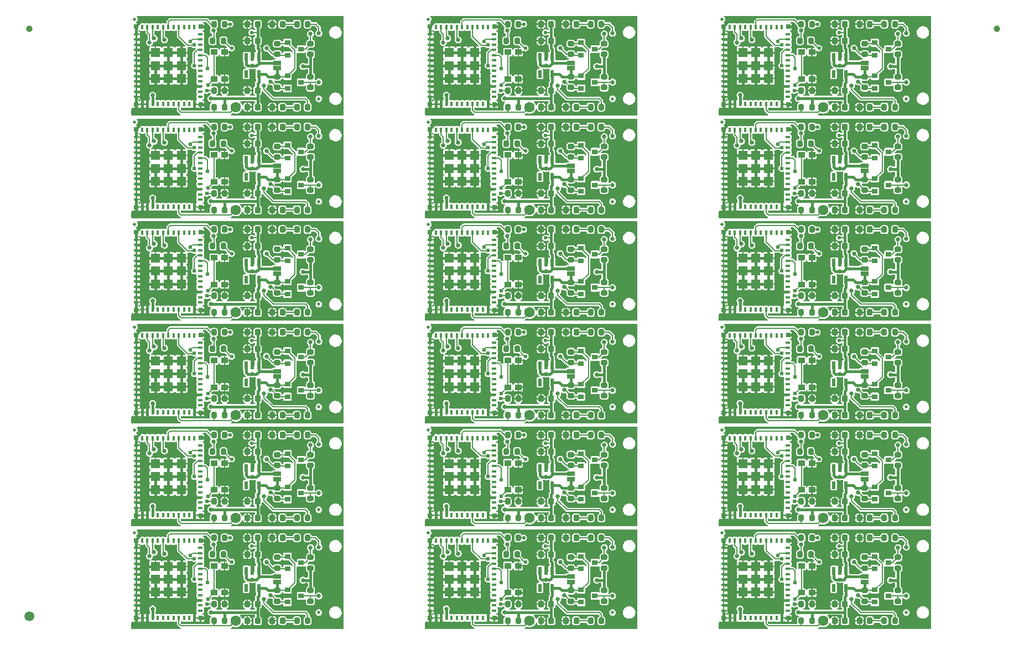
<source format=gtl>
%TF.GenerationSoftware,KiCad,Pcbnew,7.0.6*%
%TF.CreationDate,2023-11-19T12:44:13-07:00*%
%TF.ProjectId,SparkFun_BlueSMiRF-ESP32_panelized,53706172-6b46-4756-9e5f-426c7565534d,rev?*%
%TF.SameCoordinates,Original*%
%TF.FileFunction,Copper,L1,Top*%
%TF.FilePolarity,Positive*%
%FSLAX46Y46*%
G04 Gerber Fmt 4.6, Leading zero omitted, Abs format (unit mm)*
G04 Created by KiCad (PCBNEW 7.0.6) date 2023-11-19 12:44:13*
%MOMM*%
%LPD*%
G01*
G04 APERTURE LIST*
G04 Aperture macros list*
%AMRoundRect*
0 Rectangle with rounded corners*
0 $1 Rounding radius*
0 $2 $3 $4 $5 $6 $7 $8 $9 X,Y pos of 4 corners*
0 Add a 4 corners polygon primitive as box body*
4,1,4,$2,$3,$4,$5,$6,$7,$8,$9,$2,$3,0*
0 Add four circle primitives for the rounded corners*
1,1,$1+$1,$2,$3*
1,1,$1+$1,$4,$5*
1,1,$1+$1,$6,$7*
1,1,$1+$1,$8,$9*
0 Add four rect primitives between the rounded corners*
20,1,$1+$1,$2,$3,$4,$5,0*
20,1,$1+$1,$4,$5,$6,$7,0*
20,1,$1+$1,$6,$7,$8,$9,0*
20,1,$1+$1,$8,$9,$2,$3,0*%
G04 Aperture macros list end*
%TA.AperFunction,SMDPad,CuDef*%
%ADD10RoundRect,0.218750X-0.218750X-0.256250X0.218750X-0.256250X0.218750X0.256250X-0.218750X0.256250X0*%
%TD*%
%TA.AperFunction,SMDPad,CuDef*%
%ADD11R,0.900000X0.800000*%
%TD*%
%TA.AperFunction,SMDPad,CuDef*%
%ADD12RoundRect,0.200000X-0.200000X-0.275000X0.200000X-0.275000X0.200000X0.275000X-0.200000X0.275000X0*%
%TD*%
%TA.AperFunction,SMDPad,CuDef*%
%ADD13C,0.500000*%
%TD*%
%TA.AperFunction,SMDPad,CuDef*%
%ADD14RoundRect,0.200000X0.200000X0.275000X-0.200000X0.275000X-0.200000X-0.275000X0.200000X-0.275000X0*%
%TD*%
%TA.AperFunction,SMDPad,CuDef*%
%ADD15R,1.270000X0.635000*%
%TD*%
%TA.AperFunction,ComponentPad*%
%ADD16C,1.600000*%
%TD*%
%TA.AperFunction,SMDPad,CuDef*%
%ADD17R,0.550000X1.200000*%
%TD*%
%TA.AperFunction,SMDPad,CuDef*%
%ADD18RoundRect,0.225000X0.225000X0.250000X-0.225000X0.250000X-0.225000X-0.250000X0.225000X-0.250000X0*%
%TD*%
%TA.AperFunction,SMDPad,CuDef*%
%ADD19RoundRect,0.200000X-0.275000X0.200000X-0.275000X-0.200000X0.275000X-0.200000X0.275000X0.200000X0*%
%TD*%
%TA.AperFunction,SMDPad,CuDef*%
%ADD20RoundRect,0.200000X0.275000X-0.200000X0.275000X0.200000X-0.275000X0.200000X-0.275000X-0.200000X0*%
%TD*%
%TA.AperFunction,SMDPad,CuDef*%
%ADD21R,0.400000X0.800000*%
%TD*%
%TA.AperFunction,SMDPad,CuDef*%
%ADD22R,0.800000X0.400000*%
%TD*%
%TA.AperFunction,SMDPad,CuDef*%
%ADD23R,1.450000X1.450000*%
%TD*%
%TA.AperFunction,SMDPad,CuDef*%
%ADD24R,0.700000X0.700000*%
%TD*%
%TA.AperFunction,SMDPad,CuDef*%
%ADD25C,1.000000*%
%TD*%
%TA.AperFunction,SMDPad,CuDef*%
%ADD26C,1.500000*%
%TD*%
%TA.AperFunction,SMDPad,CuDef*%
%ADD27R,1.000000X0.900000*%
%TD*%
%TA.AperFunction,ViaPad*%
%ADD28C,0.660400*%
%TD*%
%TA.AperFunction,ViaPad*%
%ADD29C,0.560000*%
%TD*%
%TA.AperFunction,ViaPad*%
%ADD30C,0.609600*%
%TD*%
%TA.AperFunction,Conductor*%
%ADD31C,0.406400*%
%TD*%
%TA.AperFunction,Conductor*%
%ADD32C,0.177800*%
%TD*%
%TA.AperFunction,Conductor*%
%ADD33C,0.558800*%
%TD*%
%TA.AperFunction,Conductor*%
%ADD34C,0.152400*%
%TD*%
G04 APERTURE END LIST*
D10*
%TO.P,D1,1,K*%
%TO.N,GND*%
X27152500Y13970000D03*
%TO.P,D1,2,A*%
%TO.N,Net-(D1-A)*%
X28727500Y13970000D03*
%TD*%
%TO.P,D1,1,K*%
%TO.N,GND*%
X27152500Y29710000D03*
%TO.P,D1,2,A*%
%TO.N,Net-(D1-A)*%
X28727500Y29710000D03*
%TD*%
%TO.P,D1,1,K*%
%TO.N,GND*%
X27152500Y61190000D03*
%TO.P,D1,2,A*%
%TO.N,Net-(D1-A)*%
X28727500Y61190000D03*
%TD*%
%TO.P,D1,1,K*%
%TO.N,GND*%
X27152500Y45450000D03*
%TO.P,D1,2,A*%
%TO.N,Net-(D1-A)*%
X28727500Y45450000D03*
%TD*%
%TO.P,D1,1,K*%
%TO.N,GND*%
X27152500Y76930000D03*
%TO.P,D1,2,A*%
%TO.N,Net-(D1-A)*%
X28727500Y76930000D03*
%TD*%
%TO.P,D1,1,K*%
%TO.N,GND*%
X72102500Y29710000D03*
%TO.P,D1,2,A*%
%TO.N,Net-(D1-A)*%
X73677500Y29710000D03*
%TD*%
%TO.P,D1,1,K*%
%TO.N,GND*%
X117052500Y45450000D03*
%TO.P,D1,2,A*%
%TO.N,Net-(D1-A)*%
X118627500Y45450000D03*
%TD*%
%TO.P,D1,1,K*%
%TO.N,GND*%
X72102500Y13970000D03*
%TO.P,D1,2,A*%
%TO.N,Net-(D1-A)*%
X73677500Y13970000D03*
%TD*%
%TO.P,D1,1,K*%
%TO.N,GND*%
X72102500Y76930000D03*
%TO.P,D1,2,A*%
%TO.N,Net-(D1-A)*%
X73677500Y76930000D03*
%TD*%
%TO.P,D1,1,K*%
%TO.N,GND*%
X72102500Y45450000D03*
%TO.P,D1,2,A*%
%TO.N,Net-(D1-A)*%
X73677500Y45450000D03*
%TD*%
%TO.P,D1,1,K*%
%TO.N,GND*%
X117052500Y61190000D03*
%TO.P,D1,2,A*%
%TO.N,Net-(D1-A)*%
X118627500Y61190000D03*
%TD*%
%TO.P,D1,1,K*%
%TO.N,GND*%
X117052500Y92670000D03*
%TO.P,D1,2,A*%
%TO.N,Net-(D1-A)*%
X118627500Y92670000D03*
%TD*%
%TO.P,D1,1,K*%
%TO.N,GND*%
X117052500Y29710000D03*
%TO.P,D1,2,A*%
%TO.N,Net-(D1-A)*%
X118627500Y29710000D03*
%TD*%
%TO.P,D1,1,K*%
%TO.N,GND*%
X117052500Y13970000D03*
%TO.P,D1,2,A*%
%TO.N,Net-(D1-A)*%
X118627500Y13970000D03*
%TD*%
%TO.P,D1,1,K*%
%TO.N,GND*%
X27152500Y92670000D03*
%TO.P,D1,2,A*%
%TO.N,Net-(D1-A)*%
X28727500Y92670000D03*
%TD*%
%TO.P,D1,1,K*%
%TO.N,GND*%
X72102500Y61190000D03*
%TO.P,D1,2,A*%
%TO.N,Net-(D1-A)*%
X73677500Y61190000D03*
%TD*%
%TO.P,D1,1,K*%
%TO.N,GND*%
X72102500Y92670000D03*
%TO.P,D1,2,A*%
%TO.N,Net-(D1-A)*%
X73677500Y92670000D03*
%TD*%
%TO.P,D1,1,K*%
%TO.N,GND*%
X117052500Y76930000D03*
%TO.P,D1,2,A*%
%TO.N,Net-(D1-A)*%
X118627500Y76930000D03*
%TD*%
D11*
%TO.P,Q2,1,G*%
%TO.N,+3.3V*%
X29480000Y11110000D03*
%TO.P,Q2,2,S*%
%TO.N,~{RTS_LV}*%
X29480000Y9210000D03*
%TO.P,Q2,3,D*%
%TO.N,~{RTS_HV}*%
X31580000Y10160000D03*
%TD*%
%TO.P,Q2,1,G*%
%TO.N,+3.3V*%
X29480000Y42590000D03*
%TO.P,Q2,2,S*%
%TO.N,~{RTS_LV}*%
X29480000Y40690000D03*
%TO.P,Q2,3,D*%
%TO.N,~{RTS_HV}*%
X31580000Y41640000D03*
%TD*%
%TO.P,Q2,1,G*%
%TO.N,+3.3V*%
X29480000Y58330000D03*
%TO.P,Q2,2,S*%
%TO.N,~{RTS_LV}*%
X29480000Y56430000D03*
%TO.P,Q2,3,D*%
%TO.N,~{RTS_HV}*%
X31580000Y57380000D03*
%TD*%
%TO.P,Q2,1,G*%
%TO.N,+3.3V*%
X29480000Y74070000D03*
%TO.P,Q2,2,S*%
%TO.N,~{RTS_LV}*%
X29480000Y72170000D03*
%TO.P,Q2,3,D*%
%TO.N,~{RTS_HV}*%
X31580000Y73120000D03*
%TD*%
%TO.P,Q2,1,G*%
%TO.N,+3.3V*%
X29480000Y89810000D03*
%TO.P,Q2,2,S*%
%TO.N,~{RTS_LV}*%
X29480000Y87910000D03*
%TO.P,Q2,3,D*%
%TO.N,~{RTS_HV}*%
X31580000Y88860000D03*
%TD*%
%TO.P,Q2,1,G*%
%TO.N,+3.3V*%
X29480000Y26850000D03*
%TO.P,Q2,2,S*%
%TO.N,~{RTS_LV}*%
X29480000Y24950000D03*
%TO.P,Q2,3,D*%
%TO.N,~{RTS_HV}*%
X31580000Y25900000D03*
%TD*%
%TO.P,Q2,1,G*%
%TO.N,+3.3V*%
X119380000Y89810000D03*
%TO.P,Q2,2,S*%
%TO.N,~{RTS_LV}*%
X119380000Y87910000D03*
%TO.P,Q2,3,D*%
%TO.N,~{RTS_HV}*%
X121480000Y88860000D03*
%TD*%
%TO.P,Q2,1,G*%
%TO.N,+3.3V*%
X119380000Y11110000D03*
%TO.P,Q2,2,S*%
%TO.N,~{RTS_LV}*%
X119380000Y9210000D03*
%TO.P,Q2,3,D*%
%TO.N,~{RTS_HV}*%
X121480000Y10160000D03*
%TD*%
%TO.P,Q2,1,G*%
%TO.N,+3.3V*%
X119380000Y74070000D03*
%TO.P,Q2,2,S*%
%TO.N,~{RTS_LV}*%
X119380000Y72170000D03*
%TO.P,Q2,3,D*%
%TO.N,~{RTS_HV}*%
X121480000Y73120000D03*
%TD*%
%TO.P,Q2,1,G*%
%TO.N,+3.3V*%
X74430000Y42590000D03*
%TO.P,Q2,2,S*%
%TO.N,~{RTS_LV}*%
X74430000Y40690000D03*
%TO.P,Q2,3,D*%
%TO.N,~{RTS_HV}*%
X76530000Y41640000D03*
%TD*%
%TO.P,Q2,1,G*%
%TO.N,+3.3V*%
X74430000Y26850000D03*
%TO.P,Q2,2,S*%
%TO.N,~{RTS_LV}*%
X74430000Y24950000D03*
%TO.P,Q2,3,D*%
%TO.N,~{RTS_HV}*%
X76530000Y25900000D03*
%TD*%
%TO.P,Q2,1,G*%
%TO.N,+3.3V*%
X74430000Y74070000D03*
%TO.P,Q2,2,S*%
%TO.N,~{RTS_LV}*%
X74430000Y72170000D03*
%TO.P,Q2,3,D*%
%TO.N,~{RTS_HV}*%
X76530000Y73120000D03*
%TD*%
%TO.P,Q2,1,G*%
%TO.N,+3.3V*%
X74430000Y89810000D03*
%TO.P,Q2,2,S*%
%TO.N,~{RTS_LV}*%
X74430000Y87910000D03*
%TO.P,Q2,3,D*%
%TO.N,~{RTS_HV}*%
X76530000Y88860000D03*
%TD*%
%TO.P,Q2,1,G*%
%TO.N,+3.3V*%
X119380000Y26850000D03*
%TO.P,Q2,2,S*%
%TO.N,~{RTS_LV}*%
X119380000Y24950000D03*
%TO.P,Q2,3,D*%
%TO.N,~{RTS_HV}*%
X121480000Y25900000D03*
%TD*%
%TO.P,Q2,1,G*%
%TO.N,+3.3V*%
X119380000Y58330000D03*
%TO.P,Q2,2,S*%
%TO.N,~{RTS_LV}*%
X119380000Y56430000D03*
%TO.P,Q2,3,D*%
%TO.N,~{RTS_HV}*%
X121480000Y57380000D03*
%TD*%
%TO.P,Q2,1,G*%
%TO.N,+3.3V*%
X74430000Y58330000D03*
%TO.P,Q2,2,S*%
%TO.N,~{RTS_LV}*%
X74430000Y56430000D03*
%TO.P,Q2,3,D*%
%TO.N,~{RTS_HV}*%
X76530000Y57380000D03*
%TD*%
%TO.P,Q2,1,G*%
%TO.N,+3.3V*%
X119380000Y42590000D03*
%TO.P,Q2,2,S*%
%TO.N,~{RTS_LV}*%
X119380000Y40690000D03*
%TO.P,Q2,3,D*%
%TO.N,~{RTS_HV}*%
X121480000Y41640000D03*
%TD*%
%TO.P,Q2,1,G*%
%TO.N,+3.3V*%
X74430000Y11110000D03*
%TO.P,Q2,2,S*%
%TO.N,~{RTS_LV}*%
X74430000Y9210000D03*
%TO.P,Q2,3,D*%
%TO.N,~{RTS_HV}*%
X76530000Y10160000D03*
%TD*%
D12*
%TO.P,R3,1*%
%TO.N,RX_LV*%
X18225000Y29710000D03*
%TO.P,R3,2*%
%TO.N,RX_HV*%
X19875000Y29710000D03*
%TD*%
%TO.P,R3,1*%
%TO.N,RX_LV*%
X63175000Y61190000D03*
%TO.P,R3,2*%
%TO.N,RX_HV*%
X64825000Y61190000D03*
%TD*%
%TO.P,R3,1*%
%TO.N,RX_LV*%
X18225000Y45450000D03*
%TO.P,R3,2*%
%TO.N,RX_HV*%
X19875000Y45450000D03*
%TD*%
%TO.P,R3,1*%
%TO.N,RX_LV*%
X18225000Y76930000D03*
%TO.P,R3,2*%
%TO.N,RX_HV*%
X19875000Y76930000D03*
%TD*%
%TO.P,R3,1*%
%TO.N,RX_LV*%
X18225000Y92670000D03*
%TO.P,R3,2*%
%TO.N,RX_HV*%
X19875000Y92670000D03*
%TD*%
%TO.P,R3,1*%
%TO.N,RX_LV*%
X63175000Y29710000D03*
%TO.P,R3,2*%
%TO.N,RX_HV*%
X64825000Y29710000D03*
%TD*%
%TO.P,R3,1*%
%TO.N,RX_LV*%
X63175000Y13970000D03*
%TO.P,R3,2*%
%TO.N,RX_HV*%
X64825000Y13970000D03*
%TD*%
%TO.P,R3,1*%
%TO.N,RX_LV*%
X63175000Y45450000D03*
%TO.P,R3,2*%
%TO.N,RX_HV*%
X64825000Y45450000D03*
%TD*%
%TO.P,R3,1*%
%TO.N,RX_LV*%
X18225000Y61190000D03*
%TO.P,R3,2*%
%TO.N,RX_HV*%
X19875000Y61190000D03*
%TD*%
%TO.P,R3,1*%
%TO.N,RX_LV*%
X108125000Y45450000D03*
%TO.P,R3,2*%
%TO.N,RX_HV*%
X109775000Y45450000D03*
%TD*%
%TO.P,R3,1*%
%TO.N,RX_LV*%
X108125000Y13970000D03*
%TO.P,R3,2*%
%TO.N,RX_HV*%
X109775000Y13970000D03*
%TD*%
%TO.P,R3,1*%
%TO.N,RX_LV*%
X108125000Y29710000D03*
%TO.P,R3,2*%
%TO.N,RX_HV*%
X109775000Y29710000D03*
%TD*%
%TO.P,R3,1*%
%TO.N,RX_LV*%
X63175000Y76930000D03*
%TO.P,R3,2*%
%TO.N,RX_HV*%
X64825000Y76930000D03*
%TD*%
%TO.P,R3,1*%
%TO.N,RX_LV*%
X108125000Y61190000D03*
%TO.P,R3,2*%
%TO.N,RX_HV*%
X109775000Y61190000D03*
%TD*%
%TO.P,R3,1*%
%TO.N,RX_LV*%
X108125000Y92670000D03*
%TO.P,R3,2*%
%TO.N,RX_HV*%
X109775000Y92670000D03*
%TD*%
%TO.P,R3,1*%
%TO.N,RX_LV*%
X63175000Y92670000D03*
%TO.P,R3,2*%
%TO.N,RX_HV*%
X64825000Y92670000D03*
%TD*%
%TO.P,R3,1*%
%TO.N,RX_LV*%
X108125000Y76930000D03*
%TO.P,R3,2*%
%TO.N,RX_HV*%
X109775000Y76930000D03*
%TD*%
%TO.P,R3,1*%
%TO.N,RX_LV*%
X18225000Y13970000D03*
%TO.P,R3,2*%
%TO.N,RX_HV*%
X19875000Y13970000D03*
%TD*%
D13*
%TO.P,FID2,*%
%TO.N,*%
X51046000Y30472000D03*
%TD*%
%TO.P,FID2,*%
%TO.N,*%
X51046000Y77692000D03*
%TD*%
%TO.P,FID2,*%
%TO.N,*%
X6096000Y61952000D03*
%TD*%
%TO.P,FID2,*%
%TO.N,*%
X95996000Y30472000D03*
%TD*%
%TO.P,FID2,*%
%TO.N,*%
X6096000Y30472000D03*
%TD*%
%TO.P,FID2,*%
%TO.N,*%
X51046000Y93432000D03*
%TD*%
%TO.P,FID2,*%
%TO.N,*%
X51046000Y14732000D03*
%TD*%
%TO.P,FID2,*%
%TO.N,*%
X95996000Y46212000D03*
%TD*%
%TO.P,FID2,*%
%TO.N,*%
X51046000Y46212000D03*
%TD*%
%TO.P,FID2,*%
%TO.N,*%
X95996000Y77692000D03*
%TD*%
%TO.P,FID2,*%
%TO.N,*%
X6096000Y46212000D03*
%TD*%
%TO.P,FID2,*%
%TO.N,*%
X6096000Y77692000D03*
%TD*%
%TO.P,FID2,*%
%TO.N,*%
X6096000Y93432000D03*
%TD*%
%TO.P,FID2,*%
%TO.N,*%
X51046000Y61952000D03*
%TD*%
%TO.P,FID2,*%
%TO.N,*%
X95996000Y61952000D03*
%TD*%
%TO.P,FID2,*%
%TO.N,*%
X95996000Y93432000D03*
%TD*%
%TO.P,FID2,*%
%TO.N,*%
X95996000Y14732000D03*
%TD*%
%TO.P,FID2,*%
%TO.N,*%
X6096000Y14732000D03*
%TD*%
D14*
%TO.P,R5,1*%
%TO.N,/Connect*%
X32575000Y29710000D03*
%TO.P,R5,2*%
%TO.N,Net-(D1-A)*%
X30925000Y29710000D03*
%TD*%
%TO.P,R5,1*%
%TO.N,/Connect*%
X32575000Y45450000D03*
%TO.P,R5,2*%
%TO.N,Net-(D1-A)*%
X30925000Y45450000D03*
%TD*%
%TO.P,R5,1*%
%TO.N,/Connect*%
X32575000Y61190000D03*
%TO.P,R5,2*%
%TO.N,Net-(D1-A)*%
X30925000Y61190000D03*
%TD*%
%TO.P,R5,1*%
%TO.N,/Connect*%
X77525000Y13970000D03*
%TO.P,R5,2*%
%TO.N,Net-(D1-A)*%
X75875000Y13970000D03*
%TD*%
%TO.P,R5,1*%
%TO.N,/Connect*%
X77525000Y45450000D03*
%TO.P,R5,2*%
%TO.N,Net-(D1-A)*%
X75875000Y45450000D03*
%TD*%
%TO.P,R5,1*%
%TO.N,/Connect*%
X77525000Y61190000D03*
%TO.P,R5,2*%
%TO.N,Net-(D1-A)*%
X75875000Y61190000D03*
%TD*%
%TO.P,R5,1*%
%TO.N,/Connect*%
X77525000Y76930000D03*
%TO.P,R5,2*%
%TO.N,Net-(D1-A)*%
X75875000Y76930000D03*
%TD*%
%TO.P,R5,1*%
%TO.N,/Connect*%
X77525000Y92670000D03*
%TO.P,R5,2*%
%TO.N,Net-(D1-A)*%
X75875000Y92670000D03*
%TD*%
%TO.P,R5,1*%
%TO.N,/Connect*%
X122475000Y29710000D03*
%TO.P,R5,2*%
%TO.N,Net-(D1-A)*%
X120825000Y29710000D03*
%TD*%
%TO.P,R5,1*%
%TO.N,/Connect*%
X122475000Y45450000D03*
%TO.P,R5,2*%
%TO.N,Net-(D1-A)*%
X120825000Y45450000D03*
%TD*%
%TO.P,R5,1*%
%TO.N,/Connect*%
X122475000Y13970000D03*
%TO.P,R5,2*%
%TO.N,Net-(D1-A)*%
X120825000Y13970000D03*
%TD*%
%TO.P,R5,1*%
%TO.N,/Connect*%
X122475000Y61190000D03*
%TO.P,R5,2*%
%TO.N,Net-(D1-A)*%
X120825000Y61190000D03*
%TD*%
%TO.P,R5,1*%
%TO.N,/Connect*%
X32575000Y92670000D03*
%TO.P,R5,2*%
%TO.N,Net-(D1-A)*%
X30925000Y92670000D03*
%TD*%
%TO.P,R5,1*%
%TO.N,/Connect*%
X122475000Y76930000D03*
%TO.P,R5,2*%
%TO.N,Net-(D1-A)*%
X120825000Y76930000D03*
%TD*%
%TO.P,R5,1*%
%TO.N,/Connect*%
X122475000Y92670000D03*
%TO.P,R5,2*%
%TO.N,Net-(D1-A)*%
X120825000Y92670000D03*
%TD*%
%TO.P,R5,1*%
%TO.N,/Connect*%
X32575000Y76930000D03*
%TO.P,R5,2*%
%TO.N,Net-(D1-A)*%
X30925000Y76930000D03*
%TD*%
%TO.P,R5,1*%
%TO.N,/Connect*%
X77525000Y29710000D03*
%TO.P,R5,2*%
%TO.N,Net-(D1-A)*%
X75875000Y29710000D03*
%TD*%
%TO.P,R5,1*%
%TO.N,/Connect*%
X32575000Y13970000D03*
%TO.P,R5,2*%
%TO.N,Net-(D1-A)*%
X30925000Y13970000D03*
%TD*%
D15*
%TO.P,JP2,1,A*%
%TO.N,VCC*%
X27940000Y23766400D03*
%TO.P,JP2,2,B*%
%TO.N,+3.3V*%
X27940000Y22953600D03*
%TD*%
%TO.P,JP2,1,A*%
%TO.N,VCC*%
X27940000Y55246400D03*
%TO.P,JP2,2,B*%
%TO.N,+3.3V*%
X27940000Y54433600D03*
%TD*%
%TO.P,JP2,1,A*%
%TO.N,VCC*%
X117840000Y23766400D03*
%TO.P,JP2,2,B*%
%TO.N,+3.3V*%
X117840000Y22953600D03*
%TD*%
%TO.P,JP2,1,A*%
%TO.N,VCC*%
X72890000Y86726400D03*
%TO.P,JP2,2,B*%
%TO.N,+3.3V*%
X72890000Y85913600D03*
%TD*%
%TO.P,JP2,1,A*%
%TO.N,VCC*%
X117840000Y8026400D03*
%TO.P,JP2,2,B*%
%TO.N,+3.3V*%
X117840000Y7213600D03*
%TD*%
%TO.P,JP2,1,A*%
%TO.N,VCC*%
X72890000Y70986400D03*
%TO.P,JP2,2,B*%
%TO.N,+3.3V*%
X72890000Y70173600D03*
%TD*%
%TO.P,JP2,1,A*%
%TO.N,VCC*%
X27940000Y70986400D03*
%TO.P,JP2,2,B*%
%TO.N,+3.3V*%
X27940000Y70173600D03*
%TD*%
%TO.P,JP2,1,A*%
%TO.N,VCC*%
X27940000Y39506400D03*
%TO.P,JP2,2,B*%
%TO.N,+3.3V*%
X27940000Y38693600D03*
%TD*%
%TO.P,JP2,1,A*%
%TO.N,VCC*%
X27940000Y86726400D03*
%TO.P,JP2,2,B*%
%TO.N,+3.3V*%
X27940000Y85913600D03*
%TD*%
%TO.P,JP2,1,A*%
%TO.N,VCC*%
X72890000Y8026400D03*
%TO.P,JP2,2,B*%
%TO.N,+3.3V*%
X72890000Y7213600D03*
%TD*%
%TO.P,JP2,1,A*%
%TO.N,VCC*%
X72890000Y23766400D03*
%TO.P,JP2,2,B*%
%TO.N,+3.3V*%
X72890000Y22953600D03*
%TD*%
%TO.P,JP2,1,A*%
%TO.N,VCC*%
X117840000Y39506400D03*
%TO.P,JP2,2,B*%
%TO.N,+3.3V*%
X117840000Y38693600D03*
%TD*%
%TO.P,JP2,1,A*%
%TO.N,VCC*%
X117840000Y55246400D03*
%TO.P,JP2,2,B*%
%TO.N,+3.3V*%
X117840000Y54433600D03*
%TD*%
%TO.P,JP2,1,A*%
%TO.N,VCC*%
X117840000Y70986400D03*
%TO.P,JP2,2,B*%
%TO.N,+3.3V*%
X117840000Y70173600D03*
%TD*%
%TO.P,JP2,1,A*%
%TO.N,VCC*%
X72890000Y55246400D03*
%TO.P,JP2,2,B*%
%TO.N,+3.3V*%
X72890000Y54433600D03*
%TD*%
%TO.P,JP2,1,A*%
%TO.N,VCC*%
X117840000Y86726400D03*
%TO.P,JP2,2,B*%
%TO.N,+3.3V*%
X117840000Y85913600D03*
%TD*%
%TO.P,JP2,1,A*%
%TO.N,VCC*%
X72890000Y39506400D03*
%TO.P,JP2,2,B*%
%TO.N,+3.3V*%
X72890000Y38693600D03*
%TD*%
%TO.P,JP2,1,A*%
%TO.N,VCC*%
X27940000Y8026400D03*
%TO.P,JP2,2,B*%
%TO.N,+3.3V*%
X27940000Y7213600D03*
%TD*%
D16*
%TO.P,TP1,1,1*%
%TO.N,Net-(U1-EN)*%
X21590000Y48490000D03*
%TD*%
%TO.P,TP1,1,1*%
%TO.N,Net-(U1-EN)*%
X111490000Y32750000D03*
%TD*%
%TO.P,TP1,1,1*%
%TO.N,Net-(U1-EN)*%
X21590000Y32750000D03*
%TD*%
%TO.P,TP1,1,1*%
%TO.N,Net-(U1-EN)*%
X21590000Y17010000D03*
%TD*%
%TO.P,TP1,1,1*%
%TO.N,Net-(U1-EN)*%
X21590000Y79970000D03*
%TD*%
%TO.P,TP1,1,1*%
%TO.N,Net-(U1-EN)*%
X66540000Y1270000D03*
%TD*%
%TO.P,TP1,1,1*%
%TO.N,Net-(U1-EN)*%
X66540000Y17010000D03*
%TD*%
%TO.P,TP1,1,1*%
%TO.N,Net-(U1-EN)*%
X66540000Y32750000D03*
%TD*%
%TO.P,TP1,1,1*%
%TO.N,Net-(U1-EN)*%
X66540000Y48490000D03*
%TD*%
%TO.P,TP1,1,1*%
%TO.N,Net-(U1-EN)*%
X66540000Y64230000D03*
%TD*%
%TO.P,TP1,1,1*%
%TO.N,Net-(U1-EN)*%
X111490000Y17010000D03*
%TD*%
%TO.P,TP1,1,1*%
%TO.N,Net-(U1-EN)*%
X111490000Y1270000D03*
%TD*%
%TO.P,TP1,1,1*%
%TO.N,Net-(U1-EN)*%
X21590000Y64230000D03*
%TD*%
%TO.P,TP1,1,1*%
%TO.N,Net-(U1-EN)*%
X66540000Y79970000D03*
%TD*%
%TO.P,TP1,1,1*%
%TO.N,Net-(U1-EN)*%
X111490000Y48490000D03*
%TD*%
%TO.P,TP1,1,1*%
%TO.N,Net-(U1-EN)*%
X111490000Y64230000D03*
%TD*%
%TO.P,TP1,1,1*%
%TO.N,Net-(U1-EN)*%
X111490000Y79970000D03*
%TD*%
%TO.P,TP1,1,1*%
%TO.N,Net-(U1-EN)*%
X21590000Y1270000D03*
%TD*%
D17*
%TO.P,U2,1,VIN*%
%TO.N,VCC*%
X25080000Y24660100D03*
%TO.P,U2,2,GND*%
%TO.N,GND*%
X24130000Y24660100D03*
%TO.P,U2,3,EN*%
%TO.N,VCC*%
X23180000Y24660100D03*
%TO.P,U2,4,NC*%
%TO.N,unconnected-(U2-NC-Pad4)*%
X23180000Y22059900D03*
%TO.P,U2,5,VOUT*%
%TO.N,+3.3V*%
X25080000Y22059900D03*
%TD*%
%TO.P,U2,1,VIN*%
%TO.N,VCC*%
X25080000Y40400100D03*
%TO.P,U2,2,GND*%
%TO.N,GND*%
X24130000Y40400100D03*
%TO.P,U2,3,EN*%
%TO.N,VCC*%
X23180000Y40400100D03*
%TO.P,U2,4,NC*%
%TO.N,unconnected-(U2-NC-Pad4)*%
X23180000Y37799900D03*
%TO.P,U2,5,VOUT*%
%TO.N,+3.3V*%
X25080000Y37799900D03*
%TD*%
%TO.P,U2,1,VIN*%
%TO.N,VCC*%
X25080000Y71880100D03*
%TO.P,U2,2,GND*%
%TO.N,GND*%
X24130000Y71880100D03*
%TO.P,U2,3,EN*%
%TO.N,VCC*%
X23180000Y71880100D03*
%TO.P,U2,4,NC*%
%TO.N,unconnected-(U2-NC-Pad4)*%
X23180000Y69279900D03*
%TO.P,U2,5,VOUT*%
%TO.N,+3.3V*%
X25080000Y69279900D03*
%TD*%
%TO.P,U2,1,VIN*%
%TO.N,VCC*%
X70030000Y87620100D03*
%TO.P,U2,2,GND*%
%TO.N,GND*%
X69080000Y87620100D03*
%TO.P,U2,3,EN*%
%TO.N,VCC*%
X68130000Y87620100D03*
%TO.P,U2,4,NC*%
%TO.N,unconnected-(U2-NC-Pad4)*%
X68130000Y85019900D03*
%TO.P,U2,5,VOUT*%
%TO.N,+3.3V*%
X70030000Y85019900D03*
%TD*%
%TO.P,U2,1,VIN*%
%TO.N,VCC*%
X114980000Y87620100D03*
%TO.P,U2,2,GND*%
%TO.N,GND*%
X114030000Y87620100D03*
%TO.P,U2,3,EN*%
%TO.N,VCC*%
X113080000Y87620100D03*
%TO.P,U2,4,NC*%
%TO.N,unconnected-(U2-NC-Pad4)*%
X113080000Y85019900D03*
%TO.P,U2,5,VOUT*%
%TO.N,+3.3V*%
X114980000Y85019900D03*
%TD*%
%TO.P,U2,1,VIN*%
%TO.N,VCC*%
X25080000Y56140100D03*
%TO.P,U2,2,GND*%
%TO.N,GND*%
X24130000Y56140100D03*
%TO.P,U2,3,EN*%
%TO.N,VCC*%
X23180000Y56140100D03*
%TO.P,U2,4,NC*%
%TO.N,unconnected-(U2-NC-Pad4)*%
X23180000Y53539900D03*
%TO.P,U2,5,VOUT*%
%TO.N,+3.3V*%
X25080000Y53539900D03*
%TD*%
%TO.P,U2,1,VIN*%
%TO.N,VCC*%
X70030000Y24660100D03*
%TO.P,U2,2,GND*%
%TO.N,GND*%
X69080000Y24660100D03*
%TO.P,U2,3,EN*%
%TO.N,VCC*%
X68130000Y24660100D03*
%TO.P,U2,4,NC*%
%TO.N,unconnected-(U2-NC-Pad4)*%
X68130000Y22059900D03*
%TO.P,U2,5,VOUT*%
%TO.N,+3.3V*%
X70030000Y22059900D03*
%TD*%
%TO.P,U2,1,VIN*%
%TO.N,VCC*%
X70030000Y71880100D03*
%TO.P,U2,2,GND*%
%TO.N,GND*%
X69080000Y71880100D03*
%TO.P,U2,3,EN*%
%TO.N,VCC*%
X68130000Y71880100D03*
%TO.P,U2,4,NC*%
%TO.N,unconnected-(U2-NC-Pad4)*%
X68130000Y69279900D03*
%TO.P,U2,5,VOUT*%
%TO.N,+3.3V*%
X70030000Y69279900D03*
%TD*%
%TO.P,U2,1,VIN*%
%TO.N,VCC*%
X25080000Y87620100D03*
%TO.P,U2,2,GND*%
%TO.N,GND*%
X24130000Y87620100D03*
%TO.P,U2,3,EN*%
%TO.N,VCC*%
X23180000Y87620100D03*
%TO.P,U2,4,NC*%
%TO.N,unconnected-(U2-NC-Pad4)*%
X23180000Y85019900D03*
%TO.P,U2,5,VOUT*%
%TO.N,+3.3V*%
X25080000Y85019900D03*
%TD*%
%TO.P,U2,1,VIN*%
%TO.N,VCC*%
X70030000Y56140100D03*
%TO.P,U2,2,GND*%
%TO.N,GND*%
X69080000Y56140100D03*
%TO.P,U2,3,EN*%
%TO.N,VCC*%
X68130000Y56140100D03*
%TO.P,U2,4,NC*%
%TO.N,unconnected-(U2-NC-Pad4)*%
X68130000Y53539900D03*
%TO.P,U2,5,VOUT*%
%TO.N,+3.3V*%
X70030000Y53539900D03*
%TD*%
%TO.P,U2,1,VIN*%
%TO.N,VCC*%
X114980000Y40400100D03*
%TO.P,U2,2,GND*%
%TO.N,GND*%
X114030000Y40400100D03*
%TO.P,U2,3,EN*%
%TO.N,VCC*%
X113080000Y40400100D03*
%TO.P,U2,4,NC*%
%TO.N,unconnected-(U2-NC-Pad4)*%
X113080000Y37799900D03*
%TO.P,U2,5,VOUT*%
%TO.N,+3.3V*%
X114980000Y37799900D03*
%TD*%
%TO.P,U2,1,VIN*%
%TO.N,VCC*%
X114980000Y24660100D03*
%TO.P,U2,2,GND*%
%TO.N,GND*%
X114030000Y24660100D03*
%TO.P,U2,3,EN*%
%TO.N,VCC*%
X113080000Y24660100D03*
%TO.P,U2,4,NC*%
%TO.N,unconnected-(U2-NC-Pad4)*%
X113080000Y22059900D03*
%TO.P,U2,5,VOUT*%
%TO.N,+3.3V*%
X114980000Y22059900D03*
%TD*%
%TO.P,U2,1,VIN*%
%TO.N,VCC*%
X114980000Y8920100D03*
%TO.P,U2,2,GND*%
%TO.N,GND*%
X114030000Y8920100D03*
%TO.P,U2,3,EN*%
%TO.N,VCC*%
X113080000Y8920100D03*
%TO.P,U2,4,NC*%
%TO.N,unconnected-(U2-NC-Pad4)*%
X113080000Y6319900D03*
%TO.P,U2,5,VOUT*%
%TO.N,+3.3V*%
X114980000Y6319900D03*
%TD*%
%TO.P,U2,1,VIN*%
%TO.N,VCC*%
X114980000Y56140100D03*
%TO.P,U2,2,GND*%
%TO.N,GND*%
X114030000Y56140100D03*
%TO.P,U2,3,EN*%
%TO.N,VCC*%
X113080000Y56140100D03*
%TO.P,U2,4,NC*%
%TO.N,unconnected-(U2-NC-Pad4)*%
X113080000Y53539900D03*
%TO.P,U2,5,VOUT*%
%TO.N,+3.3V*%
X114980000Y53539900D03*
%TD*%
%TO.P,U2,1,VIN*%
%TO.N,VCC*%
X114980000Y71880100D03*
%TO.P,U2,2,GND*%
%TO.N,GND*%
X114030000Y71880100D03*
%TO.P,U2,3,EN*%
%TO.N,VCC*%
X113080000Y71880100D03*
%TO.P,U2,4,NC*%
%TO.N,unconnected-(U2-NC-Pad4)*%
X113080000Y69279900D03*
%TO.P,U2,5,VOUT*%
%TO.N,+3.3V*%
X114980000Y69279900D03*
%TD*%
%TO.P,U2,1,VIN*%
%TO.N,VCC*%
X70030000Y40400100D03*
%TO.P,U2,2,GND*%
%TO.N,GND*%
X69080000Y40400100D03*
%TO.P,U2,3,EN*%
%TO.N,VCC*%
X68130000Y40400100D03*
%TO.P,U2,4,NC*%
%TO.N,unconnected-(U2-NC-Pad4)*%
X68130000Y37799900D03*
%TO.P,U2,5,VOUT*%
%TO.N,+3.3V*%
X70030000Y37799900D03*
%TD*%
%TO.P,U2,1,VIN*%
%TO.N,VCC*%
X70030000Y8920100D03*
%TO.P,U2,2,GND*%
%TO.N,GND*%
X69080000Y8920100D03*
%TO.P,U2,3,EN*%
%TO.N,VCC*%
X68130000Y8920100D03*
%TO.P,U2,4,NC*%
%TO.N,unconnected-(U2-NC-Pad4)*%
X68130000Y6319900D03*
%TO.P,U2,5,VOUT*%
%TO.N,+3.3V*%
X70030000Y6319900D03*
%TD*%
%TO.P,U2,1,VIN*%
%TO.N,VCC*%
X25080000Y8920100D03*
%TO.P,U2,2,GND*%
%TO.N,GND*%
X24130000Y8920100D03*
%TO.P,U2,3,EN*%
%TO.N,VCC*%
X23180000Y8920100D03*
%TO.P,U2,4,NC*%
%TO.N,unconnected-(U2-NC-Pad4)*%
X23180000Y6319900D03*
%TO.P,U2,5,VOUT*%
%TO.N,+3.3V*%
X25080000Y6319900D03*
%TD*%
D18*
%TO.P,C1,1*%
%TO.N,VCC*%
X24905000Y58650000D03*
%TO.P,C1,2*%
%TO.N,GND*%
X23355000Y58650000D03*
%TD*%
%TO.P,C1,1*%
%TO.N,VCC*%
X69855000Y27170000D03*
%TO.P,C1,2*%
%TO.N,GND*%
X68305000Y27170000D03*
%TD*%
%TO.P,C1,1*%
%TO.N,VCC*%
X24905000Y27170000D03*
%TO.P,C1,2*%
%TO.N,GND*%
X23355000Y27170000D03*
%TD*%
%TO.P,C1,1*%
%TO.N,VCC*%
X69855000Y11430000D03*
%TO.P,C1,2*%
%TO.N,GND*%
X68305000Y11430000D03*
%TD*%
%TO.P,C1,1*%
%TO.N,VCC*%
X114805000Y90130000D03*
%TO.P,C1,2*%
%TO.N,GND*%
X113255000Y90130000D03*
%TD*%
%TO.P,C1,1*%
%TO.N,VCC*%
X24905000Y90130000D03*
%TO.P,C1,2*%
%TO.N,GND*%
X23355000Y90130000D03*
%TD*%
%TO.P,C1,1*%
%TO.N,VCC*%
X24905000Y42910000D03*
%TO.P,C1,2*%
%TO.N,GND*%
X23355000Y42910000D03*
%TD*%
%TO.P,C1,1*%
%TO.N,VCC*%
X24905000Y74390000D03*
%TO.P,C1,2*%
%TO.N,GND*%
X23355000Y74390000D03*
%TD*%
%TO.P,C1,1*%
%TO.N,VCC*%
X69855000Y42910000D03*
%TO.P,C1,2*%
%TO.N,GND*%
X68305000Y42910000D03*
%TD*%
%TO.P,C1,1*%
%TO.N,VCC*%
X69855000Y74390000D03*
%TO.P,C1,2*%
%TO.N,GND*%
X68305000Y74390000D03*
%TD*%
%TO.P,C1,1*%
%TO.N,VCC*%
X69855000Y58650000D03*
%TO.P,C1,2*%
%TO.N,GND*%
X68305000Y58650000D03*
%TD*%
%TO.P,C1,1*%
%TO.N,VCC*%
X69855000Y90130000D03*
%TO.P,C1,2*%
%TO.N,GND*%
X68305000Y90130000D03*
%TD*%
%TO.P,C1,1*%
%TO.N,VCC*%
X114805000Y11430000D03*
%TO.P,C1,2*%
%TO.N,GND*%
X113255000Y11430000D03*
%TD*%
%TO.P,C1,1*%
%TO.N,VCC*%
X114805000Y27170000D03*
%TO.P,C1,2*%
%TO.N,GND*%
X113255000Y27170000D03*
%TD*%
%TO.P,C1,1*%
%TO.N,VCC*%
X114805000Y42910000D03*
%TO.P,C1,2*%
%TO.N,GND*%
X113255000Y42910000D03*
%TD*%
%TO.P,C1,1*%
%TO.N,VCC*%
X114805000Y58650000D03*
%TO.P,C1,2*%
%TO.N,GND*%
X113255000Y58650000D03*
%TD*%
%TO.P,C1,1*%
%TO.N,VCC*%
X114805000Y74390000D03*
%TO.P,C1,2*%
%TO.N,GND*%
X113255000Y74390000D03*
%TD*%
%TO.P,C1,1*%
%TO.N,VCC*%
X24905000Y11430000D03*
%TO.P,C1,2*%
%TO.N,GND*%
X23355000Y11430000D03*
%TD*%
D19*
%TO.P,R9,1*%
%TO.N,VCC*%
X33020000Y37385000D03*
%TO.P,R9,2*%
%TO.N,TX_HV*%
X33020000Y35735000D03*
%TD*%
%TO.P,R9,1*%
%TO.N,VCC*%
X33020000Y21645000D03*
%TO.P,R9,2*%
%TO.N,TX_HV*%
X33020000Y19995000D03*
%TD*%
%TO.P,R9,1*%
%TO.N,VCC*%
X77970000Y53125000D03*
%TO.P,R9,2*%
%TO.N,TX_HV*%
X77970000Y51475000D03*
%TD*%
%TO.P,R9,1*%
%TO.N,VCC*%
X77970000Y68865000D03*
%TO.P,R9,2*%
%TO.N,TX_HV*%
X77970000Y67215000D03*
%TD*%
%TO.P,R9,1*%
%TO.N,VCC*%
X77970000Y5905000D03*
%TO.P,R9,2*%
%TO.N,TX_HV*%
X77970000Y4255000D03*
%TD*%
%TO.P,R9,1*%
%TO.N,VCC*%
X33020000Y53125000D03*
%TO.P,R9,2*%
%TO.N,TX_HV*%
X33020000Y51475000D03*
%TD*%
%TO.P,R9,1*%
%TO.N,VCC*%
X33020000Y84605000D03*
%TO.P,R9,2*%
%TO.N,TX_HV*%
X33020000Y82955000D03*
%TD*%
%TO.P,R9,1*%
%TO.N,VCC*%
X77970000Y21645000D03*
%TO.P,R9,2*%
%TO.N,TX_HV*%
X77970000Y19995000D03*
%TD*%
%TO.P,R9,1*%
%TO.N,VCC*%
X77970000Y84605000D03*
%TO.P,R9,2*%
%TO.N,TX_HV*%
X77970000Y82955000D03*
%TD*%
%TO.P,R9,1*%
%TO.N,VCC*%
X33020000Y68865000D03*
%TO.P,R9,2*%
%TO.N,TX_HV*%
X33020000Y67215000D03*
%TD*%
%TO.P,R9,1*%
%TO.N,VCC*%
X77970000Y37385000D03*
%TO.P,R9,2*%
%TO.N,TX_HV*%
X77970000Y35735000D03*
%TD*%
%TO.P,R9,1*%
%TO.N,VCC*%
X122920000Y21645000D03*
%TO.P,R9,2*%
%TO.N,TX_HV*%
X122920000Y19995000D03*
%TD*%
%TO.P,R9,1*%
%TO.N,VCC*%
X122920000Y53125000D03*
%TO.P,R9,2*%
%TO.N,TX_HV*%
X122920000Y51475000D03*
%TD*%
%TO.P,R9,1*%
%TO.N,VCC*%
X122920000Y68865000D03*
%TO.P,R9,2*%
%TO.N,TX_HV*%
X122920000Y67215000D03*
%TD*%
%TO.P,R9,1*%
%TO.N,VCC*%
X122920000Y84605000D03*
%TO.P,R9,2*%
%TO.N,TX_HV*%
X122920000Y82955000D03*
%TD*%
%TO.P,R9,1*%
%TO.N,VCC*%
X122920000Y37385000D03*
%TO.P,R9,2*%
%TO.N,TX_HV*%
X122920000Y35735000D03*
%TD*%
%TO.P,R9,1*%
%TO.N,VCC*%
X122920000Y5905000D03*
%TO.P,R9,2*%
%TO.N,TX_HV*%
X122920000Y4255000D03*
%TD*%
%TO.P,R9,1*%
%TO.N,VCC*%
X33020000Y5905000D03*
%TO.P,R9,2*%
%TO.N,TX_HV*%
X33020000Y4255000D03*
%TD*%
D18*
%TO.P,C3,1*%
%TO.N,+3.3V*%
X24905000Y35290000D03*
%TO.P,C3,2*%
%TO.N,GND*%
X23355000Y35290000D03*
%TD*%
%TO.P,C3,1*%
%TO.N,+3.3V*%
X69855000Y51030000D03*
%TO.P,C3,2*%
%TO.N,GND*%
X68305000Y51030000D03*
%TD*%
%TO.P,C3,1*%
%TO.N,+3.3V*%
X114805000Y82510000D03*
%TO.P,C3,2*%
%TO.N,GND*%
X113255000Y82510000D03*
%TD*%
%TO.P,C3,1*%
%TO.N,+3.3V*%
X69855000Y19550000D03*
%TO.P,C3,2*%
%TO.N,GND*%
X68305000Y19550000D03*
%TD*%
%TO.P,C3,1*%
%TO.N,+3.3V*%
X69855000Y3810000D03*
%TO.P,C3,2*%
%TO.N,GND*%
X68305000Y3810000D03*
%TD*%
%TO.P,C3,1*%
%TO.N,+3.3V*%
X24905000Y19550000D03*
%TO.P,C3,2*%
%TO.N,GND*%
X23355000Y19550000D03*
%TD*%
%TO.P,C3,1*%
%TO.N,+3.3V*%
X69855000Y66770000D03*
%TO.P,C3,2*%
%TO.N,GND*%
X68305000Y66770000D03*
%TD*%
%TO.P,C3,1*%
%TO.N,+3.3V*%
X114805000Y35290000D03*
%TO.P,C3,2*%
%TO.N,GND*%
X113255000Y35290000D03*
%TD*%
%TO.P,C3,1*%
%TO.N,+3.3V*%
X24905000Y82510000D03*
%TO.P,C3,2*%
%TO.N,GND*%
X23355000Y82510000D03*
%TD*%
%TO.P,C3,1*%
%TO.N,+3.3V*%
X69855000Y35290000D03*
%TO.P,C3,2*%
%TO.N,GND*%
X68305000Y35290000D03*
%TD*%
%TO.P,C3,1*%
%TO.N,+3.3V*%
X24905000Y51030000D03*
%TO.P,C3,2*%
%TO.N,GND*%
X23355000Y51030000D03*
%TD*%
%TO.P,C3,1*%
%TO.N,+3.3V*%
X114805000Y3810000D03*
%TO.P,C3,2*%
%TO.N,GND*%
X113255000Y3810000D03*
%TD*%
%TO.P,C3,1*%
%TO.N,+3.3V*%
X24905000Y66770000D03*
%TO.P,C3,2*%
%TO.N,GND*%
X23355000Y66770000D03*
%TD*%
%TO.P,C3,1*%
%TO.N,+3.3V*%
X114805000Y19550000D03*
%TO.P,C3,2*%
%TO.N,GND*%
X113255000Y19550000D03*
%TD*%
%TO.P,C3,1*%
%TO.N,+3.3V*%
X114805000Y51030000D03*
%TO.P,C3,2*%
%TO.N,GND*%
X113255000Y51030000D03*
%TD*%
%TO.P,C3,1*%
%TO.N,+3.3V*%
X69855000Y82510000D03*
%TO.P,C3,2*%
%TO.N,GND*%
X68305000Y82510000D03*
%TD*%
%TO.P,C3,1*%
%TO.N,+3.3V*%
X114805000Y66770000D03*
%TO.P,C3,2*%
%TO.N,GND*%
X113255000Y66770000D03*
%TD*%
%TO.P,C3,1*%
%TO.N,+3.3V*%
X24905000Y3810000D03*
%TO.P,C3,2*%
%TO.N,GND*%
X23355000Y3810000D03*
%TD*%
D13*
%TO.P,FID1,*%
%TO.N,*%
X34290000Y18280000D03*
%TD*%
%TO.P,FID1,*%
%TO.N,*%
X34290000Y34020000D03*
%TD*%
%TO.P,FID1,*%
%TO.N,*%
X34290000Y49760000D03*
%TD*%
%TO.P,FID1,*%
%TO.N,*%
X79240000Y34020000D03*
%TD*%
%TO.P,FID1,*%
%TO.N,*%
X124190000Y81240000D03*
%TD*%
%TO.P,FID1,*%
%TO.N,*%
X124190000Y2540000D03*
%TD*%
%TO.P,FID1,*%
%TO.N,*%
X34290000Y81240000D03*
%TD*%
%TO.P,FID1,*%
%TO.N,*%
X124190000Y49760000D03*
%TD*%
%TO.P,FID1,*%
%TO.N,*%
X79240000Y65500000D03*
%TD*%
%TO.P,FID1,*%
%TO.N,*%
X79240000Y81240000D03*
%TD*%
%TO.P,FID1,*%
%TO.N,*%
X79240000Y2540000D03*
%TD*%
%TO.P,FID1,*%
%TO.N,*%
X79240000Y18280000D03*
%TD*%
%TO.P,FID1,*%
%TO.N,*%
X79240000Y49760000D03*
%TD*%
%TO.P,FID1,*%
%TO.N,*%
X34290000Y65500000D03*
%TD*%
%TO.P,FID1,*%
%TO.N,*%
X124190000Y18280000D03*
%TD*%
%TO.P,FID1,*%
%TO.N,*%
X124190000Y65500000D03*
%TD*%
%TO.P,FID1,*%
%TO.N,*%
X124190000Y34020000D03*
%TD*%
%TO.P,FID1,*%
%TO.N,*%
X34290000Y2540000D03*
%TD*%
D14*
%TO.P,R1,1*%
%TO.N,+3.3V*%
X64825000Y64230000D03*
%TO.P,R1,2*%
%TO.N,Net-(U1-EN)*%
X63175000Y64230000D03*
%TD*%
%TO.P,R1,1*%
%TO.N,+3.3V*%
X19875000Y79970000D03*
%TO.P,R1,2*%
%TO.N,Net-(U1-EN)*%
X18225000Y79970000D03*
%TD*%
%TO.P,R1,1*%
%TO.N,+3.3V*%
X19875000Y17010000D03*
%TO.P,R1,2*%
%TO.N,Net-(U1-EN)*%
X18225000Y17010000D03*
%TD*%
%TO.P,R1,1*%
%TO.N,+3.3V*%
X64825000Y1270000D03*
%TO.P,R1,2*%
%TO.N,Net-(U1-EN)*%
X63175000Y1270000D03*
%TD*%
%TO.P,R1,1*%
%TO.N,+3.3V*%
X109775000Y64230000D03*
%TO.P,R1,2*%
%TO.N,Net-(U1-EN)*%
X108125000Y64230000D03*
%TD*%
%TO.P,R1,1*%
%TO.N,+3.3V*%
X19875000Y48490000D03*
%TO.P,R1,2*%
%TO.N,Net-(U1-EN)*%
X18225000Y48490000D03*
%TD*%
%TO.P,R1,1*%
%TO.N,+3.3V*%
X109775000Y48490000D03*
%TO.P,R1,2*%
%TO.N,Net-(U1-EN)*%
X108125000Y48490000D03*
%TD*%
%TO.P,R1,1*%
%TO.N,+3.3V*%
X64825000Y17010000D03*
%TO.P,R1,2*%
%TO.N,Net-(U1-EN)*%
X63175000Y17010000D03*
%TD*%
%TO.P,R1,1*%
%TO.N,+3.3V*%
X64825000Y32750000D03*
%TO.P,R1,2*%
%TO.N,Net-(U1-EN)*%
X63175000Y32750000D03*
%TD*%
%TO.P,R1,1*%
%TO.N,+3.3V*%
X64825000Y48490000D03*
%TO.P,R1,2*%
%TO.N,Net-(U1-EN)*%
X63175000Y48490000D03*
%TD*%
%TO.P,R1,1*%
%TO.N,+3.3V*%
X109775000Y79970000D03*
%TO.P,R1,2*%
%TO.N,Net-(U1-EN)*%
X108125000Y79970000D03*
%TD*%
%TO.P,R1,1*%
%TO.N,+3.3V*%
X19875000Y32750000D03*
%TO.P,R1,2*%
%TO.N,Net-(U1-EN)*%
X18225000Y32750000D03*
%TD*%
%TO.P,R1,1*%
%TO.N,+3.3V*%
X19875000Y64230000D03*
%TO.P,R1,2*%
%TO.N,Net-(U1-EN)*%
X18225000Y64230000D03*
%TD*%
%TO.P,R1,1*%
%TO.N,+3.3V*%
X64825000Y79970000D03*
%TO.P,R1,2*%
%TO.N,Net-(U1-EN)*%
X63175000Y79970000D03*
%TD*%
%TO.P,R1,1*%
%TO.N,+3.3V*%
X109775000Y17010000D03*
%TO.P,R1,2*%
%TO.N,Net-(U1-EN)*%
X108125000Y17010000D03*
%TD*%
%TO.P,R1,1*%
%TO.N,+3.3V*%
X109775000Y1270000D03*
%TO.P,R1,2*%
%TO.N,Net-(U1-EN)*%
X108125000Y1270000D03*
%TD*%
%TO.P,R1,1*%
%TO.N,+3.3V*%
X109775000Y32750000D03*
%TO.P,R1,2*%
%TO.N,Net-(U1-EN)*%
X108125000Y32750000D03*
%TD*%
%TO.P,R1,1*%
%TO.N,+3.3V*%
X19875000Y1270000D03*
%TO.P,R1,2*%
%TO.N,Net-(U1-EN)*%
X18225000Y1270000D03*
%TD*%
D11*
%TO.P,Q1,1,G*%
%TO.N,+3.3V*%
X29480000Y53250000D03*
%TO.P,Q1,2,S*%
%TO.N,TX_LV*%
X29480000Y51350000D03*
%TO.P,Q1,3,D*%
%TO.N,TX_HV*%
X31580000Y52300000D03*
%TD*%
%TO.P,Q1,1,G*%
%TO.N,+3.3V*%
X74430000Y37510000D03*
%TO.P,Q1,2,S*%
%TO.N,TX_LV*%
X74430000Y35610000D03*
%TO.P,Q1,3,D*%
%TO.N,TX_HV*%
X76530000Y36560000D03*
%TD*%
%TO.P,Q1,1,G*%
%TO.N,+3.3V*%
X74430000Y68990000D03*
%TO.P,Q1,2,S*%
%TO.N,TX_LV*%
X74430000Y67090000D03*
%TO.P,Q1,3,D*%
%TO.N,TX_HV*%
X76530000Y68040000D03*
%TD*%
%TO.P,Q1,1,G*%
%TO.N,+3.3V*%
X29480000Y21770000D03*
%TO.P,Q1,2,S*%
%TO.N,TX_LV*%
X29480000Y19870000D03*
%TO.P,Q1,3,D*%
%TO.N,TX_HV*%
X31580000Y20820000D03*
%TD*%
%TO.P,Q1,1,G*%
%TO.N,+3.3V*%
X29480000Y37510000D03*
%TO.P,Q1,2,S*%
%TO.N,TX_LV*%
X29480000Y35610000D03*
%TO.P,Q1,3,D*%
%TO.N,TX_HV*%
X31580000Y36560000D03*
%TD*%
%TO.P,Q1,1,G*%
%TO.N,+3.3V*%
X29480000Y84730000D03*
%TO.P,Q1,2,S*%
%TO.N,TX_LV*%
X29480000Y82830000D03*
%TO.P,Q1,3,D*%
%TO.N,TX_HV*%
X31580000Y83780000D03*
%TD*%
%TO.P,Q1,1,G*%
%TO.N,+3.3V*%
X74430000Y6030000D03*
%TO.P,Q1,2,S*%
%TO.N,TX_LV*%
X74430000Y4130000D03*
%TO.P,Q1,3,D*%
%TO.N,TX_HV*%
X76530000Y5080000D03*
%TD*%
%TO.P,Q1,1,G*%
%TO.N,+3.3V*%
X29480000Y68990000D03*
%TO.P,Q1,2,S*%
%TO.N,TX_LV*%
X29480000Y67090000D03*
%TO.P,Q1,3,D*%
%TO.N,TX_HV*%
X31580000Y68040000D03*
%TD*%
%TO.P,Q1,1,G*%
%TO.N,+3.3V*%
X74430000Y21770000D03*
%TO.P,Q1,2,S*%
%TO.N,TX_LV*%
X74430000Y19870000D03*
%TO.P,Q1,3,D*%
%TO.N,TX_HV*%
X76530000Y20820000D03*
%TD*%
%TO.P,Q1,1,G*%
%TO.N,+3.3V*%
X74430000Y53250000D03*
%TO.P,Q1,2,S*%
%TO.N,TX_LV*%
X74430000Y51350000D03*
%TO.P,Q1,3,D*%
%TO.N,TX_HV*%
X76530000Y52300000D03*
%TD*%
%TO.P,Q1,1,G*%
%TO.N,+3.3V*%
X74430000Y84730000D03*
%TO.P,Q1,2,S*%
%TO.N,TX_LV*%
X74430000Y82830000D03*
%TO.P,Q1,3,D*%
%TO.N,TX_HV*%
X76530000Y83780000D03*
%TD*%
%TO.P,Q1,1,G*%
%TO.N,+3.3V*%
X119380000Y6030000D03*
%TO.P,Q1,2,S*%
%TO.N,TX_LV*%
X119380000Y4130000D03*
%TO.P,Q1,3,D*%
%TO.N,TX_HV*%
X121480000Y5080000D03*
%TD*%
%TO.P,Q1,1,G*%
%TO.N,+3.3V*%
X119380000Y21770000D03*
%TO.P,Q1,2,S*%
%TO.N,TX_LV*%
X119380000Y19870000D03*
%TO.P,Q1,3,D*%
%TO.N,TX_HV*%
X121480000Y20820000D03*
%TD*%
%TO.P,Q1,1,G*%
%TO.N,+3.3V*%
X119380000Y37510000D03*
%TO.P,Q1,2,S*%
%TO.N,TX_LV*%
X119380000Y35610000D03*
%TO.P,Q1,3,D*%
%TO.N,TX_HV*%
X121480000Y36560000D03*
%TD*%
%TO.P,Q1,1,G*%
%TO.N,+3.3V*%
X119380000Y53250000D03*
%TO.P,Q1,2,S*%
%TO.N,TX_LV*%
X119380000Y51350000D03*
%TO.P,Q1,3,D*%
%TO.N,TX_HV*%
X121480000Y52300000D03*
%TD*%
%TO.P,Q1,1,G*%
%TO.N,+3.3V*%
X119380000Y68990000D03*
%TO.P,Q1,2,S*%
%TO.N,TX_LV*%
X119380000Y67090000D03*
%TO.P,Q1,3,D*%
%TO.N,TX_HV*%
X121480000Y68040000D03*
%TD*%
%TO.P,Q1,1,G*%
%TO.N,+3.3V*%
X119380000Y84730000D03*
%TO.P,Q1,2,S*%
%TO.N,TX_LV*%
X119380000Y82830000D03*
%TO.P,Q1,3,D*%
%TO.N,TX_HV*%
X121480000Y83780000D03*
%TD*%
%TO.P,Q1,1,G*%
%TO.N,+3.3V*%
X29480000Y6030000D03*
%TO.P,Q1,2,S*%
%TO.N,TX_LV*%
X29480000Y4130000D03*
%TO.P,Q1,3,D*%
%TO.N,TX_HV*%
X31580000Y5080000D03*
%TD*%
D20*
%TO.P,R10,1*%
%TO.N,VCC*%
X122920000Y25075000D03*
%TO.P,R10,2*%
%TO.N,~{RTS_HV}*%
X122920000Y26725000D03*
%TD*%
%TO.P,R10,1*%
%TO.N,VCC*%
X33020000Y40815000D03*
%TO.P,R10,2*%
%TO.N,~{RTS_HV}*%
X33020000Y42465000D03*
%TD*%
%TO.P,R10,1*%
%TO.N,VCC*%
X33020000Y56555000D03*
%TO.P,R10,2*%
%TO.N,~{RTS_HV}*%
X33020000Y58205000D03*
%TD*%
%TO.P,R10,1*%
%TO.N,VCC*%
X77970000Y9335000D03*
%TO.P,R10,2*%
%TO.N,~{RTS_HV}*%
X77970000Y10985000D03*
%TD*%
%TO.P,R10,1*%
%TO.N,VCC*%
X77970000Y72295000D03*
%TO.P,R10,2*%
%TO.N,~{RTS_HV}*%
X77970000Y73945000D03*
%TD*%
%TO.P,R10,1*%
%TO.N,VCC*%
X77970000Y40815000D03*
%TO.P,R10,2*%
%TO.N,~{RTS_HV}*%
X77970000Y42465000D03*
%TD*%
%TO.P,R10,1*%
%TO.N,VCC*%
X122920000Y56555000D03*
%TO.P,R10,2*%
%TO.N,~{RTS_HV}*%
X122920000Y58205000D03*
%TD*%
%TO.P,R10,1*%
%TO.N,VCC*%
X122920000Y88035000D03*
%TO.P,R10,2*%
%TO.N,~{RTS_HV}*%
X122920000Y89685000D03*
%TD*%
%TO.P,R10,1*%
%TO.N,VCC*%
X33020000Y72295000D03*
%TO.P,R10,2*%
%TO.N,~{RTS_HV}*%
X33020000Y73945000D03*
%TD*%
%TO.P,R10,1*%
%TO.N,VCC*%
X77970000Y25075000D03*
%TO.P,R10,2*%
%TO.N,~{RTS_HV}*%
X77970000Y26725000D03*
%TD*%
%TO.P,R10,1*%
%TO.N,VCC*%
X77970000Y88035000D03*
%TO.P,R10,2*%
%TO.N,~{RTS_HV}*%
X77970000Y89685000D03*
%TD*%
%TO.P,R10,1*%
%TO.N,VCC*%
X122920000Y40815000D03*
%TO.P,R10,2*%
%TO.N,~{RTS_HV}*%
X122920000Y42465000D03*
%TD*%
%TO.P,R10,1*%
%TO.N,VCC*%
X122920000Y72295000D03*
%TO.P,R10,2*%
%TO.N,~{RTS_HV}*%
X122920000Y73945000D03*
%TD*%
%TO.P,R10,1*%
%TO.N,VCC*%
X33020000Y25075000D03*
%TO.P,R10,2*%
%TO.N,~{RTS_HV}*%
X33020000Y26725000D03*
%TD*%
%TO.P,R10,1*%
%TO.N,VCC*%
X33020000Y88035000D03*
%TO.P,R10,2*%
%TO.N,~{RTS_HV}*%
X33020000Y89685000D03*
%TD*%
%TO.P,R10,1*%
%TO.N,VCC*%
X77970000Y56555000D03*
%TO.P,R10,2*%
%TO.N,~{RTS_HV}*%
X77970000Y58205000D03*
%TD*%
%TO.P,R10,1*%
%TO.N,VCC*%
X122920000Y9335000D03*
%TO.P,R10,2*%
%TO.N,~{RTS_HV}*%
X122920000Y10985000D03*
%TD*%
%TO.P,R10,1*%
%TO.N,VCC*%
X33020000Y9335000D03*
%TO.P,R10,2*%
%TO.N,~{RTS_HV}*%
X33020000Y10985000D03*
%TD*%
D12*
%TO.P,R2,1*%
%TO.N,Net-(U1-IOA15)*%
X18225000Y66770000D03*
%TO.P,R2,2*%
%TO.N,GND*%
X19875000Y66770000D03*
%TD*%
%TO.P,R2,1*%
%TO.N,Net-(U1-IOA15)*%
X63175000Y3810000D03*
%TO.P,R2,2*%
%TO.N,GND*%
X64825000Y3810000D03*
%TD*%
%TO.P,R2,1*%
%TO.N,Net-(U1-IOA15)*%
X18225000Y19550000D03*
%TO.P,R2,2*%
%TO.N,GND*%
X19875000Y19550000D03*
%TD*%
%TO.P,R2,1*%
%TO.N,Net-(U1-IOA15)*%
X18225000Y35290000D03*
%TO.P,R2,2*%
%TO.N,GND*%
X19875000Y35290000D03*
%TD*%
%TO.P,R2,1*%
%TO.N,Net-(U1-IOA15)*%
X18225000Y51030000D03*
%TO.P,R2,2*%
%TO.N,GND*%
X19875000Y51030000D03*
%TD*%
%TO.P,R2,1*%
%TO.N,Net-(U1-IOA15)*%
X18225000Y82510000D03*
%TO.P,R2,2*%
%TO.N,GND*%
X19875000Y82510000D03*
%TD*%
%TO.P,R2,1*%
%TO.N,Net-(U1-IOA15)*%
X108125000Y66770000D03*
%TO.P,R2,2*%
%TO.N,GND*%
X109775000Y66770000D03*
%TD*%
%TO.P,R2,1*%
%TO.N,Net-(U1-IOA15)*%
X108125000Y35290000D03*
%TO.P,R2,2*%
%TO.N,GND*%
X109775000Y35290000D03*
%TD*%
%TO.P,R2,1*%
%TO.N,Net-(U1-IOA15)*%
X63175000Y66770000D03*
%TO.P,R2,2*%
%TO.N,GND*%
X64825000Y66770000D03*
%TD*%
%TO.P,R2,1*%
%TO.N,Net-(U1-IOA15)*%
X108125000Y3810000D03*
%TO.P,R2,2*%
%TO.N,GND*%
X109775000Y3810000D03*
%TD*%
%TO.P,R2,1*%
%TO.N,Net-(U1-IOA15)*%
X63175000Y35290000D03*
%TO.P,R2,2*%
%TO.N,GND*%
X64825000Y35290000D03*
%TD*%
%TO.P,R2,1*%
%TO.N,Net-(U1-IOA15)*%
X108125000Y19550000D03*
%TO.P,R2,2*%
%TO.N,GND*%
X109775000Y19550000D03*
%TD*%
%TO.P,R2,1*%
%TO.N,Net-(U1-IOA15)*%
X108125000Y82510000D03*
%TO.P,R2,2*%
%TO.N,GND*%
X109775000Y82510000D03*
%TD*%
%TO.P,R2,1*%
%TO.N,Net-(U1-IOA15)*%
X63175000Y82510000D03*
%TO.P,R2,2*%
%TO.N,GND*%
X64825000Y82510000D03*
%TD*%
%TO.P,R2,1*%
%TO.N,Net-(U1-IOA15)*%
X108125000Y51030000D03*
%TO.P,R2,2*%
%TO.N,GND*%
X109775000Y51030000D03*
%TD*%
%TO.P,R2,1*%
%TO.N,Net-(U1-IOA15)*%
X63175000Y19550000D03*
%TO.P,R2,2*%
%TO.N,GND*%
X64825000Y19550000D03*
%TD*%
%TO.P,R2,1*%
%TO.N,Net-(U1-IOA15)*%
X63175000Y51030000D03*
%TO.P,R2,2*%
%TO.N,GND*%
X64825000Y51030000D03*
%TD*%
%TO.P,R2,1*%
%TO.N,Net-(U1-IOA15)*%
X18225000Y3810000D03*
%TO.P,R2,2*%
%TO.N,GND*%
X19875000Y3810000D03*
%TD*%
D21*
%TO.P,U1,1,GND*%
%TO.N,GND*%
X52200000Y64680000D03*
%TO.P,U1,2,GND*%
X53000000Y64680000D03*
%TO.P,U1,3,VDD*%
%TO.N,+3.3V*%
X53800000Y64680000D03*
%TO.P,U1,4,IA36*%
%TO.N,unconnected-(U1-IA36-Pad4)*%
X54600000Y64680000D03*
%TO.P,U1,5,IA37*%
%TO.N,unconnected-(U1-IA37-Pad5)*%
X55400000Y64680000D03*
%TO.P,U1,6,IA38*%
%TO.N,unconnected-(U1-IA38-Pad6)*%
X56200000Y64680000D03*
%TO.P,U1,7,IA39*%
%TO.N,unconnected-(U1-IA39-Pad7)*%
X57000000Y64680000D03*
%TO.P,U1,8,EN*%
%TO.N,Net-(U1-EN)*%
X57800000Y64680000D03*
%TO.P,U1,9,IA34*%
%TO.N,unconnected-(U1-IA34-Pad9)*%
X58600000Y64680000D03*
%TO.P,U1,10,IA35*%
%TO.N,unconnected-(U1-IA35-Pad10)*%
X59400000Y64680000D03*
%TO.P,U1,11,GND*%
%TO.N,GND*%
X60200000Y64680000D03*
D22*
%TO.P,U1,12,IOA32*%
%TO.N,unconnected-(U1-IOA32-Pad12)*%
X61100000Y65780000D03*
%TO.P,U1,13,IOA33*%
%TO.N,unconnected-(U1-IOA33-Pad13)*%
X61100000Y66580000D03*
%TO.P,U1,14,GND*%
%TO.N,GND*%
X61100000Y67380000D03*
%TO.P,U1,15,IOA25*%
%TO.N,unconnected-(U1-IOA25-Pad15)*%
X61100000Y68180000D03*
%TO.P,U1,16,IOA26*%
%TO.N,unconnected-(U1-IOA26-Pad16)*%
X61100000Y68980000D03*
%TO.P,U1,17,IOA27*%
%TO.N,unconnected-(U1-IOA27-Pad17)*%
X61100000Y69780000D03*
%TO.P,U1,18,IOA14*%
%TO.N,unconnected-(U1-IOA14-Pad18)*%
X61100000Y70580000D03*
%TO.P,U1,19,IOA12*%
%TO.N,unconnected-(U1-IOA12-Pad19)*%
X61100000Y71380000D03*
%TO.P,U1,20,IOA13*%
%TO.N,/Connect*%
X61100000Y72180000D03*
%TO.P,U1,21,IOA15*%
%TO.N,Net-(U1-IOA15)*%
X61100000Y72980000D03*
%TO.P,U1,22,IOA2*%
%TO.N,unconnected-(U1-IOA2-Pad22)*%
X61100000Y73780000D03*
%TO.P,U1,23,IOA0*%
%TO.N,PAIR*%
X61100000Y74580000D03*
%TO.P,U1,24,IOA4*%
%TO.N,unconnected-(U1-IOA4-Pad24)*%
X61100000Y75380000D03*
D21*
%TO.P,U1,25,NC*%
%TO.N,unconnected-(U1-NC-Pad25)*%
X60200000Y76480000D03*
%TO.P,U1,26,IO20*%
%TO.N,unconnected-(U1-IO20-Pad26)*%
X59400000Y76480000D03*
%TO.P,U1,27,IO7*%
%TO.N,unconnected-(U1-IO7-Pad27)*%
X58600000Y76480000D03*
%TO.P,U1,28,IO8*%
%TO.N,/Status*%
X57800000Y76480000D03*
%TO.P,U1,29,IO5*%
%TO.N,unconnected-(U1-IO5-Pad29)*%
X57000000Y76480000D03*
%TO.P,U1,30,RXD0/IO3*%
%TO.N,RX_LV*%
X56200000Y76480000D03*
%TO.P,U1,31,TXD0/IO1*%
%TO.N,TX_LV*%
X55400000Y76480000D03*
%TO.P,U1,32,NC*%
%TO.N,unconnected-(U1-NC-Pad32)*%
X54600000Y76480000D03*
%TO.P,U1,33,IO19*%
%TO.N,~{CTS_LV}*%
X53800000Y76480000D03*
%TO.P,U1,34,IO22*%
%TO.N,~{RTS_LV}*%
X53000000Y76480000D03*
%TO.P,U1,35,IO21*%
%TO.N,unconnected-(U1-IO21-Pad35)*%
X52200000Y76480000D03*
D22*
%TO.P,U1,36,GND*%
%TO.N,GND*%
X51300000Y75380000D03*
%TO.P,U1,37,GND*%
X51300000Y74580000D03*
%TO.P,U1,38,GND*%
X51300000Y73780000D03*
%TO.P,U1,39,GND*%
X51300000Y72980000D03*
%TO.P,U1,40,GND*%
X51300000Y72180000D03*
%TO.P,U1,41,GND*%
X51300000Y71380000D03*
%TO.P,U1,42,GND*%
X51300000Y70580000D03*
%TO.P,U1,43,GND*%
X51300000Y69780000D03*
%TO.P,U1,44,GND*%
X51300000Y68980000D03*
%TO.P,U1,45,GND*%
X51300000Y68180000D03*
%TO.P,U1,46,GND*%
X51300000Y67380000D03*
%TO.P,U1,47,GND*%
X51300000Y66580000D03*
%TO.P,U1,48,GND*%
X51300000Y65780000D03*
D23*
%TO.P,U1,49.1,GND*%
X54225000Y68605000D03*
%TO.P,U1,49.2,GND*%
X56200000Y68605000D03*
%TO.P,U1,49.3,GND*%
X58175000Y68605000D03*
%TO.P,U1,49.4,GND*%
X58175000Y70580000D03*
%TO.P,U1,49.5,GND*%
X58175000Y72555000D03*
%TO.P,U1,49.6,GND*%
X56200000Y72555000D03*
%TO.P,U1,49.7,GND*%
X54225000Y72555000D03*
%TO.P,U1,49.8,GND*%
X54225000Y70580000D03*
%TO.P,U1,49.9,GND*%
X56200000Y70580000D03*
D24*
%TO.P,U1,50,GND*%
X51250000Y76530000D03*
%TO.P,U1,51,GND*%
X61150000Y76530000D03*
%TO.P,U1,52,GND*%
X61150000Y64630000D03*
%TO.P,U1,53,GND*%
X51250000Y64630000D03*
%TD*%
D21*
%TO.P,U1,1,GND*%
%TO.N,GND*%
X97150000Y33200000D03*
%TO.P,U1,2,GND*%
X97950000Y33200000D03*
%TO.P,U1,3,VDD*%
%TO.N,+3.3V*%
X98750000Y33200000D03*
%TO.P,U1,4,IA36*%
%TO.N,unconnected-(U1-IA36-Pad4)*%
X99550000Y33200000D03*
%TO.P,U1,5,IA37*%
%TO.N,unconnected-(U1-IA37-Pad5)*%
X100350000Y33200000D03*
%TO.P,U1,6,IA38*%
%TO.N,unconnected-(U1-IA38-Pad6)*%
X101150000Y33200000D03*
%TO.P,U1,7,IA39*%
%TO.N,unconnected-(U1-IA39-Pad7)*%
X101950000Y33200000D03*
%TO.P,U1,8,EN*%
%TO.N,Net-(U1-EN)*%
X102750000Y33200000D03*
%TO.P,U1,9,IA34*%
%TO.N,unconnected-(U1-IA34-Pad9)*%
X103550000Y33200000D03*
%TO.P,U1,10,IA35*%
%TO.N,unconnected-(U1-IA35-Pad10)*%
X104350000Y33200000D03*
%TO.P,U1,11,GND*%
%TO.N,GND*%
X105150000Y33200000D03*
D22*
%TO.P,U1,12,IOA32*%
%TO.N,unconnected-(U1-IOA32-Pad12)*%
X106050000Y34300000D03*
%TO.P,U1,13,IOA33*%
%TO.N,unconnected-(U1-IOA33-Pad13)*%
X106050000Y35100000D03*
%TO.P,U1,14,GND*%
%TO.N,GND*%
X106050000Y35900000D03*
%TO.P,U1,15,IOA25*%
%TO.N,unconnected-(U1-IOA25-Pad15)*%
X106050000Y36700000D03*
%TO.P,U1,16,IOA26*%
%TO.N,unconnected-(U1-IOA26-Pad16)*%
X106050000Y37500000D03*
%TO.P,U1,17,IOA27*%
%TO.N,unconnected-(U1-IOA27-Pad17)*%
X106050000Y38300000D03*
%TO.P,U1,18,IOA14*%
%TO.N,unconnected-(U1-IOA14-Pad18)*%
X106050000Y39100000D03*
%TO.P,U1,19,IOA12*%
%TO.N,unconnected-(U1-IOA12-Pad19)*%
X106050000Y39900000D03*
%TO.P,U1,20,IOA13*%
%TO.N,/Connect*%
X106050000Y40700000D03*
%TO.P,U1,21,IOA15*%
%TO.N,Net-(U1-IOA15)*%
X106050000Y41500000D03*
%TO.P,U1,22,IOA2*%
%TO.N,unconnected-(U1-IOA2-Pad22)*%
X106050000Y42300000D03*
%TO.P,U1,23,IOA0*%
%TO.N,PAIR*%
X106050000Y43100000D03*
%TO.P,U1,24,IOA4*%
%TO.N,unconnected-(U1-IOA4-Pad24)*%
X106050000Y43900000D03*
D21*
%TO.P,U1,25,NC*%
%TO.N,unconnected-(U1-NC-Pad25)*%
X105150000Y45000000D03*
%TO.P,U1,26,IO20*%
%TO.N,unconnected-(U1-IO20-Pad26)*%
X104350000Y45000000D03*
%TO.P,U1,27,IO7*%
%TO.N,unconnected-(U1-IO7-Pad27)*%
X103550000Y45000000D03*
%TO.P,U1,28,IO8*%
%TO.N,/Status*%
X102750000Y45000000D03*
%TO.P,U1,29,IO5*%
%TO.N,unconnected-(U1-IO5-Pad29)*%
X101950000Y45000000D03*
%TO.P,U1,30,RXD0/IO3*%
%TO.N,RX_LV*%
X101150000Y45000000D03*
%TO.P,U1,31,TXD0/IO1*%
%TO.N,TX_LV*%
X100350000Y45000000D03*
%TO.P,U1,32,NC*%
%TO.N,unconnected-(U1-NC-Pad32)*%
X99550000Y45000000D03*
%TO.P,U1,33,IO19*%
%TO.N,~{CTS_LV}*%
X98750000Y45000000D03*
%TO.P,U1,34,IO22*%
%TO.N,~{RTS_LV}*%
X97950000Y45000000D03*
%TO.P,U1,35,IO21*%
%TO.N,unconnected-(U1-IO21-Pad35)*%
X97150000Y45000000D03*
D22*
%TO.P,U1,36,GND*%
%TO.N,GND*%
X96250000Y43900000D03*
%TO.P,U1,37,GND*%
X96250000Y43100000D03*
%TO.P,U1,38,GND*%
X96250000Y42300000D03*
%TO.P,U1,39,GND*%
X96250000Y41500000D03*
%TO.P,U1,40,GND*%
X96250000Y40700000D03*
%TO.P,U1,41,GND*%
X96250000Y39900000D03*
%TO.P,U1,42,GND*%
X96250000Y39100000D03*
%TO.P,U1,43,GND*%
X96250000Y38300000D03*
%TO.P,U1,44,GND*%
X96250000Y37500000D03*
%TO.P,U1,45,GND*%
X96250000Y36700000D03*
%TO.P,U1,46,GND*%
X96250000Y35900000D03*
%TO.P,U1,47,GND*%
X96250000Y35100000D03*
%TO.P,U1,48,GND*%
X96250000Y34300000D03*
D23*
%TO.P,U1,49.1,GND*%
X99175000Y37125000D03*
%TO.P,U1,49.2,GND*%
X101150000Y37125000D03*
%TO.P,U1,49.3,GND*%
X103125000Y37125000D03*
%TO.P,U1,49.4,GND*%
X103125000Y39100000D03*
%TO.P,U1,49.5,GND*%
X103125000Y41075000D03*
%TO.P,U1,49.6,GND*%
X101150000Y41075000D03*
%TO.P,U1,49.7,GND*%
X99175000Y41075000D03*
%TO.P,U1,49.8,GND*%
X99175000Y39100000D03*
%TO.P,U1,49.9,GND*%
X101150000Y39100000D03*
D24*
%TO.P,U1,50,GND*%
X96200000Y45050000D03*
%TO.P,U1,51,GND*%
X106100000Y45050000D03*
%TO.P,U1,52,GND*%
X106100000Y33150000D03*
%TO.P,U1,53,GND*%
X96200000Y33150000D03*
%TD*%
D21*
%TO.P,U1,1,GND*%
%TO.N,GND*%
X52200000Y1720000D03*
%TO.P,U1,2,GND*%
X53000000Y1720000D03*
%TO.P,U1,3,VDD*%
%TO.N,+3.3V*%
X53800000Y1720000D03*
%TO.P,U1,4,IA36*%
%TO.N,unconnected-(U1-IA36-Pad4)*%
X54600000Y1720000D03*
%TO.P,U1,5,IA37*%
%TO.N,unconnected-(U1-IA37-Pad5)*%
X55400000Y1720000D03*
%TO.P,U1,6,IA38*%
%TO.N,unconnected-(U1-IA38-Pad6)*%
X56200000Y1720000D03*
%TO.P,U1,7,IA39*%
%TO.N,unconnected-(U1-IA39-Pad7)*%
X57000000Y1720000D03*
%TO.P,U1,8,EN*%
%TO.N,Net-(U1-EN)*%
X57800000Y1720000D03*
%TO.P,U1,9,IA34*%
%TO.N,unconnected-(U1-IA34-Pad9)*%
X58600000Y1720000D03*
%TO.P,U1,10,IA35*%
%TO.N,unconnected-(U1-IA35-Pad10)*%
X59400000Y1720000D03*
%TO.P,U1,11,GND*%
%TO.N,GND*%
X60200000Y1720000D03*
D22*
%TO.P,U1,12,IOA32*%
%TO.N,unconnected-(U1-IOA32-Pad12)*%
X61100000Y2820000D03*
%TO.P,U1,13,IOA33*%
%TO.N,unconnected-(U1-IOA33-Pad13)*%
X61100000Y3620000D03*
%TO.P,U1,14,GND*%
%TO.N,GND*%
X61100000Y4420000D03*
%TO.P,U1,15,IOA25*%
%TO.N,unconnected-(U1-IOA25-Pad15)*%
X61100000Y5220000D03*
%TO.P,U1,16,IOA26*%
%TO.N,unconnected-(U1-IOA26-Pad16)*%
X61100000Y6020000D03*
%TO.P,U1,17,IOA27*%
%TO.N,unconnected-(U1-IOA27-Pad17)*%
X61100000Y6820000D03*
%TO.P,U1,18,IOA14*%
%TO.N,unconnected-(U1-IOA14-Pad18)*%
X61100000Y7620000D03*
%TO.P,U1,19,IOA12*%
%TO.N,unconnected-(U1-IOA12-Pad19)*%
X61100000Y8420000D03*
%TO.P,U1,20,IOA13*%
%TO.N,/Connect*%
X61100000Y9220000D03*
%TO.P,U1,21,IOA15*%
%TO.N,Net-(U1-IOA15)*%
X61100000Y10020000D03*
%TO.P,U1,22,IOA2*%
%TO.N,unconnected-(U1-IOA2-Pad22)*%
X61100000Y10820000D03*
%TO.P,U1,23,IOA0*%
%TO.N,PAIR*%
X61100000Y11620000D03*
%TO.P,U1,24,IOA4*%
%TO.N,unconnected-(U1-IOA4-Pad24)*%
X61100000Y12420000D03*
D21*
%TO.P,U1,25,NC*%
%TO.N,unconnected-(U1-NC-Pad25)*%
X60200000Y13520000D03*
%TO.P,U1,26,IO20*%
%TO.N,unconnected-(U1-IO20-Pad26)*%
X59400000Y13520000D03*
%TO.P,U1,27,IO7*%
%TO.N,unconnected-(U1-IO7-Pad27)*%
X58600000Y13520000D03*
%TO.P,U1,28,IO8*%
%TO.N,/Status*%
X57800000Y13520000D03*
%TO.P,U1,29,IO5*%
%TO.N,unconnected-(U1-IO5-Pad29)*%
X57000000Y13520000D03*
%TO.P,U1,30,RXD0/IO3*%
%TO.N,RX_LV*%
X56200000Y13520000D03*
%TO.P,U1,31,TXD0/IO1*%
%TO.N,TX_LV*%
X55400000Y13520000D03*
%TO.P,U1,32,NC*%
%TO.N,unconnected-(U1-NC-Pad32)*%
X54600000Y13520000D03*
%TO.P,U1,33,IO19*%
%TO.N,~{CTS_LV}*%
X53800000Y13520000D03*
%TO.P,U1,34,IO22*%
%TO.N,~{RTS_LV}*%
X53000000Y13520000D03*
%TO.P,U1,35,IO21*%
%TO.N,unconnected-(U1-IO21-Pad35)*%
X52200000Y13520000D03*
D22*
%TO.P,U1,36,GND*%
%TO.N,GND*%
X51300000Y12420000D03*
%TO.P,U1,37,GND*%
X51300000Y11620000D03*
%TO.P,U1,38,GND*%
X51300000Y10820000D03*
%TO.P,U1,39,GND*%
X51300000Y10020000D03*
%TO.P,U1,40,GND*%
X51300000Y9220000D03*
%TO.P,U1,41,GND*%
X51300000Y8420000D03*
%TO.P,U1,42,GND*%
X51300000Y7620000D03*
%TO.P,U1,43,GND*%
X51300000Y6820000D03*
%TO.P,U1,44,GND*%
X51300000Y6020000D03*
%TO.P,U1,45,GND*%
X51300000Y5220000D03*
%TO.P,U1,46,GND*%
X51300000Y4420000D03*
%TO.P,U1,47,GND*%
X51300000Y3620000D03*
%TO.P,U1,48,GND*%
X51300000Y2820000D03*
D23*
%TO.P,U1,49.1,GND*%
X54225000Y5645000D03*
%TO.P,U1,49.2,GND*%
X56200000Y5645000D03*
%TO.P,U1,49.3,GND*%
X58175000Y5645000D03*
%TO.P,U1,49.4,GND*%
X58175000Y7620000D03*
%TO.P,U1,49.5,GND*%
X58175000Y9595000D03*
%TO.P,U1,49.6,GND*%
X56200000Y9595000D03*
%TO.P,U1,49.7,GND*%
X54225000Y9595000D03*
%TO.P,U1,49.8,GND*%
X54225000Y7620000D03*
%TO.P,U1,49.9,GND*%
X56200000Y7620000D03*
D24*
%TO.P,U1,50,GND*%
X51250000Y13570000D03*
%TO.P,U1,51,GND*%
X61150000Y13570000D03*
%TO.P,U1,52,GND*%
X61150000Y1670000D03*
%TO.P,U1,53,GND*%
X51250000Y1670000D03*
%TD*%
D21*
%TO.P,U1,1,GND*%
%TO.N,GND*%
X7250000Y48940000D03*
%TO.P,U1,2,GND*%
X8050000Y48940000D03*
%TO.P,U1,3,VDD*%
%TO.N,+3.3V*%
X8850000Y48940000D03*
%TO.P,U1,4,IA36*%
%TO.N,unconnected-(U1-IA36-Pad4)*%
X9650000Y48940000D03*
%TO.P,U1,5,IA37*%
%TO.N,unconnected-(U1-IA37-Pad5)*%
X10450000Y48940000D03*
%TO.P,U1,6,IA38*%
%TO.N,unconnected-(U1-IA38-Pad6)*%
X11250000Y48940000D03*
%TO.P,U1,7,IA39*%
%TO.N,unconnected-(U1-IA39-Pad7)*%
X12050000Y48940000D03*
%TO.P,U1,8,EN*%
%TO.N,Net-(U1-EN)*%
X12850000Y48940000D03*
%TO.P,U1,9,IA34*%
%TO.N,unconnected-(U1-IA34-Pad9)*%
X13650000Y48940000D03*
%TO.P,U1,10,IA35*%
%TO.N,unconnected-(U1-IA35-Pad10)*%
X14450000Y48940000D03*
%TO.P,U1,11,GND*%
%TO.N,GND*%
X15250000Y48940000D03*
D22*
%TO.P,U1,12,IOA32*%
%TO.N,unconnected-(U1-IOA32-Pad12)*%
X16150000Y50040000D03*
%TO.P,U1,13,IOA33*%
%TO.N,unconnected-(U1-IOA33-Pad13)*%
X16150000Y50840000D03*
%TO.P,U1,14,GND*%
%TO.N,GND*%
X16150000Y51640000D03*
%TO.P,U1,15,IOA25*%
%TO.N,unconnected-(U1-IOA25-Pad15)*%
X16150000Y52440000D03*
%TO.P,U1,16,IOA26*%
%TO.N,unconnected-(U1-IOA26-Pad16)*%
X16150000Y53240000D03*
%TO.P,U1,17,IOA27*%
%TO.N,unconnected-(U1-IOA27-Pad17)*%
X16150000Y54040000D03*
%TO.P,U1,18,IOA14*%
%TO.N,unconnected-(U1-IOA14-Pad18)*%
X16150000Y54840000D03*
%TO.P,U1,19,IOA12*%
%TO.N,unconnected-(U1-IOA12-Pad19)*%
X16150000Y55640000D03*
%TO.P,U1,20,IOA13*%
%TO.N,/Connect*%
X16150000Y56440000D03*
%TO.P,U1,21,IOA15*%
%TO.N,Net-(U1-IOA15)*%
X16150000Y57240000D03*
%TO.P,U1,22,IOA2*%
%TO.N,unconnected-(U1-IOA2-Pad22)*%
X16150000Y58040000D03*
%TO.P,U1,23,IOA0*%
%TO.N,PAIR*%
X16150000Y58840000D03*
%TO.P,U1,24,IOA4*%
%TO.N,unconnected-(U1-IOA4-Pad24)*%
X16150000Y59640000D03*
D21*
%TO.P,U1,25,NC*%
%TO.N,unconnected-(U1-NC-Pad25)*%
X15250000Y60740000D03*
%TO.P,U1,26,IO20*%
%TO.N,unconnected-(U1-IO20-Pad26)*%
X14450000Y60740000D03*
%TO.P,U1,27,IO7*%
%TO.N,unconnected-(U1-IO7-Pad27)*%
X13650000Y60740000D03*
%TO.P,U1,28,IO8*%
%TO.N,/Status*%
X12850000Y60740000D03*
%TO.P,U1,29,IO5*%
%TO.N,unconnected-(U1-IO5-Pad29)*%
X12050000Y60740000D03*
%TO.P,U1,30,RXD0/IO3*%
%TO.N,RX_LV*%
X11250000Y60740000D03*
%TO.P,U1,31,TXD0/IO1*%
%TO.N,TX_LV*%
X10450000Y60740000D03*
%TO.P,U1,32,NC*%
%TO.N,unconnected-(U1-NC-Pad32)*%
X9650000Y60740000D03*
%TO.P,U1,33,IO19*%
%TO.N,~{CTS_LV}*%
X8850000Y60740000D03*
%TO.P,U1,34,IO22*%
%TO.N,~{RTS_LV}*%
X8050000Y60740000D03*
%TO.P,U1,35,IO21*%
%TO.N,unconnected-(U1-IO21-Pad35)*%
X7250000Y60740000D03*
D22*
%TO.P,U1,36,GND*%
%TO.N,GND*%
X6350000Y59640000D03*
%TO.P,U1,37,GND*%
X6350000Y58840000D03*
%TO.P,U1,38,GND*%
X6350000Y58040000D03*
%TO.P,U1,39,GND*%
X6350000Y57240000D03*
%TO.P,U1,40,GND*%
X6350000Y56440000D03*
%TO.P,U1,41,GND*%
X6350000Y55640000D03*
%TO.P,U1,42,GND*%
X6350000Y54840000D03*
%TO.P,U1,43,GND*%
X6350000Y54040000D03*
%TO.P,U1,44,GND*%
X6350000Y53240000D03*
%TO.P,U1,45,GND*%
X6350000Y52440000D03*
%TO.P,U1,46,GND*%
X6350000Y51640000D03*
%TO.P,U1,47,GND*%
X6350000Y50840000D03*
%TO.P,U1,48,GND*%
X6350000Y50040000D03*
D23*
%TO.P,U1,49.1,GND*%
X9275000Y52865000D03*
%TO.P,U1,49.2,GND*%
X11250000Y52865000D03*
%TO.P,U1,49.3,GND*%
X13225000Y52865000D03*
%TO.P,U1,49.4,GND*%
X13225000Y54840000D03*
%TO.P,U1,49.5,GND*%
X13225000Y56815000D03*
%TO.P,U1,49.6,GND*%
X11250000Y56815000D03*
%TO.P,U1,49.7,GND*%
X9275000Y56815000D03*
%TO.P,U1,49.8,GND*%
X9275000Y54840000D03*
%TO.P,U1,49.9,GND*%
X11250000Y54840000D03*
D24*
%TO.P,U1,50,GND*%
X6300000Y60790000D03*
%TO.P,U1,51,GND*%
X16200000Y60790000D03*
%TO.P,U1,52,GND*%
X16200000Y48890000D03*
%TO.P,U1,53,GND*%
X6300000Y48890000D03*
%TD*%
D21*
%TO.P,U1,1,GND*%
%TO.N,GND*%
X7250000Y64680000D03*
%TO.P,U1,2,GND*%
X8050000Y64680000D03*
%TO.P,U1,3,VDD*%
%TO.N,+3.3V*%
X8850000Y64680000D03*
%TO.P,U1,4,IA36*%
%TO.N,unconnected-(U1-IA36-Pad4)*%
X9650000Y64680000D03*
%TO.P,U1,5,IA37*%
%TO.N,unconnected-(U1-IA37-Pad5)*%
X10450000Y64680000D03*
%TO.P,U1,6,IA38*%
%TO.N,unconnected-(U1-IA38-Pad6)*%
X11250000Y64680000D03*
%TO.P,U1,7,IA39*%
%TO.N,unconnected-(U1-IA39-Pad7)*%
X12050000Y64680000D03*
%TO.P,U1,8,EN*%
%TO.N,Net-(U1-EN)*%
X12850000Y64680000D03*
%TO.P,U1,9,IA34*%
%TO.N,unconnected-(U1-IA34-Pad9)*%
X13650000Y64680000D03*
%TO.P,U1,10,IA35*%
%TO.N,unconnected-(U1-IA35-Pad10)*%
X14450000Y64680000D03*
%TO.P,U1,11,GND*%
%TO.N,GND*%
X15250000Y64680000D03*
D22*
%TO.P,U1,12,IOA32*%
%TO.N,unconnected-(U1-IOA32-Pad12)*%
X16150000Y65780000D03*
%TO.P,U1,13,IOA33*%
%TO.N,unconnected-(U1-IOA33-Pad13)*%
X16150000Y66580000D03*
%TO.P,U1,14,GND*%
%TO.N,GND*%
X16150000Y67380000D03*
%TO.P,U1,15,IOA25*%
%TO.N,unconnected-(U1-IOA25-Pad15)*%
X16150000Y68180000D03*
%TO.P,U1,16,IOA26*%
%TO.N,unconnected-(U1-IOA26-Pad16)*%
X16150000Y68980000D03*
%TO.P,U1,17,IOA27*%
%TO.N,unconnected-(U1-IOA27-Pad17)*%
X16150000Y69780000D03*
%TO.P,U1,18,IOA14*%
%TO.N,unconnected-(U1-IOA14-Pad18)*%
X16150000Y70580000D03*
%TO.P,U1,19,IOA12*%
%TO.N,unconnected-(U1-IOA12-Pad19)*%
X16150000Y71380000D03*
%TO.P,U1,20,IOA13*%
%TO.N,/Connect*%
X16150000Y72180000D03*
%TO.P,U1,21,IOA15*%
%TO.N,Net-(U1-IOA15)*%
X16150000Y72980000D03*
%TO.P,U1,22,IOA2*%
%TO.N,unconnected-(U1-IOA2-Pad22)*%
X16150000Y73780000D03*
%TO.P,U1,23,IOA0*%
%TO.N,PAIR*%
X16150000Y74580000D03*
%TO.P,U1,24,IOA4*%
%TO.N,unconnected-(U1-IOA4-Pad24)*%
X16150000Y75380000D03*
D21*
%TO.P,U1,25,NC*%
%TO.N,unconnected-(U1-NC-Pad25)*%
X15250000Y76480000D03*
%TO.P,U1,26,IO20*%
%TO.N,unconnected-(U1-IO20-Pad26)*%
X14450000Y76480000D03*
%TO.P,U1,27,IO7*%
%TO.N,unconnected-(U1-IO7-Pad27)*%
X13650000Y76480000D03*
%TO.P,U1,28,IO8*%
%TO.N,/Status*%
X12850000Y76480000D03*
%TO.P,U1,29,IO5*%
%TO.N,unconnected-(U1-IO5-Pad29)*%
X12050000Y76480000D03*
%TO.P,U1,30,RXD0/IO3*%
%TO.N,RX_LV*%
X11250000Y76480000D03*
%TO.P,U1,31,TXD0/IO1*%
%TO.N,TX_LV*%
X10450000Y76480000D03*
%TO.P,U1,32,NC*%
%TO.N,unconnected-(U1-NC-Pad32)*%
X9650000Y76480000D03*
%TO.P,U1,33,IO19*%
%TO.N,~{CTS_LV}*%
X8850000Y76480000D03*
%TO.P,U1,34,IO22*%
%TO.N,~{RTS_LV}*%
X8050000Y76480000D03*
%TO.P,U1,35,IO21*%
%TO.N,unconnected-(U1-IO21-Pad35)*%
X7250000Y76480000D03*
D22*
%TO.P,U1,36,GND*%
%TO.N,GND*%
X6350000Y75380000D03*
%TO.P,U1,37,GND*%
X6350000Y74580000D03*
%TO.P,U1,38,GND*%
X6350000Y73780000D03*
%TO.P,U1,39,GND*%
X6350000Y72980000D03*
%TO.P,U1,40,GND*%
X6350000Y72180000D03*
%TO.P,U1,41,GND*%
X6350000Y71380000D03*
%TO.P,U1,42,GND*%
X6350000Y70580000D03*
%TO.P,U1,43,GND*%
X6350000Y69780000D03*
%TO.P,U1,44,GND*%
X6350000Y68980000D03*
%TO.P,U1,45,GND*%
X6350000Y68180000D03*
%TO.P,U1,46,GND*%
X6350000Y67380000D03*
%TO.P,U1,47,GND*%
X6350000Y66580000D03*
%TO.P,U1,48,GND*%
X6350000Y65780000D03*
D23*
%TO.P,U1,49.1,GND*%
X9275000Y68605000D03*
%TO.P,U1,49.2,GND*%
X11250000Y68605000D03*
%TO.P,U1,49.3,GND*%
X13225000Y68605000D03*
%TO.P,U1,49.4,GND*%
X13225000Y70580000D03*
%TO.P,U1,49.5,GND*%
X13225000Y72555000D03*
%TO.P,U1,49.6,GND*%
X11250000Y72555000D03*
%TO.P,U1,49.7,GND*%
X9275000Y72555000D03*
%TO.P,U1,49.8,GND*%
X9275000Y70580000D03*
%TO.P,U1,49.9,GND*%
X11250000Y70580000D03*
D24*
%TO.P,U1,50,GND*%
X6300000Y76530000D03*
%TO.P,U1,51,GND*%
X16200000Y76530000D03*
%TO.P,U1,52,GND*%
X16200000Y64630000D03*
%TO.P,U1,53,GND*%
X6300000Y64630000D03*
%TD*%
D21*
%TO.P,U1,1,GND*%
%TO.N,GND*%
X7250000Y80420000D03*
%TO.P,U1,2,GND*%
X8050000Y80420000D03*
%TO.P,U1,3,VDD*%
%TO.N,+3.3V*%
X8850000Y80420000D03*
%TO.P,U1,4,IA36*%
%TO.N,unconnected-(U1-IA36-Pad4)*%
X9650000Y80420000D03*
%TO.P,U1,5,IA37*%
%TO.N,unconnected-(U1-IA37-Pad5)*%
X10450000Y80420000D03*
%TO.P,U1,6,IA38*%
%TO.N,unconnected-(U1-IA38-Pad6)*%
X11250000Y80420000D03*
%TO.P,U1,7,IA39*%
%TO.N,unconnected-(U1-IA39-Pad7)*%
X12050000Y80420000D03*
%TO.P,U1,8,EN*%
%TO.N,Net-(U1-EN)*%
X12850000Y80420000D03*
%TO.P,U1,9,IA34*%
%TO.N,unconnected-(U1-IA34-Pad9)*%
X13650000Y80420000D03*
%TO.P,U1,10,IA35*%
%TO.N,unconnected-(U1-IA35-Pad10)*%
X14450000Y80420000D03*
%TO.P,U1,11,GND*%
%TO.N,GND*%
X15250000Y80420000D03*
D22*
%TO.P,U1,12,IOA32*%
%TO.N,unconnected-(U1-IOA32-Pad12)*%
X16150000Y81520000D03*
%TO.P,U1,13,IOA33*%
%TO.N,unconnected-(U1-IOA33-Pad13)*%
X16150000Y82320000D03*
%TO.P,U1,14,GND*%
%TO.N,GND*%
X16150000Y83120000D03*
%TO.P,U1,15,IOA25*%
%TO.N,unconnected-(U1-IOA25-Pad15)*%
X16150000Y83920000D03*
%TO.P,U1,16,IOA26*%
%TO.N,unconnected-(U1-IOA26-Pad16)*%
X16150000Y84720000D03*
%TO.P,U1,17,IOA27*%
%TO.N,unconnected-(U1-IOA27-Pad17)*%
X16150000Y85520000D03*
%TO.P,U1,18,IOA14*%
%TO.N,unconnected-(U1-IOA14-Pad18)*%
X16150000Y86320000D03*
%TO.P,U1,19,IOA12*%
%TO.N,unconnected-(U1-IOA12-Pad19)*%
X16150000Y87120000D03*
%TO.P,U1,20,IOA13*%
%TO.N,/Connect*%
X16150000Y87920000D03*
%TO.P,U1,21,IOA15*%
%TO.N,Net-(U1-IOA15)*%
X16150000Y88720000D03*
%TO.P,U1,22,IOA2*%
%TO.N,unconnected-(U1-IOA2-Pad22)*%
X16150000Y89520000D03*
%TO.P,U1,23,IOA0*%
%TO.N,PAIR*%
X16150000Y90320000D03*
%TO.P,U1,24,IOA4*%
%TO.N,unconnected-(U1-IOA4-Pad24)*%
X16150000Y91120000D03*
D21*
%TO.P,U1,25,NC*%
%TO.N,unconnected-(U1-NC-Pad25)*%
X15250000Y92220000D03*
%TO.P,U1,26,IO20*%
%TO.N,unconnected-(U1-IO20-Pad26)*%
X14450000Y92220000D03*
%TO.P,U1,27,IO7*%
%TO.N,unconnected-(U1-IO7-Pad27)*%
X13650000Y92220000D03*
%TO.P,U1,28,IO8*%
%TO.N,/Status*%
X12850000Y92220000D03*
%TO.P,U1,29,IO5*%
%TO.N,unconnected-(U1-IO5-Pad29)*%
X12050000Y92220000D03*
%TO.P,U1,30,RXD0/IO3*%
%TO.N,RX_LV*%
X11250000Y92220000D03*
%TO.P,U1,31,TXD0/IO1*%
%TO.N,TX_LV*%
X10450000Y92220000D03*
%TO.P,U1,32,NC*%
%TO.N,unconnected-(U1-NC-Pad32)*%
X9650000Y92220000D03*
%TO.P,U1,33,IO19*%
%TO.N,~{CTS_LV}*%
X8850000Y92220000D03*
%TO.P,U1,34,IO22*%
%TO.N,~{RTS_LV}*%
X8050000Y92220000D03*
%TO.P,U1,35,IO21*%
%TO.N,unconnected-(U1-IO21-Pad35)*%
X7250000Y92220000D03*
D22*
%TO.P,U1,36,GND*%
%TO.N,GND*%
X6350000Y91120000D03*
%TO.P,U1,37,GND*%
X6350000Y90320000D03*
%TO.P,U1,38,GND*%
X6350000Y89520000D03*
%TO.P,U1,39,GND*%
X6350000Y88720000D03*
%TO.P,U1,40,GND*%
X6350000Y87920000D03*
%TO.P,U1,41,GND*%
X6350000Y87120000D03*
%TO.P,U1,42,GND*%
X6350000Y86320000D03*
%TO.P,U1,43,GND*%
X6350000Y85520000D03*
%TO.P,U1,44,GND*%
X6350000Y84720000D03*
%TO.P,U1,45,GND*%
X6350000Y83920000D03*
%TO.P,U1,46,GND*%
X6350000Y83120000D03*
%TO.P,U1,47,GND*%
X6350000Y82320000D03*
%TO.P,U1,48,GND*%
X6350000Y81520000D03*
D23*
%TO.P,U1,49.1,GND*%
X9275000Y84345000D03*
%TO.P,U1,49.2,GND*%
X11250000Y84345000D03*
%TO.P,U1,49.3,GND*%
X13225000Y84345000D03*
%TO.P,U1,49.4,GND*%
X13225000Y86320000D03*
%TO.P,U1,49.5,GND*%
X13225000Y88295000D03*
%TO.P,U1,49.6,GND*%
X11250000Y88295000D03*
%TO.P,U1,49.7,GND*%
X9275000Y88295000D03*
%TO.P,U1,49.8,GND*%
X9275000Y86320000D03*
%TO.P,U1,49.9,GND*%
X11250000Y86320000D03*
D24*
%TO.P,U1,50,GND*%
X6300000Y92270000D03*
%TO.P,U1,51,GND*%
X16200000Y92270000D03*
%TO.P,U1,52,GND*%
X16200000Y80370000D03*
%TO.P,U1,53,GND*%
X6300000Y80370000D03*
%TD*%
D21*
%TO.P,U1,1,GND*%
%TO.N,GND*%
X52200000Y48940000D03*
%TO.P,U1,2,GND*%
X53000000Y48940000D03*
%TO.P,U1,3,VDD*%
%TO.N,+3.3V*%
X53800000Y48940000D03*
%TO.P,U1,4,IA36*%
%TO.N,unconnected-(U1-IA36-Pad4)*%
X54600000Y48940000D03*
%TO.P,U1,5,IA37*%
%TO.N,unconnected-(U1-IA37-Pad5)*%
X55400000Y48940000D03*
%TO.P,U1,6,IA38*%
%TO.N,unconnected-(U1-IA38-Pad6)*%
X56200000Y48940000D03*
%TO.P,U1,7,IA39*%
%TO.N,unconnected-(U1-IA39-Pad7)*%
X57000000Y48940000D03*
%TO.P,U1,8,EN*%
%TO.N,Net-(U1-EN)*%
X57800000Y48940000D03*
%TO.P,U1,9,IA34*%
%TO.N,unconnected-(U1-IA34-Pad9)*%
X58600000Y48940000D03*
%TO.P,U1,10,IA35*%
%TO.N,unconnected-(U1-IA35-Pad10)*%
X59400000Y48940000D03*
%TO.P,U1,11,GND*%
%TO.N,GND*%
X60200000Y48940000D03*
D22*
%TO.P,U1,12,IOA32*%
%TO.N,unconnected-(U1-IOA32-Pad12)*%
X61100000Y50040000D03*
%TO.P,U1,13,IOA33*%
%TO.N,unconnected-(U1-IOA33-Pad13)*%
X61100000Y50840000D03*
%TO.P,U1,14,GND*%
%TO.N,GND*%
X61100000Y51640000D03*
%TO.P,U1,15,IOA25*%
%TO.N,unconnected-(U1-IOA25-Pad15)*%
X61100000Y52440000D03*
%TO.P,U1,16,IOA26*%
%TO.N,unconnected-(U1-IOA26-Pad16)*%
X61100000Y53240000D03*
%TO.P,U1,17,IOA27*%
%TO.N,unconnected-(U1-IOA27-Pad17)*%
X61100000Y54040000D03*
%TO.P,U1,18,IOA14*%
%TO.N,unconnected-(U1-IOA14-Pad18)*%
X61100000Y54840000D03*
%TO.P,U1,19,IOA12*%
%TO.N,unconnected-(U1-IOA12-Pad19)*%
X61100000Y55640000D03*
%TO.P,U1,20,IOA13*%
%TO.N,/Connect*%
X61100000Y56440000D03*
%TO.P,U1,21,IOA15*%
%TO.N,Net-(U1-IOA15)*%
X61100000Y57240000D03*
%TO.P,U1,22,IOA2*%
%TO.N,unconnected-(U1-IOA2-Pad22)*%
X61100000Y58040000D03*
%TO.P,U1,23,IOA0*%
%TO.N,PAIR*%
X61100000Y58840000D03*
%TO.P,U1,24,IOA4*%
%TO.N,unconnected-(U1-IOA4-Pad24)*%
X61100000Y59640000D03*
D21*
%TO.P,U1,25,NC*%
%TO.N,unconnected-(U1-NC-Pad25)*%
X60200000Y60740000D03*
%TO.P,U1,26,IO20*%
%TO.N,unconnected-(U1-IO20-Pad26)*%
X59400000Y60740000D03*
%TO.P,U1,27,IO7*%
%TO.N,unconnected-(U1-IO7-Pad27)*%
X58600000Y60740000D03*
%TO.P,U1,28,IO8*%
%TO.N,/Status*%
X57800000Y60740000D03*
%TO.P,U1,29,IO5*%
%TO.N,unconnected-(U1-IO5-Pad29)*%
X57000000Y60740000D03*
%TO.P,U1,30,RXD0/IO3*%
%TO.N,RX_LV*%
X56200000Y60740000D03*
%TO.P,U1,31,TXD0/IO1*%
%TO.N,TX_LV*%
X55400000Y60740000D03*
%TO.P,U1,32,NC*%
%TO.N,unconnected-(U1-NC-Pad32)*%
X54600000Y60740000D03*
%TO.P,U1,33,IO19*%
%TO.N,~{CTS_LV}*%
X53800000Y60740000D03*
%TO.P,U1,34,IO22*%
%TO.N,~{RTS_LV}*%
X53000000Y60740000D03*
%TO.P,U1,35,IO21*%
%TO.N,unconnected-(U1-IO21-Pad35)*%
X52200000Y60740000D03*
D22*
%TO.P,U1,36,GND*%
%TO.N,GND*%
X51300000Y59640000D03*
%TO.P,U1,37,GND*%
X51300000Y58840000D03*
%TO.P,U1,38,GND*%
X51300000Y58040000D03*
%TO.P,U1,39,GND*%
X51300000Y57240000D03*
%TO.P,U1,40,GND*%
X51300000Y56440000D03*
%TO.P,U1,41,GND*%
X51300000Y55640000D03*
%TO.P,U1,42,GND*%
X51300000Y54840000D03*
%TO.P,U1,43,GND*%
X51300000Y54040000D03*
%TO.P,U1,44,GND*%
X51300000Y53240000D03*
%TO.P,U1,45,GND*%
X51300000Y52440000D03*
%TO.P,U1,46,GND*%
X51300000Y51640000D03*
%TO.P,U1,47,GND*%
X51300000Y50840000D03*
%TO.P,U1,48,GND*%
X51300000Y50040000D03*
D23*
%TO.P,U1,49.1,GND*%
X54225000Y52865000D03*
%TO.P,U1,49.2,GND*%
X56200000Y52865000D03*
%TO.P,U1,49.3,GND*%
X58175000Y52865000D03*
%TO.P,U1,49.4,GND*%
X58175000Y54840000D03*
%TO.P,U1,49.5,GND*%
X58175000Y56815000D03*
%TO.P,U1,49.6,GND*%
X56200000Y56815000D03*
%TO.P,U1,49.7,GND*%
X54225000Y56815000D03*
%TO.P,U1,49.8,GND*%
X54225000Y54840000D03*
%TO.P,U1,49.9,GND*%
X56200000Y54840000D03*
D24*
%TO.P,U1,50,GND*%
X51250000Y60790000D03*
%TO.P,U1,51,GND*%
X61150000Y60790000D03*
%TO.P,U1,52,GND*%
X61150000Y48890000D03*
%TO.P,U1,53,GND*%
X51250000Y48890000D03*
%TD*%
D21*
%TO.P,U1,1,GND*%
%TO.N,GND*%
X52200000Y33200000D03*
%TO.P,U1,2,GND*%
X53000000Y33200000D03*
%TO.P,U1,3,VDD*%
%TO.N,+3.3V*%
X53800000Y33200000D03*
%TO.P,U1,4,IA36*%
%TO.N,unconnected-(U1-IA36-Pad4)*%
X54600000Y33200000D03*
%TO.P,U1,5,IA37*%
%TO.N,unconnected-(U1-IA37-Pad5)*%
X55400000Y33200000D03*
%TO.P,U1,6,IA38*%
%TO.N,unconnected-(U1-IA38-Pad6)*%
X56200000Y33200000D03*
%TO.P,U1,7,IA39*%
%TO.N,unconnected-(U1-IA39-Pad7)*%
X57000000Y33200000D03*
%TO.P,U1,8,EN*%
%TO.N,Net-(U1-EN)*%
X57800000Y33200000D03*
%TO.P,U1,9,IA34*%
%TO.N,unconnected-(U1-IA34-Pad9)*%
X58600000Y33200000D03*
%TO.P,U1,10,IA35*%
%TO.N,unconnected-(U1-IA35-Pad10)*%
X59400000Y33200000D03*
%TO.P,U1,11,GND*%
%TO.N,GND*%
X60200000Y33200000D03*
D22*
%TO.P,U1,12,IOA32*%
%TO.N,unconnected-(U1-IOA32-Pad12)*%
X61100000Y34300000D03*
%TO.P,U1,13,IOA33*%
%TO.N,unconnected-(U1-IOA33-Pad13)*%
X61100000Y35100000D03*
%TO.P,U1,14,GND*%
%TO.N,GND*%
X61100000Y35900000D03*
%TO.P,U1,15,IOA25*%
%TO.N,unconnected-(U1-IOA25-Pad15)*%
X61100000Y36700000D03*
%TO.P,U1,16,IOA26*%
%TO.N,unconnected-(U1-IOA26-Pad16)*%
X61100000Y37500000D03*
%TO.P,U1,17,IOA27*%
%TO.N,unconnected-(U1-IOA27-Pad17)*%
X61100000Y38300000D03*
%TO.P,U1,18,IOA14*%
%TO.N,unconnected-(U1-IOA14-Pad18)*%
X61100000Y39100000D03*
%TO.P,U1,19,IOA12*%
%TO.N,unconnected-(U1-IOA12-Pad19)*%
X61100000Y39900000D03*
%TO.P,U1,20,IOA13*%
%TO.N,/Connect*%
X61100000Y40700000D03*
%TO.P,U1,21,IOA15*%
%TO.N,Net-(U1-IOA15)*%
X61100000Y41500000D03*
%TO.P,U1,22,IOA2*%
%TO.N,unconnected-(U1-IOA2-Pad22)*%
X61100000Y42300000D03*
%TO.P,U1,23,IOA0*%
%TO.N,PAIR*%
X61100000Y43100000D03*
%TO.P,U1,24,IOA4*%
%TO.N,unconnected-(U1-IOA4-Pad24)*%
X61100000Y43900000D03*
D21*
%TO.P,U1,25,NC*%
%TO.N,unconnected-(U1-NC-Pad25)*%
X60200000Y45000000D03*
%TO.P,U1,26,IO20*%
%TO.N,unconnected-(U1-IO20-Pad26)*%
X59400000Y45000000D03*
%TO.P,U1,27,IO7*%
%TO.N,unconnected-(U1-IO7-Pad27)*%
X58600000Y45000000D03*
%TO.P,U1,28,IO8*%
%TO.N,/Status*%
X57800000Y45000000D03*
%TO.P,U1,29,IO5*%
%TO.N,unconnected-(U1-IO5-Pad29)*%
X57000000Y45000000D03*
%TO.P,U1,30,RXD0/IO3*%
%TO.N,RX_LV*%
X56200000Y45000000D03*
%TO.P,U1,31,TXD0/IO1*%
%TO.N,TX_LV*%
X55400000Y45000000D03*
%TO.P,U1,32,NC*%
%TO.N,unconnected-(U1-NC-Pad32)*%
X54600000Y45000000D03*
%TO.P,U1,33,IO19*%
%TO.N,~{CTS_LV}*%
X53800000Y45000000D03*
%TO.P,U1,34,IO22*%
%TO.N,~{RTS_LV}*%
X53000000Y45000000D03*
%TO.P,U1,35,IO21*%
%TO.N,unconnected-(U1-IO21-Pad35)*%
X52200000Y45000000D03*
D22*
%TO.P,U1,36,GND*%
%TO.N,GND*%
X51300000Y43900000D03*
%TO.P,U1,37,GND*%
X51300000Y43100000D03*
%TO.P,U1,38,GND*%
X51300000Y42300000D03*
%TO.P,U1,39,GND*%
X51300000Y41500000D03*
%TO.P,U1,40,GND*%
X51300000Y40700000D03*
%TO.P,U1,41,GND*%
X51300000Y39900000D03*
%TO.P,U1,42,GND*%
X51300000Y39100000D03*
%TO.P,U1,43,GND*%
X51300000Y38300000D03*
%TO.P,U1,44,GND*%
X51300000Y37500000D03*
%TO.P,U1,45,GND*%
X51300000Y36700000D03*
%TO.P,U1,46,GND*%
X51300000Y35900000D03*
%TO.P,U1,47,GND*%
X51300000Y35100000D03*
%TO.P,U1,48,GND*%
X51300000Y34300000D03*
D23*
%TO.P,U1,49.1,GND*%
X54225000Y37125000D03*
%TO.P,U1,49.2,GND*%
X56200000Y37125000D03*
%TO.P,U1,49.3,GND*%
X58175000Y37125000D03*
%TO.P,U1,49.4,GND*%
X58175000Y39100000D03*
%TO.P,U1,49.5,GND*%
X58175000Y41075000D03*
%TO.P,U1,49.6,GND*%
X56200000Y41075000D03*
%TO.P,U1,49.7,GND*%
X54225000Y41075000D03*
%TO.P,U1,49.8,GND*%
X54225000Y39100000D03*
%TO.P,U1,49.9,GND*%
X56200000Y39100000D03*
D24*
%TO.P,U1,50,GND*%
X51250000Y45050000D03*
%TO.P,U1,51,GND*%
X61150000Y45050000D03*
%TO.P,U1,52,GND*%
X61150000Y33150000D03*
%TO.P,U1,53,GND*%
X51250000Y33150000D03*
%TD*%
D21*
%TO.P,U1,1,GND*%
%TO.N,GND*%
X97150000Y1720000D03*
%TO.P,U1,2,GND*%
X97950000Y1720000D03*
%TO.P,U1,3,VDD*%
%TO.N,+3.3V*%
X98750000Y1720000D03*
%TO.P,U1,4,IA36*%
%TO.N,unconnected-(U1-IA36-Pad4)*%
X99550000Y1720000D03*
%TO.P,U1,5,IA37*%
%TO.N,unconnected-(U1-IA37-Pad5)*%
X100350000Y1720000D03*
%TO.P,U1,6,IA38*%
%TO.N,unconnected-(U1-IA38-Pad6)*%
X101150000Y1720000D03*
%TO.P,U1,7,IA39*%
%TO.N,unconnected-(U1-IA39-Pad7)*%
X101950000Y1720000D03*
%TO.P,U1,8,EN*%
%TO.N,Net-(U1-EN)*%
X102750000Y1720000D03*
%TO.P,U1,9,IA34*%
%TO.N,unconnected-(U1-IA34-Pad9)*%
X103550000Y1720000D03*
%TO.P,U1,10,IA35*%
%TO.N,unconnected-(U1-IA35-Pad10)*%
X104350000Y1720000D03*
%TO.P,U1,11,GND*%
%TO.N,GND*%
X105150000Y1720000D03*
D22*
%TO.P,U1,12,IOA32*%
%TO.N,unconnected-(U1-IOA32-Pad12)*%
X106050000Y2820000D03*
%TO.P,U1,13,IOA33*%
%TO.N,unconnected-(U1-IOA33-Pad13)*%
X106050000Y3620000D03*
%TO.P,U1,14,GND*%
%TO.N,GND*%
X106050000Y4420000D03*
%TO.P,U1,15,IOA25*%
%TO.N,unconnected-(U1-IOA25-Pad15)*%
X106050000Y5220000D03*
%TO.P,U1,16,IOA26*%
%TO.N,unconnected-(U1-IOA26-Pad16)*%
X106050000Y6020000D03*
%TO.P,U1,17,IOA27*%
%TO.N,unconnected-(U1-IOA27-Pad17)*%
X106050000Y6820000D03*
%TO.P,U1,18,IOA14*%
%TO.N,unconnected-(U1-IOA14-Pad18)*%
X106050000Y7620000D03*
%TO.P,U1,19,IOA12*%
%TO.N,unconnected-(U1-IOA12-Pad19)*%
X106050000Y8420000D03*
%TO.P,U1,20,IOA13*%
%TO.N,/Connect*%
X106050000Y9220000D03*
%TO.P,U1,21,IOA15*%
%TO.N,Net-(U1-IOA15)*%
X106050000Y10020000D03*
%TO.P,U1,22,IOA2*%
%TO.N,unconnected-(U1-IOA2-Pad22)*%
X106050000Y10820000D03*
%TO.P,U1,23,IOA0*%
%TO.N,PAIR*%
X106050000Y11620000D03*
%TO.P,U1,24,IOA4*%
%TO.N,unconnected-(U1-IOA4-Pad24)*%
X106050000Y12420000D03*
D21*
%TO.P,U1,25,NC*%
%TO.N,unconnected-(U1-NC-Pad25)*%
X105150000Y13520000D03*
%TO.P,U1,26,IO20*%
%TO.N,unconnected-(U1-IO20-Pad26)*%
X104350000Y13520000D03*
%TO.P,U1,27,IO7*%
%TO.N,unconnected-(U1-IO7-Pad27)*%
X103550000Y13520000D03*
%TO.P,U1,28,IO8*%
%TO.N,/Status*%
X102750000Y13520000D03*
%TO.P,U1,29,IO5*%
%TO.N,unconnected-(U1-IO5-Pad29)*%
X101950000Y13520000D03*
%TO.P,U1,30,RXD0/IO3*%
%TO.N,RX_LV*%
X101150000Y13520000D03*
%TO.P,U1,31,TXD0/IO1*%
%TO.N,TX_LV*%
X100350000Y13520000D03*
%TO.P,U1,32,NC*%
%TO.N,unconnected-(U1-NC-Pad32)*%
X99550000Y13520000D03*
%TO.P,U1,33,IO19*%
%TO.N,~{CTS_LV}*%
X98750000Y13520000D03*
%TO.P,U1,34,IO22*%
%TO.N,~{RTS_LV}*%
X97950000Y13520000D03*
%TO.P,U1,35,IO21*%
%TO.N,unconnected-(U1-IO21-Pad35)*%
X97150000Y13520000D03*
D22*
%TO.P,U1,36,GND*%
%TO.N,GND*%
X96250000Y12420000D03*
%TO.P,U1,37,GND*%
X96250000Y11620000D03*
%TO.P,U1,38,GND*%
X96250000Y10820000D03*
%TO.P,U1,39,GND*%
X96250000Y10020000D03*
%TO.P,U1,40,GND*%
X96250000Y9220000D03*
%TO.P,U1,41,GND*%
X96250000Y8420000D03*
%TO.P,U1,42,GND*%
X96250000Y7620000D03*
%TO.P,U1,43,GND*%
X96250000Y6820000D03*
%TO.P,U1,44,GND*%
X96250000Y6020000D03*
%TO.P,U1,45,GND*%
X96250000Y5220000D03*
%TO.P,U1,46,GND*%
X96250000Y4420000D03*
%TO.P,U1,47,GND*%
X96250000Y3620000D03*
%TO.P,U1,48,GND*%
X96250000Y2820000D03*
D23*
%TO.P,U1,49.1,GND*%
X99175000Y5645000D03*
%TO.P,U1,49.2,GND*%
X101150000Y5645000D03*
%TO.P,U1,49.3,GND*%
X103125000Y5645000D03*
%TO.P,U1,49.4,GND*%
X103125000Y7620000D03*
%TO.P,U1,49.5,GND*%
X103125000Y9595000D03*
%TO.P,U1,49.6,GND*%
X101150000Y9595000D03*
%TO.P,U1,49.7,GND*%
X99175000Y9595000D03*
%TO.P,U1,49.8,GND*%
X99175000Y7620000D03*
%TO.P,U1,49.9,GND*%
X101150000Y7620000D03*
D24*
%TO.P,U1,50,GND*%
X96200000Y13570000D03*
%TO.P,U1,51,GND*%
X106100000Y13570000D03*
%TO.P,U1,52,GND*%
X106100000Y1670000D03*
%TO.P,U1,53,GND*%
X96200000Y1670000D03*
%TD*%
D21*
%TO.P,U1,1,GND*%
%TO.N,GND*%
X97150000Y64680000D03*
%TO.P,U1,2,GND*%
X97950000Y64680000D03*
%TO.P,U1,3,VDD*%
%TO.N,+3.3V*%
X98750000Y64680000D03*
%TO.P,U1,4,IA36*%
%TO.N,unconnected-(U1-IA36-Pad4)*%
X99550000Y64680000D03*
%TO.P,U1,5,IA37*%
%TO.N,unconnected-(U1-IA37-Pad5)*%
X100350000Y64680000D03*
%TO.P,U1,6,IA38*%
%TO.N,unconnected-(U1-IA38-Pad6)*%
X101150000Y64680000D03*
%TO.P,U1,7,IA39*%
%TO.N,unconnected-(U1-IA39-Pad7)*%
X101950000Y64680000D03*
%TO.P,U1,8,EN*%
%TO.N,Net-(U1-EN)*%
X102750000Y64680000D03*
%TO.P,U1,9,IA34*%
%TO.N,unconnected-(U1-IA34-Pad9)*%
X103550000Y64680000D03*
%TO.P,U1,10,IA35*%
%TO.N,unconnected-(U1-IA35-Pad10)*%
X104350000Y64680000D03*
%TO.P,U1,11,GND*%
%TO.N,GND*%
X105150000Y64680000D03*
D22*
%TO.P,U1,12,IOA32*%
%TO.N,unconnected-(U1-IOA32-Pad12)*%
X106050000Y65780000D03*
%TO.P,U1,13,IOA33*%
%TO.N,unconnected-(U1-IOA33-Pad13)*%
X106050000Y66580000D03*
%TO.P,U1,14,GND*%
%TO.N,GND*%
X106050000Y67380000D03*
%TO.P,U1,15,IOA25*%
%TO.N,unconnected-(U1-IOA25-Pad15)*%
X106050000Y68180000D03*
%TO.P,U1,16,IOA26*%
%TO.N,unconnected-(U1-IOA26-Pad16)*%
X106050000Y68980000D03*
%TO.P,U1,17,IOA27*%
%TO.N,unconnected-(U1-IOA27-Pad17)*%
X106050000Y69780000D03*
%TO.P,U1,18,IOA14*%
%TO.N,unconnected-(U1-IOA14-Pad18)*%
X106050000Y70580000D03*
%TO.P,U1,19,IOA12*%
%TO.N,unconnected-(U1-IOA12-Pad19)*%
X106050000Y71380000D03*
%TO.P,U1,20,IOA13*%
%TO.N,/Connect*%
X106050000Y72180000D03*
%TO.P,U1,21,IOA15*%
%TO.N,Net-(U1-IOA15)*%
X106050000Y72980000D03*
%TO.P,U1,22,IOA2*%
%TO.N,unconnected-(U1-IOA2-Pad22)*%
X106050000Y73780000D03*
%TO.P,U1,23,IOA0*%
%TO.N,PAIR*%
X106050000Y74580000D03*
%TO.P,U1,24,IOA4*%
%TO.N,unconnected-(U1-IOA4-Pad24)*%
X106050000Y75380000D03*
D21*
%TO.P,U1,25,NC*%
%TO.N,unconnected-(U1-NC-Pad25)*%
X105150000Y76480000D03*
%TO.P,U1,26,IO20*%
%TO.N,unconnected-(U1-IO20-Pad26)*%
X104350000Y76480000D03*
%TO.P,U1,27,IO7*%
%TO.N,unconnected-(U1-IO7-Pad27)*%
X103550000Y76480000D03*
%TO.P,U1,28,IO8*%
%TO.N,/Status*%
X102750000Y76480000D03*
%TO.P,U1,29,IO5*%
%TO.N,unconnected-(U1-IO5-Pad29)*%
X101950000Y76480000D03*
%TO.P,U1,30,RXD0/IO3*%
%TO.N,RX_LV*%
X101150000Y76480000D03*
%TO.P,U1,31,TXD0/IO1*%
%TO.N,TX_LV*%
X100350000Y76480000D03*
%TO.P,U1,32,NC*%
%TO.N,unconnected-(U1-NC-Pad32)*%
X99550000Y76480000D03*
%TO.P,U1,33,IO19*%
%TO.N,~{CTS_LV}*%
X98750000Y76480000D03*
%TO.P,U1,34,IO22*%
%TO.N,~{RTS_LV}*%
X97950000Y76480000D03*
%TO.P,U1,35,IO21*%
%TO.N,unconnected-(U1-IO21-Pad35)*%
X97150000Y76480000D03*
D22*
%TO.P,U1,36,GND*%
%TO.N,GND*%
X96250000Y75380000D03*
%TO.P,U1,37,GND*%
X96250000Y74580000D03*
%TO.P,U1,38,GND*%
X96250000Y73780000D03*
%TO.P,U1,39,GND*%
X96250000Y72980000D03*
%TO.P,U1,40,GND*%
X96250000Y72180000D03*
%TO.P,U1,41,GND*%
X96250000Y71380000D03*
%TO.P,U1,42,GND*%
X96250000Y70580000D03*
%TO.P,U1,43,GND*%
X96250000Y69780000D03*
%TO.P,U1,44,GND*%
X96250000Y68980000D03*
%TO.P,U1,45,GND*%
X96250000Y68180000D03*
%TO.P,U1,46,GND*%
X96250000Y67380000D03*
%TO.P,U1,47,GND*%
X96250000Y66580000D03*
%TO.P,U1,48,GND*%
X96250000Y65780000D03*
D23*
%TO.P,U1,49.1,GND*%
X99175000Y68605000D03*
%TO.P,U1,49.2,GND*%
X101150000Y68605000D03*
%TO.P,U1,49.3,GND*%
X103125000Y68605000D03*
%TO.P,U1,49.4,GND*%
X103125000Y70580000D03*
%TO.P,U1,49.5,GND*%
X103125000Y72555000D03*
%TO.P,U1,49.6,GND*%
X101150000Y72555000D03*
%TO.P,U1,49.7,GND*%
X99175000Y72555000D03*
%TO.P,U1,49.8,GND*%
X99175000Y70580000D03*
%TO.P,U1,49.9,GND*%
X101150000Y70580000D03*
D24*
%TO.P,U1,50,GND*%
X96200000Y76530000D03*
%TO.P,U1,51,GND*%
X106100000Y76530000D03*
%TO.P,U1,52,GND*%
X106100000Y64630000D03*
%TO.P,U1,53,GND*%
X96200000Y64630000D03*
%TD*%
D21*
%TO.P,U1,1,GND*%
%TO.N,GND*%
X97150000Y17460000D03*
%TO.P,U1,2,GND*%
X97950000Y17460000D03*
%TO.P,U1,3,VDD*%
%TO.N,+3.3V*%
X98750000Y17460000D03*
%TO.P,U1,4,IA36*%
%TO.N,unconnected-(U1-IA36-Pad4)*%
X99550000Y17460000D03*
%TO.P,U1,5,IA37*%
%TO.N,unconnected-(U1-IA37-Pad5)*%
X100350000Y17460000D03*
%TO.P,U1,6,IA38*%
%TO.N,unconnected-(U1-IA38-Pad6)*%
X101150000Y17460000D03*
%TO.P,U1,7,IA39*%
%TO.N,unconnected-(U1-IA39-Pad7)*%
X101950000Y17460000D03*
%TO.P,U1,8,EN*%
%TO.N,Net-(U1-EN)*%
X102750000Y17460000D03*
%TO.P,U1,9,IA34*%
%TO.N,unconnected-(U1-IA34-Pad9)*%
X103550000Y17460000D03*
%TO.P,U1,10,IA35*%
%TO.N,unconnected-(U1-IA35-Pad10)*%
X104350000Y17460000D03*
%TO.P,U1,11,GND*%
%TO.N,GND*%
X105150000Y17460000D03*
D22*
%TO.P,U1,12,IOA32*%
%TO.N,unconnected-(U1-IOA32-Pad12)*%
X106050000Y18560000D03*
%TO.P,U1,13,IOA33*%
%TO.N,unconnected-(U1-IOA33-Pad13)*%
X106050000Y19360000D03*
%TO.P,U1,14,GND*%
%TO.N,GND*%
X106050000Y20160000D03*
%TO.P,U1,15,IOA25*%
%TO.N,unconnected-(U1-IOA25-Pad15)*%
X106050000Y20960000D03*
%TO.P,U1,16,IOA26*%
%TO.N,unconnected-(U1-IOA26-Pad16)*%
X106050000Y21760000D03*
%TO.P,U1,17,IOA27*%
%TO.N,unconnected-(U1-IOA27-Pad17)*%
X106050000Y22560000D03*
%TO.P,U1,18,IOA14*%
%TO.N,unconnected-(U1-IOA14-Pad18)*%
X106050000Y23360000D03*
%TO.P,U1,19,IOA12*%
%TO.N,unconnected-(U1-IOA12-Pad19)*%
X106050000Y24160000D03*
%TO.P,U1,20,IOA13*%
%TO.N,/Connect*%
X106050000Y24960000D03*
%TO.P,U1,21,IOA15*%
%TO.N,Net-(U1-IOA15)*%
X106050000Y25760000D03*
%TO.P,U1,22,IOA2*%
%TO.N,unconnected-(U1-IOA2-Pad22)*%
X106050000Y26560000D03*
%TO.P,U1,23,IOA0*%
%TO.N,PAIR*%
X106050000Y27360000D03*
%TO.P,U1,24,IOA4*%
%TO.N,unconnected-(U1-IOA4-Pad24)*%
X106050000Y28160000D03*
D21*
%TO.P,U1,25,NC*%
%TO.N,unconnected-(U1-NC-Pad25)*%
X105150000Y29260000D03*
%TO.P,U1,26,IO20*%
%TO.N,unconnected-(U1-IO20-Pad26)*%
X104350000Y29260000D03*
%TO.P,U1,27,IO7*%
%TO.N,unconnected-(U1-IO7-Pad27)*%
X103550000Y29260000D03*
%TO.P,U1,28,IO8*%
%TO.N,/Status*%
X102750000Y29260000D03*
%TO.P,U1,29,IO5*%
%TO.N,unconnected-(U1-IO5-Pad29)*%
X101950000Y29260000D03*
%TO.P,U1,30,RXD0/IO3*%
%TO.N,RX_LV*%
X101150000Y29260000D03*
%TO.P,U1,31,TXD0/IO1*%
%TO.N,TX_LV*%
X100350000Y29260000D03*
%TO.P,U1,32,NC*%
%TO.N,unconnected-(U1-NC-Pad32)*%
X99550000Y29260000D03*
%TO.P,U1,33,IO19*%
%TO.N,~{CTS_LV}*%
X98750000Y29260000D03*
%TO.P,U1,34,IO22*%
%TO.N,~{RTS_LV}*%
X97950000Y29260000D03*
%TO.P,U1,35,IO21*%
%TO.N,unconnected-(U1-IO21-Pad35)*%
X97150000Y29260000D03*
D22*
%TO.P,U1,36,GND*%
%TO.N,GND*%
X96250000Y28160000D03*
%TO.P,U1,37,GND*%
X96250000Y27360000D03*
%TO.P,U1,38,GND*%
X96250000Y26560000D03*
%TO.P,U1,39,GND*%
X96250000Y25760000D03*
%TO.P,U1,40,GND*%
X96250000Y24960000D03*
%TO.P,U1,41,GND*%
X96250000Y24160000D03*
%TO.P,U1,42,GND*%
X96250000Y23360000D03*
%TO.P,U1,43,GND*%
X96250000Y22560000D03*
%TO.P,U1,44,GND*%
X96250000Y21760000D03*
%TO.P,U1,45,GND*%
X96250000Y20960000D03*
%TO.P,U1,46,GND*%
X96250000Y20160000D03*
%TO.P,U1,47,GND*%
X96250000Y19360000D03*
%TO.P,U1,48,GND*%
X96250000Y18560000D03*
D23*
%TO.P,U1,49.1,GND*%
X99175000Y21385000D03*
%TO.P,U1,49.2,GND*%
X101150000Y21385000D03*
%TO.P,U1,49.3,GND*%
X103125000Y21385000D03*
%TO.P,U1,49.4,GND*%
X103125000Y23360000D03*
%TO.P,U1,49.5,GND*%
X103125000Y25335000D03*
%TO.P,U1,49.6,GND*%
X101150000Y25335000D03*
%TO.P,U1,49.7,GND*%
X99175000Y25335000D03*
%TO.P,U1,49.8,GND*%
X99175000Y23360000D03*
%TO.P,U1,49.9,GND*%
X101150000Y23360000D03*
D24*
%TO.P,U1,50,GND*%
X96200000Y29310000D03*
%TO.P,U1,51,GND*%
X106100000Y29310000D03*
%TO.P,U1,52,GND*%
X106100000Y17410000D03*
%TO.P,U1,53,GND*%
X96200000Y17410000D03*
%TD*%
D21*
%TO.P,U1,1,GND*%
%TO.N,GND*%
X97150000Y48940000D03*
%TO.P,U1,2,GND*%
X97950000Y48940000D03*
%TO.P,U1,3,VDD*%
%TO.N,+3.3V*%
X98750000Y48940000D03*
%TO.P,U1,4,IA36*%
%TO.N,unconnected-(U1-IA36-Pad4)*%
X99550000Y48940000D03*
%TO.P,U1,5,IA37*%
%TO.N,unconnected-(U1-IA37-Pad5)*%
X100350000Y48940000D03*
%TO.P,U1,6,IA38*%
%TO.N,unconnected-(U1-IA38-Pad6)*%
X101150000Y48940000D03*
%TO.P,U1,7,IA39*%
%TO.N,unconnected-(U1-IA39-Pad7)*%
X101950000Y48940000D03*
%TO.P,U1,8,EN*%
%TO.N,Net-(U1-EN)*%
X102750000Y48940000D03*
%TO.P,U1,9,IA34*%
%TO.N,unconnected-(U1-IA34-Pad9)*%
X103550000Y48940000D03*
%TO.P,U1,10,IA35*%
%TO.N,unconnected-(U1-IA35-Pad10)*%
X104350000Y48940000D03*
%TO.P,U1,11,GND*%
%TO.N,GND*%
X105150000Y48940000D03*
D22*
%TO.P,U1,12,IOA32*%
%TO.N,unconnected-(U1-IOA32-Pad12)*%
X106050000Y50040000D03*
%TO.P,U1,13,IOA33*%
%TO.N,unconnected-(U1-IOA33-Pad13)*%
X106050000Y50840000D03*
%TO.P,U1,14,GND*%
%TO.N,GND*%
X106050000Y51640000D03*
%TO.P,U1,15,IOA25*%
%TO.N,unconnected-(U1-IOA25-Pad15)*%
X106050000Y52440000D03*
%TO.P,U1,16,IOA26*%
%TO.N,unconnected-(U1-IOA26-Pad16)*%
X106050000Y53240000D03*
%TO.P,U1,17,IOA27*%
%TO.N,unconnected-(U1-IOA27-Pad17)*%
X106050000Y54040000D03*
%TO.P,U1,18,IOA14*%
%TO.N,unconnected-(U1-IOA14-Pad18)*%
X106050000Y54840000D03*
%TO.P,U1,19,IOA12*%
%TO.N,unconnected-(U1-IOA12-Pad19)*%
X106050000Y55640000D03*
%TO.P,U1,20,IOA13*%
%TO.N,/Connect*%
X106050000Y56440000D03*
%TO.P,U1,21,IOA15*%
%TO.N,Net-(U1-IOA15)*%
X106050000Y57240000D03*
%TO.P,U1,22,IOA2*%
%TO.N,unconnected-(U1-IOA2-Pad22)*%
X106050000Y58040000D03*
%TO.P,U1,23,IOA0*%
%TO.N,PAIR*%
X106050000Y58840000D03*
%TO.P,U1,24,IOA4*%
%TO.N,unconnected-(U1-IOA4-Pad24)*%
X106050000Y59640000D03*
D21*
%TO.P,U1,25,NC*%
%TO.N,unconnected-(U1-NC-Pad25)*%
X105150000Y60740000D03*
%TO.P,U1,26,IO20*%
%TO.N,unconnected-(U1-IO20-Pad26)*%
X104350000Y60740000D03*
%TO.P,U1,27,IO7*%
%TO.N,unconnected-(U1-IO7-Pad27)*%
X103550000Y60740000D03*
%TO.P,U1,28,IO8*%
%TO.N,/Status*%
X102750000Y60740000D03*
%TO.P,U1,29,IO5*%
%TO.N,unconnected-(U1-IO5-Pad29)*%
X101950000Y60740000D03*
%TO.P,U1,30,RXD0/IO3*%
%TO.N,RX_LV*%
X101150000Y60740000D03*
%TO.P,U1,31,TXD0/IO1*%
%TO.N,TX_LV*%
X100350000Y60740000D03*
%TO.P,U1,32,NC*%
%TO.N,unconnected-(U1-NC-Pad32)*%
X99550000Y60740000D03*
%TO.P,U1,33,IO19*%
%TO.N,~{CTS_LV}*%
X98750000Y60740000D03*
%TO.P,U1,34,IO22*%
%TO.N,~{RTS_LV}*%
X97950000Y60740000D03*
%TO.P,U1,35,IO21*%
%TO.N,unconnected-(U1-IO21-Pad35)*%
X97150000Y60740000D03*
D22*
%TO.P,U1,36,GND*%
%TO.N,GND*%
X96250000Y59640000D03*
%TO.P,U1,37,GND*%
X96250000Y58840000D03*
%TO.P,U1,38,GND*%
X96250000Y58040000D03*
%TO.P,U1,39,GND*%
X96250000Y57240000D03*
%TO.P,U1,40,GND*%
X96250000Y56440000D03*
%TO.P,U1,41,GND*%
X96250000Y55640000D03*
%TO.P,U1,42,GND*%
X96250000Y54840000D03*
%TO.P,U1,43,GND*%
X96250000Y54040000D03*
%TO.P,U1,44,GND*%
X96250000Y53240000D03*
%TO.P,U1,45,GND*%
X96250000Y52440000D03*
%TO.P,U1,46,GND*%
X96250000Y51640000D03*
%TO.P,U1,47,GND*%
X96250000Y50840000D03*
%TO.P,U1,48,GND*%
X96250000Y50040000D03*
D23*
%TO.P,U1,49.1,GND*%
X99175000Y52865000D03*
%TO.P,U1,49.2,GND*%
X101150000Y52865000D03*
%TO.P,U1,49.3,GND*%
X103125000Y52865000D03*
%TO.P,U1,49.4,GND*%
X103125000Y54840000D03*
%TO.P,U1,49.5,GND*%
X103125000Y56815000D03*
%TO.P,U1,49.6,GND*%
X101150000Y56815000D03*
%TO.P,U1,49.7,GND*%
X99175000Y56815000D03*
%TO.P,U1,49.8,GND*%
X99175000Y54840000D03*
%TO.P,U1,49.9,GND*%
X101150000Y54840000D03*
D24*
%TO.P,U1,50,GND*%
X96200000Y60790000D03*
%TO.P,U1,51,GND*%
X106100000Y60790000D03*
%TO.P,U1,52,GND*%
X106100000Y48890000D03*
%TO.P,U1,53,GND*%
X96200000Y48890000D03*
%TD*%
D21*
%TO.P,U1,1,GND*%
%TO.N,GND*%
X97150000Y80420000D03*
%TO.P,U1,2,GND*%
X97950000Y80420000D03*
%TO.P,U1,3,VDD*%
%TO.N,+3.3V*%
X98750000Y80420000D03*
%TO.P,U1,4,IA36*%
%TO.N,unconnected-(U1-IA36-Pad4)*%
X99550000Y80420000D03*
%TO.P,U1,5,IA37*%
%TO.N,unconnected-(U1-IA37-Pad5)*%
X100350000Y80420000D03*
%TO.P,U1,6,IA38*%
%TO.N,unconnected-(U1-IA38-Pad6)*%
X101150000Y80420000D03*
%TO.P,U1,7,IA39*%
%TO.N,unconnected-(U1-IA39-Pad7)*%
X101950000Y80420000D03*
%TO.P,U1,8,EN*%
%TO.N,Net-(U1-EN)*%
X102750000Y80420000D03*
%TO.P,U1,9,IA34*%
%TO.N,unconnected-(U1-IA34-Pad9)*%
X103550000Y80420000D03*
%TO.P,U1,10,IA35*%
%TO.N,unconnected-(U1-IA35-Pad10)*%
X104350000Y80420000D03*
%TO.P,U1,11,GND*%
%TO.N,GND*%
X105150000Y80420000D03*
D22*
%TO.P,U1,12,IOA32*%
%TO.N,unconnected-(U1-IOA32-Pad12)*%
X106050000Y81520000D03*
%TO.P,U1,13,IOA33*%
%TO.N,unconnected-(U1-IOA33-Pad13)*%
X106050000Y82320000D03*
%TO.P,U1,14,GND*%
%TO.N,GND*%
X106050000Y83120000D03*
%TO.P,U1,15,IOA25*%
%TO.N,unconnected-(U1-IOA25-Pad15)*%
X106050000Y83920000D03*
%TO.P,U1,16,IOA26*%
%TO.N,unconnected-(U1-IOA26-Pad16)*%
X106050000Y84720000D03*
%TO.P,U1,17,IOA27*%
%TO.N,unconnected-(U1-IOA27-Pad17)*%
X106050000Y85520000D03*
%TO.P,U1,18,IOA14*%
%TO.N,unconnected-(U1-IOA14-Pad18)*%
X106050000Y86320000D03*
%TO.P,U1,19,IOA12*%
%TO.N,unconnected-(U1-IOA12-Pad19)*%
X106050000Y87120000D03*
%TO.P,U1,20,IOA13*%
%TO.N,/Connect*%
X106050000Y87920000D03*
%TO.P,U1,21,IOA15*%
%TO.N,Net-(U1-IOA15)*%
X106050000Y88720000D03*
%TO.P,U1,22,IOA2*%
%TO.N,unconnected-(U1-IOA2-Pad22)*%
X106050000Y89520000D03*
%TO.P,U1,23,IOA0*%
%TO.N,PAIR*%
X106050000Y90320000D03*
%TO.P,U1,24,IOA4*%
%TO.N,unconnected-(U1-IOA4-Pad24)*%
X106050000Y91120000D03*
D21*
%TO.P,U1,25,NC*%
%TO.N,unconnected-(U1-NC-Pad25)*%
X105150000Y92220000D03*
%TO.P,U1,26,IO20*%
%TO.N,unconnected-(U1-IO20-Pad26)*%
X104350000Y92220000D03*
%TO.P,U1,27,IO7*%
%TO.N,unconnected-(U1-IO7-Pad27)*%
X103550000Y92220000D03*
%TO.P,U1,28,IO8*%
%TO.N,/Status*%
X102750000Y92220000D03*
%TO.P,U1,29,IO5*%
%TO.N,unconnected-(U1-IO5-Pad29)*%
X101950000Y92220000D03*
%TO.P,U1,30,RXD0/IO3*%
%TO.N,RX_LV*%
X101150000Y92220000D03*
%TO.P,U1,31,TXD0/IO1*%
%TO.N,TX_LV*%
X100350000Y92220000D03*
%TO.P,U1,32,NC*%
%TO.N,unconnected-(U1-NC-Pad32)*%
X99550000Y92220000D03*
%TO.P,U1,33,IO19*%
%TO.N,~{CTS_LV}*%
X98750000Y92220000D03*
%TO.P,U1,34,IO22*%
%TO.N,~{RTS_LV}*%
X97950000Y92220000D03*
%TO.P,U1,35,IO21*%
%TO.N,unconnected-(U1-IO21-Pad35)*%
X97150000Y92220000D03*
D22*
%TO.P,U1,36,GND*%
%TO.N,GND*%
X96250000Y91120000D03*
%TO.P,U1,37,GND*%
X96250000Y90320000D03*
%TO.P,U1,38,GND*%
X96250000Y89520000D03*
%TO.P,U1,39,GND*%
X96250000Y88720000D03*
%TO.P,U1,40,GND*%
X96250000Y87920000D03*
%TO.P,U1,41,GND*%
X96250000Y87120000D03*
%TO.P,U1,42,GND*%
X96250000Y86320000D03*
%TO.P,U1,43,GND*%
X96250000Y85520000D03*
%TO.P,U1,44,GND*%
X96250000Y84720000D03*
%TO.P,U1,45,GND*%
X96250000Y83920000D03*
%TO.P,U1,46,GND*%
X96250000Y83120000D03*
%TO.P,U1,47,GND*%
X96250000Y82320000D03*
%TO.P,U1,48,GND*%
X96250000Y81520000D03*
D23*
%TO.P,U1,49.1,GND*%
X99175000Y84345000D03*
%TO.P,U1,49.2,GND*%
X101150000Y84345000D03*
%TO.P,U1,49.3,GND*%
X103125000Y84345000D03*
%TO.P,U1,49.4,GND*%
X103125000Y86320000D03*
%TO.P,U1,49.5,GND*%
X103125000Y88295000D03*
%TO.P,U1,49.6,GND*%
X101150000Y88295000D03*
%TO.P,U1,49.7,GND*%
X99175000Y88295000D03*
%TO.P,U1,49.8,GND*%
X99175000Y86320000D03*
%TO.P,U1,49.9,GND*%
X101150000Y86320000D03*
D24*
%TO.P,U1,50,GND*%
X96200000Y92270000D03*
%TO.P,U1,51,GND*%
X106100000Y92270000D03*
%TO.P,U1,52,GND*%
X106100000Y80370000D03*
%TO.P,U1,53,GND*%
X96200000Y80370000D03*
%TD*%
D21*
%TO.P,U1,1,GND*%
%TO.N,GND*%
X7250000Y17460000D03*
%TO.P,U1,2,GND*%
X8050000Y17460000D03*
%TO.P,U1,3,VDD*%
%TO.N,+3.3V*%
X8850000Y17460000D03*
%TO.P,U1,4,IA36*%
%TO.N,unconnected-(U1-IA36-Pad4)*%
X9650000Y17460000D03*
%TO.P,U1,5,IA37*%
%TO.N,unconnected-(U1-IA37-Pad5)*%
X10450000Y17460000D03*
%TO.P,U1,6,IA38*%
%TO.N,unconnected-(U1-IA38-Pad6)*%
X11250000Y17460000D03*
%TO.P,U1,7,IA39*%
%TO.N,unconnected-(U1-IA39-Pad7)*%
X12050000Y17460000D03*
%TO.P,U1,8,EN*%
%TO.N,Net-(U1-EN)*%
X12850000Y17460000D03*
%TO.P,U1,9,IA34*%
%TO.N,unconnected-(U1-IA34-Pad9)*%
X13650000Y17460000D03*
%TO.P,U1,10,IA35*%
%TO.N,unconnected-(U1-IA35-Pad10)*%
X14450000Y17460000D03*
%TO.P,U1,11,GND*%
%TO.N,GND*%
X15250000Y17460000D03*
D22*
%TO.P,U1,12,IOA32*%
%TO.N,unconnected-(U1-IOA32-Pad12)*%
X16150000Y18560000D03*
%TO.P,U1,13,IOA33*%
%TO.N,unconnected-(U1-IOA33-Pad13)*%
X16150000Y19360000D03*
%TO.P,U1,14,GND*%
%TO.N,GND*%
X16150000Y20160000D03*
%TO.P,U1,15,IOA25*%
%TO.N,unconnected-(U1-IOA25-Pad15)*%
X16150000Y20960000D03*
%TO.P,U1,16,IOA26*%
%TO.N,unconnected-(U1-IOA26-Pad16)*%
X16150000Y21760000D03*
%TO.P,U1,17,IOA27*%
%TO.N,unconnected-(U1-IOA27-Pad17)*%
X16150000Y22560000D03*
%TO.P,U1,18,IOA14*%
%TO.N,unconnected-(U1-IOA14-Pad18)*%
X16150000Y23360000D03*
%TO.P,U1,19,IOA12*%
%TO.N,unconnected-(U1-IOA12-Pad19)*%
X16150000Y24160000D03*
%TO.P,U1,20,IOA13*%
%TO.N,/Connect*%
X16150000Y24960000D03*
%TO.P,U1,21,IOA15*%
%TO.N,Net-(U1-IOA15)*%
X16150000Y25760000D03*
%TO.P,U1,22,IOA2*%
%TO.N,unconnected-(U1-IOA2-Pad22)*%
X16150000Y26560000D03*
%TO.P,U1,23,IOA0*%
%TO.N,PAIR*%
X16150000Y27360000D03*
%TO.P,U1,24,IOA4*%
%TO.N,unconnected-(U1-IOA4-Pad24)*%
X16150000Y28160000D03*
D21*
%TO.P,U1,25,NC*%
%TO.N,unconnected-(U1-NC-Pad25)*%
X15250000Y29260000D03*
%TO.P,U1,26,IO20*%
%TO.N,unconnected-(U1-IO20-Pad26)*%
X14450000Y29260000D03*
%TO.P,U1,27,IO7*%
%TO.N,unconnected-(U1-IO7-Pad27)*%
X13650000Y29260000D03*
%TO.P,U1,28,IO8*%
%TO.N,/Status*%
X12850000Y29260000D03*
%TO.P,U1,29,IO5*%
%TO.N,unconnected-(U1-IO5-Pad29)*%
X12050000Y29260000D03*
%TO.P,U1,30,RXD0/IO3*%
%TO.N,RX_LV*%
X11250000Y29260000D03*
%TO.P,U1,31,TXD0/IO1*%
%TO.N,TX_LV*%
X10450000Y29260000D03*
%TO.P,U1,32,NC*%
%TO.N,unconnected-(U1-NC-Pad32)*%
X9650000Y29260000D03*
%TO.P,U1,33,IO19*%
%TO.N,~{CTS_LV}*%
X8850000Y29260000D03*
%TO.P,U1,34,IO22*%
%TO.N,~{RTS_LV}*%
X8050000Y29260000D03*
%TO.P,U1,35,IO21*%
%TO.N,unconnected-(U1-IO21-Pad35)*%
X7250000Y29260000D03*
D22*
%TO.P,U1,36,GND*%
%TO.N,GND*%
X6350000Y28160000D03*
%TO.P,U1,37,GND*%
X6350000Y27360000D03*
%TO.P,U1,38,GND*%
X6350000Y26560000D03*
%TO.P,U1,39,GND*%
X6350000Y25760000D03*
%TO.P,U1,40,GND*%
X6350000Y24960000D03*
%TO.P,U1,41,GND*%
X6350000Y24160000D03*
%TO.P,U1,42,GND*%
X6350000Y23360000D03*
%TO.P,U1,43,GND*%
X6350000Y22560000D03*
%TO.P,U1,44,GND*%
X6350000Y21760000D03*
%TO.P,U1,45,GND*%
X6350000Y20960000D03*
%TO.P,U1,46,GND*%
X6350000Y20160000D03*
%TO.P,U1,47,GND*%
X6350000Y19360000D03*
%TO.P,U1,48,GND*%
X6350000Y18560000D03*
D23*
%TO.P,U1,49.1,GND*%
X9275000Y21385000D03*
%TO.P,U1,49.2,GND*%
X11250000Y21385000D03*
%TO.P,U1,49.3,GND*%
X13225000Y21385000D03*
%TO.P,U1,49.4,GND*%
X13225000Y23360000D03*
%TO.P,U1,49.5,GND*%
X13225000Y25335000D03*
%TO.P,U1,49.6,GND*%
X11250000Y25335000D03*
%TO.P,U1,49.7,GND*%
X9275000Y25335000D03*
%TO.P,U1,49.8,GND*%
X9275000Y23360000D03*
%TO.P,U1,49.9,GND*%
X11250000Y23360000D03*
D24*
%TO.P,U1,50,GND*%
X6300000Y29310000D03*
%TO.P,U1,51,GND*%
X16200000Y29310000D03*
%TO.P,U1,52,GND*%
X16200000Y17410000D03*
%TO.P,U1,53,GND*%
X6300000Y17410000D03*
%TD*%
D21*
%TO.P,U1,1,GND*%
%TO.N,GND*%
X7250000Y33200000D03*
%TO.P,U1,2,GND*%
X8050000Y33200000D03*
%TO.P,U1,3,VDD*%
%TO.N,+3.3V*%
X8850000Y33200000D03*
%TO.P,U1,4,IA36*%
%TO.N,unconnected-(U1-IA36-Pad4)*%
X9650000Y33200000D03*
%TO.P,U1,5,IA37*%
%TO.N,unconnected-(U1-IA37-Pad5)*%
X10450000Y33200000D03*
%TO.P,U1,6,IA38*%
%TO.N,unconnected-(U1-IA38-Pad6)*%
X11250000Y33200000D03*
%TO.P,U1,7,IA39*%
%TO.N,unconnected-(U1-IA39-Pad7)*%
X12050000Y33200000D03*
%TO.P,U1,8,EN*%
%TO.N,Net-(U1-EN)*%
X12850000Y33200000D03*
%TO.P,U1,9,IA34*%
%TO.N,unconnected-(U1-IA34-Pad9)*%
X13650000Y33200000D03*
%TO.P,U1,10,IA35*%
%TO.N,unconnected-(U1-IA35-Pad10)*%
X14450000Y33200000D03*
%TO.P,U1,11,GND*%
%TO.N,GND*%
X15250000Y33200000D03*
D22*
%TO.P,U1,12,IOA32*%
%TO.N,unconnected-(U1-IOA32-Pad12)*%
X16150000Y34300000D03*
%TO.P,U1,13,IOA33*%
%TO.N,unconnected-(U1-IOA33-Pad13)*%
X16150000Y35100000D03*
%TO.P,U1,14,GND*%
%TO.N,GND*%
X16150000Y35900000D03*
%TO.P,U1,15,IOA25*%
%TO.N,unconnected-(U1-IOA25-Pad15)*%
X16150000Y36700000D03*
%TO.P,U1,16,IOA26*%
%TO.N,unconnected-(U1-IOA26-Pad16)*%
X16150000Y37500000D03*
%TO.P,U1,17,IOA27*%
%TO.N,unconnected-(U1-IOA27-Pad17)*%
X16150000Y38300000D03*
%TO.P,U1,18,IOA14*%
%TO.N,unconnected-(U1-IOA14-Pad18)*%
X16150000Y39100000D03*
%TO.P,U1,19,IOA12*%
%TO.N,unconnected-(U1-IOA12-Pad19)*%
X16150000Y39900000D03*
%TO.P,U1,20,IOA13*%
%TO.N,/Connect*%
X16150000Y40700000D03*
%TO.P,U1,21,IOA15*%
%TO.N,Net-(U1-IOA15)*%
X16150000Y41500000D03*
%TO.P,U1,22,IOA2*%
%TO.N,unconnected-(U1-IOA2-Pad22)*%
X16150000Y42300000D03*
%TO.P,U1,23,IOA0*%
%TO.N,PAIR*%
X16150000Y43100000D03*
%TO.P,U1,24,IOA4*%
%TO.N,unconnected-(U1-IOA4-Pad24)*%
X16150000Y43900000D03*
D21*
%TO.P,U1,25,NC*%
%TO.N,unconnected-(U1-NC-Pad25)*%
X15250000Y45000000D03*
%TO.P,U1,26,IO20*%
%TO.N,unconnected-(U1-IO20-Pad26)*%
X14450000Y45000000D03*
%TO.P,U1,27,IO7*%
%TO.N,unconnected-(U1-IO7-Pad27)*%
X13650000Y45000000D03*
%TO.P,U1,28,IO8*%
%TO.N,/Status*%
X12850000Y45000000D03*
%TO.P,U1,29,IO5*%
%TO.N,unconnected-(U1-IO5-Pad29)*%
X12050000Y45000000D03*
%TO.P,U1,30,RXD0/IO3*%
%TO.N,RX_LV*%
X11250000Y45000000D03*
%TO.P,U1,31,TXD0/IO1*%
%TO.N,TX_LV*%
X10450000Y45000000D03*
%TO.P,U1,32,NC*%
%TO.N,unconnected-(U1-NC-Pad32)*%
X9650000Y45000000D03*
%TO.P,U1,33,IO19*%
%TO.N,~{CTS_LV}*%
X8850000Y45000000D03*
%TO.P,U1,34,IO22*%
%TO.N,~{RTS_LV}*%
X8050000Y45000000D03*
%TO.P,U1,35,IO21*%
%TO.N,unconnected-(U1-IO21-Pad35)*%
X7250000Y45000000D03*
D22*
%TO.P,U1,36,GND*%
%TO.N,GND*%
X6350000Y43900000D03*
%TO.P,U1,37,GND*%
X6350000Y43100000D03*
%TO.P,U1,38,GND*%
X6350000Y42300000D03*
%TO.P,U1,39,GND*%
X6350000Y41500000D03*
%TO.P,U1,40,GND*%
X6350000Y40700000D03*
%TO.P,U1,41,GND*%
X6350000Y39900000D03*
%TO.P,U1,42,GND*%
X6350000Y39100000D03*
%TO.P,U1,43,GND*%
X6350000Y38300000D03*
%TO.P,U1,44,GND*%
X6350000Y37500000D03*
%TO.P,U1,45,GND*%
X6350000Y36700000D03*
%TO.P,U1,46,GND*%
X6350000Y35900000D03*
%TO.P,U1,47,GND*%
X6350000Y35100000D03*
%TO.P,U1,48,GND*%
X6350000Y34300000D03*
D23*
%TO.P,U1,49.1,GND*%
X9275000Y37125000D03*
%TO.P,U1,49.2,GND*%
X11250000Y37125000D03*
%TO.P,U1,49.3,GND*%
X13225000Y37125000D03*
%TO.P,U1,49.4,GND*%
X13225000Y39100000D03*
%TO.P,U1,49.5,GND*%
X13225000Y41075000D03*
%TO.P,U1,49.6,GND*%
X11250000Y41075000D03*
%TO.P,U1,49.7,GND*%
X9275000Y41075000D03*
%TO.P,U1,49.8,GND*%
X9275000Y39100000D03*
%TO.P,U1,49.9,GND*%
X11250000Y39100000D03*
D24*
%TO.P,U1,50,GND*%
X6300000Y45050000D03*
%TO.P,U1,51,GND*%
X16200000Y45050000D03*
%TO.P,U1,52,GND*%
X16200000Y33150000D03*
%TO.P,U1,53,GND*%
X6300000Y33150000D03*
%TD*%
D21*
%TO.P,U1,1,GND*%
%TO.N,GND*%
X52200000Y17460000D03*
%TO.P,U1,2,GND*%
X53000000Y17460000D03*
%TO.P,U1,3,VDD*%
%TO.N,+3.3V*%
X53800000Y17460000D03*
%TO.P,U1,4,IA36*%
%TO.N,unconnected-(U1-IA36-Pad4)*%
X54600000Y17460000D03*
%TO.P,U1,5,IA37*%
%TO.N,unconnected-(U1-IA37-Pad5)*%
X55400000Y17460000D03*
%TO.P,U1,6,IA38*%
%TO.N,unconnected-(U1-IA38-Pad6)*%
X56200000Y17460000D03*
%TO.P,U1,7,IA39*%
%TO.N,unconnected-(U1-IA39-Pad7)*%
X57000000Y17460000D03*
%TO.P,U1,8,EN*%
%TO.N,Net-(U1-EN)*%
X57800000Y17460000D03*
%TO.P,U1,9,IA34*%
%TO.N,unconnected-(U1-IA34-Pad9)*%
X58600000Y17460000D03*
%TO.P,U1,10,IA35*%
%TO.N,unconnected-(U1-IA35-Pad10)*%
X59400000Y17460000D03*
%TO.P,U1,11,GND*%
%TO.N,GND*%
X60200000Y17460000D03*
D22*
%TO.P,U1,12,IOA32*%
%TO.N,unconnected-(U1-IOA32-Pad12)*%
X61100000Y18560000D03*
%TO.P,U1,13,IOA33*%
%TO.N,unconnected-(U1-IOA33-Pad13)*%
X61100000Y19360000D03*
%TO.P,U1,14,GND*%
%TO.N,GND*%
X61100000Y20160000D03*
%TO.P,U1,15,IOA25*%
%TO.N,unconnected-(U1-IOA25-Pad15)*%
X61100000Y20960000D03*
%TO.P,U1,16,IOA26*%
%TO.N,unconnected-(U1-IOA26-Pad16)*%
X61100000Y21760000D03*
%TO.P,U1,17,IOA27*%
%TO.N,unconnected-(U1-IOA27-Pad17)*%
X61100000Y22560000D03*
%TO.P,U1,18,IOA14*%
%TO.N,unconnected-(U1-IOA14-Pad18)*%
X61100000Y23360000D03*
%TO.P,U1,19,IOA12*%
%TO.N,unconnected-(U1-IOA12-Pad19)*%
X61100000Y24160000D03*
%TO.P,U1,20,IOA13*%
%TO.N,/Connect*%
X61100000Y24960000D03*
%TO.P,U1,21,IOA15*%
%TO.N,Net-(U1-IOA15)*%
X61100000Y25760000D03*
%TO.P,U1,22,IOA2*%
%TO.N,unconnected-(U1-IOA2-Pad22)*%
X61100000Y26560000D03*
%TO.P,U1,23,IOA0*%
%TO.N,PAIR*%
X61100000Y27360000D03*
%TO.P,U1,24,IOA4*%
%TO.N,unconnected-(U1-IOA4-Pad24)*%
X61100000Y28160000D03*
D21*
%TO.P,U1,25,NC*%
%TO.N,unconnected-(U1-NC-Pad25)*%
X60200000Y29260000D03*
%TO.P,U1,26,IO20*%
%TO.N,unconnected-(U1-IO20-Pad26)*%
X59400000Y29260000D03*
%TO.P,U1,27,IO7*%
%TO.N,unconnected-(U1-IO7-Pad27)*%
X58600000Y29260000D03*
%TO.P,U1,28,IO8*%
%TO.N,/Status*%
X57800000Y29260000D03*
%TO.P,U1,29,IO5*%
%TO.N,unconnected-(U1-IO5-Pad29)*%
X57000000Y29260000D03*
%TO.P,U1,30,RXD0/IO3*%
%TO.N,RX_LV*%
X56200000Y29260000D03*
%TO.P,U1,31,TXD0/IO1*%
%TO.N,TX_LV*%
X55400000Y29260000D03*
%TO.P,U1,32,NC*%
%TO.N,unconnected-(U1-NC-Pad32)*%
X54600000Y29260000D03*
%TO.P,U1,33,IO19*%
%TO.N,~{CTS_LV}*%
X53800000Y29260000D03*
%TO.P,U1,34,IO22*%
%TO.N,~{RTS_LV}*%
X53000000Y29260000D03*
%TO.P,U1,35,IO21*%
%TO.N,unconnected-(U1-IO21-Pad35)*%
X52200000Y29260000D03*
D22*
%TO.P,U1,36,GND*%
%TO.N,GND*%
X51300000Y28160000D03*
%TO.P,U1,37,GND*%
X51300000Y27360000D03*
%TO.P,U1,38,GND*%
X51300000Y26560000D03*
%TO.P,U1,39,GND*%
X51300000Y25760000D03*
%TO.P,U1,40,GND*%
X51300000Y24960000D03*
%TO.P,U1,41,GND*%
X51300000Y24160000D03*
%TO.P,U1,42,GND*%
X51300000Y23360000D03*
%TO.P,U1,43,GND*%
X51300000Y22560000D03*
%TO.P,U1,44,GND*%
X51300000Y21760000D03*
%TO.P,U1,45,GND*%
X51300000Y20960000D03*
%TO.P,U1,46,GND*%
X51300000Y20160000D03*
%TO.P,U1,47,GND*%
X51300000Y19360000D03*
%TO.P,U1,48,GND*%
X51300000Y18560000D03*
D23*
%TO.P,U1,49.1,GND*%
X54225000Y21385000D03*
%TO.P,U1,49.2,GND*%
X56200000Y21385000D03*
%TO.P,U1,49.3,GND*%
X58175000Y21385000D03*
%TO.P,U1,49.4,GND*%
X58175000Y23360000D03*
%TO.P,U1,49.5,GND*%
X58175000Y25335000D03*
%TO.P,U1,49.6,GND*%
X56200000Y25335000D03*
%TO.P,U1,49.7,GND*%
X54225000Y25335000D03*
%TO.P,U1,49.8,GND*%
X54225000Y23360000D03*
%TO.P,U1,49.9,GND*%
X56200000Y23360000D03*
D24*
%TO.P,U1,50,GND*%
X51250000Y29310000D03*
%TO.P,U1,51,GND*%
X61150000Y29310000D03*
%TO.P,U1,52,GND*%
X61150000Y17410000D03*
%TO.P,U1,53,GND*%
X51250000Y17410000D03*
%TD*%
D21*
%TO.P,U1,1,GND*%
%TO.N,GND*%
X52200000Y80420000D03*
%TO.P,U1,2,GND*%
X53000000Y80420000D03*
%TO.P,U1,3,VDD*%
%TO.N,+3.3V*%
X53800000Y80420000D03*
%TO.P,U1,4,IA36*%
%TO.N,unconnected-(U1-IA36-Pad4)*%
X54600000Y80420000D03*
%TO.P,U1,5,IA37*%
%TO.N,unconnected-(U1-IA37-Pad5)*%
X55400000Y80420000D03*
%TO.P,U1,6,IA38*%
%TO.N,unconnected-(U1-IA38-Pad6)*%
X56200000Y80420000D03*
%TO.P,U1,7,IA39*%
%TO.N,unconnected-(U1-IA39-Pad7)*%
X57000000Y80420000D03*
%TO.P,U1,8,EN*%
%TO.N,Net-(U1-EN)*%
X57800000Y80420000D03*
%TO.P,U1,9,IA34*%
%TO.N,unconnected-(U1-IA34-Pad9)*%
X58600000Y80420000D03*
%TO.P,U1,10,IA35*%
%TO.N,unconnected-(U1-IA35-Pad10)*%
X59400000Y80420000D03*
%TO.P,U1,11,GND*%
%TO.N,GND*%
X60200000Y80420000D03*
D22*
%TO.P,U1,12,IOA32*%
%TO.N,unconnected-(U1-IOA32-Pad12)*%
X61100000Y81520000D03*
%TO.P,U1,13,IOA33*%
%TO.N,unconnected-(U1-IOA33-Pad13)*%
X61100000Y82320000D03*
%TO.P,U1,14,GND*%
%TO.N,GND*%
X61100000Y83120000D03*
%TO.P,U1,15,IOA25*%
%TO.N,unconnected-(U1-IOA25-Pad15)*%
X61100000Y83920000D03*
%TO.P,U1,16,IOA26*%
%TO.N,unconnected-(U1-IOA26-Pad16)*%
X61100000Y84720000D03*
%TO.P,U1,17,IOA27*%
%TO.N,unconnected-(U1-IOA27-Pad17)*%
X61100000Y85520000D03*
%TO.P,U1,18,IOA14*%
%TO.N,unconnected-(U1-IOA14-Pad18)*%
X61100000Y86320000D03*
%TO.P,U1,19,IOA12*%
%TO.N,unconnected-(U1-IOA12-Pad19)*%
X61100000Y87120000D03*
%TO.P,U1,20,IOA13*%
%TO.N,/Connect*%
X61100000Y87920000D03*
%TO.P,U1,21,IOA15*%
%TO.N,Net-(U1-IOA15)*%
X61100000Y88720000D03*
%TO.P,U1,22,IOA2*%
%TO.N,unconnected-(U1-IOA2-Pad22)*%
X61100000Y89520000D03*
%TO.P,U1,23,IOA0*%
%TO.N,PAIR*%
X61100000Y90320000D03*
%TO.P,U1,24,IOA4*%
%TO.N,unconnected-(U1-IOA4-Pad24)*%
X61100000Y91120000D03*
D21*
%TO.P,U1,25,NC*%
%TO.N,unconnected-(U1-NC-Pad25)*%
X60200000Y92220000D03*
%TO.P,U1,26,IO20*%
%TO.N,unconnected-(U1-IO20-Pad26)*%
X59400000Y92220000D03*
%TO.P,U1,27,IO7*%
%TO.N,unconnected-(U1-IO7-Pad27)*%
X58600000Y92220000D03*
%TO.P,U1,28,IO8*%
%TO.N,/Status*%
X57800000Y92220000D03*
%TO.P,U1,29,IO5*%
%TO.N,unconnected-(U1-IO5-Pad29)*%
X57000000Y92220000D03*
%TO.P,U1,30,RXD0/IO3*%
%TO.N,RX_LV*%
X56200000Y92220000D03*
%TO.P,U1,31,TXD0/IO1*%
%TO.N,TX_LV*%
X55400000Y92220000D03*
%TO.P,U1,32,NC*%
%TO.N,unconnected-(U1-NC-Pad32)*%
X54600000Y92220000D03*
%TO.P,U1,33,IO19*%
%TO.N,~{CTS_LV}*%
X53800000Y92220000D03*
%TO.P,U1,34,IO22*%
%TO.N,~{RTS_LV}*%
X53000000Y92220000D03*
%TO.P,U1,35,IO21*%
%TO.N,unconnected-(U1-IO21-Pad35)*%
X52200000Y92220000D03*
D22*
%TO.P,U1,36,GND*%
%TO.N,GND*%
X51300000Y91120000D03*
%TO.P,U1,37,GND*%
X51300000Y90320000D03*
%TO.P,U1,38,GND*%
X51300000Y89520000D03*
%TO.P,U1,39,GND*%
X51300000Y88720000D03*
%TO.P,U1,40,GND*%
X51300000Y87920000D03*
%TO.P,U1,41,GND*%
X51300000Y87120000D03*
%TO.P,U1,42,GND*%
X51300000Y86320000D03*
%TO.P,U1,43,GND*%
X51300000Y85520000D03*
%TO.P,U1,44,GND*%
X51300000Y84720000D03*
%TO.P,U1,45,GND*%
X51300000Y83920000D03*
%TO.P,U1,46,GND*%
X51300000Y83120000D03*
%TO.P,U1,47,GND*%
X51300000Y82320000D03*
%TO.P,U1,48,GND*%
X51300000Y81520000D03*
D23*
%TO.P,U1,49.1,GND*%
X54225000Y84345000D03*
%TO.P,U1,49.2,GND*%
X56200000Y84345000D03*
%TO.P,U1,49.3,GND*%
X58175000Y84345000D03*
%TO.P,U1,49.4,GND*%
X58175000Y86320000D03*
%TO.P,U1,49.5,GND*%
X58175000Y88295000D03*
%TO.P,U1,49.6,GND*%
X56200000Y88295000D03*
%TO.P,U1,49.7,GND*%
X54225000Y88295000D03*
%TO.P,U1,49.8,GND*%
X54225000Y86320000D03*
%TO.P,U1,49.9,GND*%
X56200000Y86320000D03*
D24*
%TO.P,U1,50,GND*%
X51250000Y92270000D03*
%TO.P,U1,51,GND*%
X61150000Y92270000D03*
%TO.P,U1,52,GND*%
X61150000Y80370000D03*
%TO.P,U1,53,GND*%
X51250000Y80370000D03*
%TD*%
D21*
%TO.P,U1,1,GND*%
%TO.N,GND*%
X7250000Y1720000D03*
%TO.P,U1,2,GND*%
X8050000Y1720000D03*
%TO.P,U1,3,VDD*%
%TO.N,+3.3V*%
X8850000Y1720000D03*
%TO.P,U1,4,IA36*%
%TO.N,unconnected-(U1-IA36-Pad4)*%
X9650000Y1720000D03*
%TO.P,U1,5,IA37*%
%TO.N,unconnected-(U1-IA37-Pad5)*%
X10450000Y1720000D03*
%TO.P,U1,6,IA38*%
%TO.N,unconnected-(U1-IA38-Pad6)*%
X11250000Y1720000D03*
%TO.P,U1,7,IA39*%
%TO.N,unconnected-(U1-IA39-Pad7)*%
X12050000Y1720000D03*
%TO.P,U1,8,EN*%
%TO.N,Net-(U1-EN)*%
X12850000Y1720000D03*
%TO.P,U1,9,IA34*%
%TO.N,unconnected-(U1-IA34-Pad9)*%
X13650000Y1720000D03*
%TO.P,U1,10,IA35*%
%TO.N,unconnected-(U1-IA35-Pad10)*%
X14450000Y1720000D03*
%TO.P,U1,11,GND*%
%TO.N,GND*%
X15250000Y1720000D03*
D22*
%TO.P,U1,12,IOA32*%
%TO.N,unconnected-(U1-IOA32-Pad12)*%
X16150000Y2820000D03*
%TO.P,U1,13,IOA33*%
%TO.N,unconnected-(U1-IOA33-Pad13)*%
X16150000Y3620000D03*
%TO.P,U1,14,GND*%
%TO.N,GND*%
X16150000Y4420000D03*
%TO.P,U1,15,IOA25*%
%TO.N,unconnected-(U1-IOA25-Pad15)*%
X16150000Y5220000D03*
%TO.P,U1,16,IOA26*%
%TO.N,unconnected-(U1-IOA26-Pad16)*%
X16150000Y6020000D03*
%TO.P,U1,17,IOA27*%
%TO.N,unconnected-(U1-IOA27-Pad17)*%
X16150000Y6820000D03*
%TO.P,U1,18,IOA14*%
%TO.N,unconnected-(U1-IOA14-Pad18)*%
X16150000Y7620000D03*
%TO.P,U1,19,IOA12*%
%TO.N,unconnected-(U1-IOA12-Pad19)*%
X16150000Y8420000D03*
%TO.P,U1,20,IOA13*%
%TO.N,/Connect*%
X16150000Y9220000D03*
%TO.P,U1,21,IOA15*%
%TO.N,Net-(U1-IOA15)*%
X16150000Y10020000D03*
%TO.P,U1,22,IOA2*%
%TO.N,unconnected-(U1-IOA2-Pad22)*%
X16150000Y10820000D03*
%TO.P,U1,23,IOA0*%
%TO.N,PAIR*%
X16150000Y11620000D03*
%TO.P,U1,24,IOA4*%
%TO.N,unconnected-(U1-IOA4-Pad24)*%
X16150000Y12420000D03*
D21*
%TO.P,U1,25,NC*%
%TO.N,unconnected-(U1-NC-Pad25)*%
X15250000Y13520000D03*
%TO.P,U1,26,IO20*%
%TO.N,unconnected-(U1-IO20-Pad26)*%
X14450000Y13520000D03*
%TO.P,U1,27,IO7*%
%TO.N,unconnected-(U1-IO7-Pad27)*%
X13650000Y13520000D03*
%TO.P,U1,28,IO8*%
%TO.N,/Status*%
X12850000Y13520000D03*
%TO.P,U1,29,IO5*%
%TO.N,unconnected-(U1-IO5-Pad29)*%
X12050000Y13520000D03*
%TO.P,U1,30,RXD0/IO3*%
%TO.N,RX_LV*%
X11250000Y13520000D03*
%TO.P,U1,31,TXD0/IO1*%
%TO.N,TX_LV*%
X10450000Y13520000D03*
%TO.P,U1,32,NC*%
%TO.N,unconnected-(U1-NC-Pad32)*%
X9650000Y13520000D03*
%TO.P,U1,33,IO19*%
%TO.N,~{CTS_LV}*%
X8850000Y13520000D03*
%TO.P,U1,34,IO22*%
%TO.N,~{RTS_LV}*%
X8050000Y13520000D03*
%TO.P,U1,35,IO21*%
%TO.N,unconnected-(U1-IO21-Pad35)*%
X7250000Y13520000D03*
D22*
%TO.P,U1,36,GND*%
%TO.N,GND*%
X6350000Y12420000D03*
%TO.P,U1,37,GND*%
X6350000Y11620000D03*
%TO.P,U1,38,GND*%
X6350000Y10820000D03*
%TO.P,U1,39,GND*%
X6350000Y10020000D03*
%TO.P,U1,40,GND*%
X6350000Y9220000D03*
%TO.P,U1,41,GND*%
X6350000Y8420000D03*
%TO.P,U1,42,GND*%
X6350000Y7620000D03*
%TO.P,U1,43,GND*%
X6350000Y6820000D03*
%TO.P,U1,44,GND*%
X6350000Y6020000D03*
%TO.P,U1,45,GND*%
X6350000Y5220000D03*
%TO.P,U1,46,GND*%
X6350000Y4420000D03*
%TO.P,U1,47,GND*%
X6350000Y3620000D03*
%TO.P,U1,48,GND*%
X6350000Y2820000D03*
D23*
%TO.P,U1,49.1,GND*%
X9275000Y5645000D03*
%TO.P,U1,49.2,GND*%
X11250000Y5645000D03*
%TO.P,U1,49.3,GND*%
X13225000Y5645000D03*
%TO.P,U1,49.4,GND*%
X13225000Y7620000D03*
%TO.P,U1,49.5,GND*%
X13225000Y9595000D03*
%TO.P,U1,49.6,GND*%
X11250000Y9595000D03*
%TO.P,U1,49.7,GND*%
X9275000Y9595000D03*
%TO.P,U1,49.8,GND*%
X9275000Y7620000D03*
%TO.P,U1,49.9,GND*%
X11250000Y7620000D03*
D24*
%TO.P,U1,50,GND*%
X6300000Y13570000D03*
%TO.P,U1,51,GND*%
X16200000Y13570000D03*
%TO.P,U1,52,GND*%
X16200000Y1670000D03*
%TO.P,U1,53,GND*%
X6300000Y1670000D03*
%TD*%
D25*
%TO.P,,*%
%TO.N,*%
X138025000Y91940000D03*
%TD*%
D19*
%TO.P,R7,1*%
%TO.N,+3.3V*%
X27940000Y37385000D03*
%TO.P,R7,2*%
%TO.N,TX_LV*%
X27940000Y35735000D03*
%TD*%
%TO.P,R7,1*%
%TO.N,+3.3V*%
X27940000Y53125000D03*
%TO.P,R7,2*%
%TO.N,TX_LV*%
X27940000Y51475000D03*
%TD*%
%TO.P,R7,1*%
%TO.N,+3.3V*%
X27940000Y21645000D03*
%TO.P,R7,2*%
%TO.N,TX_LV*%
X27940000Y19995000D03*
%TD*%
%TO.P,R7,1*%
%TO.N,+3.3V*%
X27940000Y84605000D03*
%TO.P,R7,2*%
%TO.N,TX_LV*%
X27940000Y82955000D03*
%TD*%
%TO.P,R7,1*%
%TO.N,+3.3V*%
X72890000Y53125000D03*
%TO.P,R7,2*%
%TO.N,TX_LV*%
X72890000Y51475000D03*
%TD*%
%TO.P,R7,1*%
%TO.N,+3.3V*%
X72890000Y68865000D03*
%TO.P,R7,2*%
%TO.N,TX_LV*%
X72890000Y67215000D03*
%TD*%
%TO.P,R7,1*%
%TO.N,+3.3V*%
X117840000Y5905000D03*
%TO.P,R7,2*%
%TO.N,TX_LV*%
X117840000Y4255000D03*
%TD*%
%TO.P,R7,1*%
%TO.N,+3.3V*%
X117840000Y21645000D03*
%TO.P,R7,2*%
%TO.N,TX_LV*%
X117840000Y19995000D03*
%TD*%
%TO.P,R7,1*%
%TO.N,+3.3V*%
X117840000Y37385000D03*
%TO.P,R7,2*%
%TO.N,TX_LV*%
X117840000Y35735000D03*
%TD*%
%TO.P,R7,1*%
%TO.N,+3.3V*%
X117840000Y68865000D03*
%TO.P,R7,2*%
%TO.N,TX_LV*%
X117840000Y67215000D03*
%TD*%
%TO.P,R7,1*%
%TO.N,+3.3V*%
X72890000Y21645000D03*
%TO.P,R7,2*%
%TO.N,TX_LV*%
X72890000Y19995000D03*
%TD*%
%TO.P,R7,1*%
%TO.N,+3.3V*%
X117840000Y53125000D03*
%TO.P,R7,2*%
%TO.N,TX_LV*%
X117840000Y51475000D03*
%TD*%
%TO.P,R7,1*%
%TO.N,+3.3V*%
X117840000Y84605000D03*
%TO.P,R7,2*%
%TO.N,TX_LV*%
X117840000Y82955000D03*
%TD*%
%TO.P,R7,1*%
%TO.N,+3.3V*%
X27940000Y68865000D03*
%TO.P,R7,2*%
%TO.N,TX_LV*%
X27940000Y67215000D03*
%TD*%
%TO.P,R7,1*%
%TO.N,+3.3V*%
X72890000Y37385000D03*
%TO.P,R7,2*%
%TO.N,TX_LV*%
X72890000Y35735000D03*
%TD*%
%TO.P,R7,1*%
%TO.N,+3.3V*%
X72890000Y84605000D03*
%TO.P,R7,2*%
%TO.N,TX_LV*%
X72890000Y82955000D03*
%TD*%
%TO.P,R7,1*%
%TO.N,+3.3V*%
X72890000Y5905000D03*
%TO.P,R7,2*%
%TO.N,TX_LV*%
X72890000Y4255000D03*
%TD*%
%TO.P,R7,1*%
%TO.N,+3.3V*%
X27940000Y5905000D03*
%TO.P,R7,2*%
%TO.N,TX_LV*%
X27940000Y4255000D03*
%TD*%
D18*
%TO.P,C2,1*%
%TO.N,VCC*%
X24905000Y29710000D03*
%TO.P,C2,2*%
%TO.N,GND*%
X23355000Y29710000D03*
%TD*%
%TO.P,C2,1*%
%TO.N,VCC*%
X24905000Y45450000D03*
%TO.P,C2,2*%
%TO.N,GND*%
X23355000Y45450000D03*
%TD*%
%TO.P,C2,1*%
%TO.N,VCC*%
X69855000Y45450000D03*
%TO.P,C2,2*%
%TO.N,GND*%
X68305000Y45450000D03*
%TD*%
%TO.P,C2,1*%
%TO.N,VCC*%
X69855000Y61190000D03*
%TO.P,C2,2*%
%TO.N,GND*%
X68305000Y61190000D03*
%TD*%
%TO.P,C2,1*%
%TO.N,VCC*%
X114805000Y76930000D03*
%TO.P,C2,2*%
%TO.N,GND*%
X113255000Y76930000D03*
%TD*%
%TO.P,C2,1*%
%TO.N,VCC*%
X114805000Y61190000D03*
%TO.P,C2,2*%
%TO.N,GND*%
X113255000Y61190000D03*
%TD*%
%TO.P,C2,1*%
%TO.N,VCC*%
X114805000Y45450000D03*
%TO.P,C2,2*%
%TO.N,GND*%
X113255000Y45450000D03*
%TD*%
%TO.P,C2,1*%
%TO.N,VCC*%
X69855000Y29710000D03*
%TO.P,C2,2*%
%TO.N,GND*%
X68305000Y29710000D03*
%TD*%
%TO.P,C2,1*%
%TO.N,VCC*%
X69855000Y92670000D03*
%TO.P,C2,2*%
%TO.N,GND*%
X68305000Y92670000D03*
%TD*%
%TO.P,C2,1*%
%TO.N,VCC*%
X114805000Y29710000D03*
%TO.P,C2,2*%
%TO.N,GND*%
X113255000Y29710000D03*
%TD*%
%TO.P,C2,1*%
%TO.N,VCC*%
X114805000Y13970000D03*
%TO.P,C2,2*%
%TO.N,GND*%
X113255000Y13970000D03*
%TD*%
%TO.P,C2,1*%
%TO.N,VCC*%
X24905000Y61190000D03*
%TO.P,C2,2*%
%TO.N,GND*%
X23355000Y61190000D03*
%TD*%
%TO.P,C2,1*%
%TO.N,VCC*%
X114805000Y92670000D03*
%TO.P,C2,2*%
%TO.N,GND*%
X113255000Y92670000D03*
%TD*%
%TO.P,C2,1*%
%TO.N,VCC*%
X69855000Y13970000D03*
%TO.P,C2,2*%
%TO.N,GND*%
X68305000Y13970000D03*
%TD*%
%TO.P,C2,1*%
%TO.N,VCC*%
X24905000Y76930000D03*
%TO.P,C2,2*%
%TO.N,GND*%
X23355000Y76930000D03*
%TD*%
%TO.P,C2,1*%
%TO.N,VCC*%
X24905000Y92670000D03*
%TO.P,C2,2*%
%TO.N,GND*%
X23355000Y92670000D03*
%TD*%
%TO.P,C2,1*%
%TO.N,VCC*%
X69855000Y76930000D03*
%TO.P,C2,2*%
%TO.N,GND*%
X68305000Y76930000D03*
%TD*%
%TO.P,C2,1*%
%TO.N,VCC*%
X24905000Y13970000D03*
%TO.P,C2,2*%
%TO.N,GND*%
X23355000Y13970000D03*
%TD*%
D26*
%TO.P,,*%
%TO.N,*%
X-10025000Y2000000D03*
%TD*%
D27*
%TO.P,SW1,1,A*%
%TO.N,Net-(JP1-A)*%
X18250000Y37050000D03*
X18250000Y41150000D03*
%TO.P,SW1,2,B*%
%TO.N,GND*%
X19850000Y37050000D03*
X19850000Y41150000D03*
%TD*%
%TO.P,SW1,1,A*%
%TO.N,Net-(JP1-A)*%
X18250000Y21310000D03*
X18250000Y25410000D03*
%TO.P,SW1,2,B*%
%TO.N,GND*%
X19850000Y21310000D03*
X19850000Y25410000D03*
%TD*%
%TO.P,SW1,1,A*%
%TO.N,Net-(JP1-A)*%
X18250000Y84270000D03*
X18250000Y88370000D03*
%TO.P,SW1,2,B*%
%TO.N,GND*%
X19850000Y84270000D03*
X19850000Y88370000D03*
%TD*%
%TO.P,SW1,1,A*%
%TO.N,Net-(JP1-A)*%
X63200000Y5570000D03*
X63200000Y9670000D03*
%TO.P,SW1,2,B*%
%TO.N,GND*%
X64800000Y5570000D03*
X64800000Y9670000D03*
%TD*%
%TO.P,SW1,1,A*%
%TO.N,Net-(JP1-A)*%
X63200000Y84270000D03*
X63200000Y88370000D03*
%TO.P,SW1,2,B*%
%TO.N,GND*%
X64800000Y84270000D03*
X64800000Y88370000D03*
%TD*%
%TO.P,SW1,1,A*%
%TO.N,Net-(JP1-A)*%
X63200000Y37050000D03*
X63200000Y41150000D03*
%TO.P,SW1,2,B*%
%TO.N,GND*%
X64800000Y37050000D03*
X64800000Y41150000D03*
%TD*%
%TO.P,SW1,1,A*%
%TO.N,Net-(JP1-A)*%
X63200000Y68530000D03*
X63200000Y72630000D03*
%TO.P,SW1,2,B*%
%TO.N,GND*%
X64800000Y68530000D03*
X64800000Y72630000D03*
%TD*%
%TO.P,SW1,1,A*%
%TO.N,Net-(JP1-A)*%
X108150000Y5570000D03*
X108150000Y9670000D03*
%TO.P,SW1,2,B*%
%TO.N,GND*%
X109750000Y5570000D03*
X109750000Y9670000D03*
%TD*%
%TO.P,SW1,1,A*%
%TO.N,Net-(JP1-A)*%
X108150000Y37050000D03*
X108150000Y41150000D03*
%TO.P,SW1,2,B*%
%TO.N,GND*%
X109750000Y37050000D03*
X109750000Y41150000D03*
%TD*%
%TO.P,SW1,1,A*%
%TO.N,Net-(JP1-A)*%
X108150000Y52790000D03*
X108150000Y56890000D03*
%TO.P,SW1,2,B*%
%TO.N,GND*%
X109750000Y52790000D03*
X109750000Y56890000D03*
%TD*%
%TO.P,SW1,1,A*%
%TO.N,Net-(JP1-A)*%
X108150000Y21310000D03*
X108150000Y25410000D03*
%TO.P,SW1,2,B*%
%TO.N,GND*%
X109750000Y21310000D03*
X109750000Y25410000D03*
%TD*%
%TO.P,SW1,1,A*%
%TO.N,Net-(JP1-A)*%
X18250000Y68530000D03*
X18250000Y72630000D03*
%TO.P,SW1,2,B*%
%TO.N,GND*%
X19850000Y68530000D03*
X19850000Y72630000D03*
%TD*%
%TO.P,SW1,1,A*%
%TO.N,Net-(JP1-A)*%
X63200000Y21310000D03*
X63200000Y25410000D03*
%TO.P,SW1,2,B*%
%TO.N,GND*%
X64800000Y21310000D03*
X64800000Y25410000D03*
%TD*%
%TO.P,SW1,1,A*%
%TO.N,Net-(JP1-A)*%
X108150000Y68530000D03*
X108150000Y72630000D03*
%TO.P,SW1,2,B*%
%TO.N,GND*%
X109750000Y68530000D03*
X109750000Y72630000D03*
%TD*%
%TO.P,SW1,1,A*%
%TO.N,Net-(JP1-A)*%
X108150000Y84270000D03*
X108150000Y88370000D03*
%TO.P,SW1,2,B*%
%TO.N,GND*%
X109750000Y84270000D03*
X109750000Y88370000D03*
%TD*%
%TO.P,SW1,1,A*%
%TO.N,Net-(JP1-A)*%
X18250000Y52790000D03*
X18250000Y56890000D03*
%TO.P,SW1,2,B*%
%TO.N,GND*%
X19850000Y52790000D03*
X19850000Y56890000D03*
%TD*%
%TO.P,SW1,1,A*%
%TO.N,Net-(JP1-A)*%
X63200000Y52790000D03*
X63200000Y56890000D03*
%TO.P,SW1,2,B*%
%TO.N,GND*%
X64800000Y52790000D03*
X64800000Y56890000D03*
%TD*%
%TO.P,SW1,1,A*%
%TO.N,Net-(JP1-A)*%
X18250000Y5570000D03*
X18250000Y9670000D03*
%TO.P,SW1,2,B*%
%TO.N,GND*%
X19850000Y5570000D03*
X19850000Y9670000D03*
%TD*%
D10*
%TO.P,D2,1,K*%
%TO.N,GND*%
X72102500Y1270000D03*
%TO.P,D2,2,A*%
%TO.N,Net-(D2-A)*%
X73677500Y1270000D03*
%TD*%
%TO.P,D2,1,K*%
%TO.N,GND*%
X27152500Y48490000D03*
%TO.P,D2,2,A*%
%TO.N,Net-(D2-A)*%
X28727500Y48490000D03*
%TD*%
%TO.P,D2,1,K*%
%TO.N,GND*%
X27152500Y32750000D03*
%TO.P,D2,2,A*%
%TO.N,Net-(D2-A)*%
X28727500Y32750000D03*
%TD*%
%TO.P,D2,1,K*%
%TO.N,GND*%
X27152500Y79970000D03*
%TO.P,D2,2,A*%
%TO.N,Net-(D2-A)*%
X28727500Y79970000D03*
%TD*%
%TO.P,D2,1,K*%
%TO.N,GND*%
X27152500Y17010000D03*
%TO.P,D2,2,A*%
%TO.N,Net-(D2-A)*%
X28727500Y17010000D03*
%TD*%
%TO.P,D2,1,K*%
%TO.N,GND*%
X27152500Y64230000D03*
%TO.P,D2,2,A*%
%TO.N,Net-(D2-A)*%
X28727500Y64230000D03*
%TD*%
%TO.P,D2,1,K*%
%TO.N,GND*%
X72102500Y32750000D03*
%TO.P,D2,2,A*%
%TO.N,Net-(D2-A)*%
X73677500Y32750000D03*
%TD*%
%TO.P,D2,1,K*%
%TO.N,GND*%
X72102500Y64230000D03*
%TO.P,D2,2,A*%
%TO.N,Net-(D2-A)*%
X73677500Y64230000D03*
%TD*%
%TO.P,D2,1,K*%
%TO.N,GND*%
X72102500Y48490000D03*
%TO.P,D2,2,A*%
%TO.N,Net-(D2-A)*%
X73677500Y48490000D03*
%TD*%
%TO.P,D2,1,K*%
%TO.N,GND*%
X117052500Y1270000D03*
%TO.P,D2,2,A*%
%TO.N,Net-(D2-A)*%
X118627500Y1270000D03*
%TD*%
%TO.P,D2,1,K*%
%TO.N,GND*%
X117052500Y17010000D03*
%TO.P,D2,2,A*%
%TO.N,Net-(D2-A)*%
X118627500Y17010000D03*
%TD*%
%TO.P,D2,1,K*%
%TO.N,GND*%
X117052500Y79970000D03*
%TO.P,D2,2,A*%
%TO.N,Net-(D2-A)*%
X118627500Y79970000D03*
%TD*%
%TO.P,D2,1,K*%
%TO.N,GND*%
X72102500Y17010000D03*
%TO.P,D2,2,A*%
%TO.N,Net-(D2-A)*%
X73677500Y17010000D03*
%TD*%
%TO.P,D2,1,K*%
%TO.N,GND*%
X117052500Y48490000D03*
%TO.P,D2,2,A*%
%TO.N,Net-(D2-A)*%
X118627500Y48490000D03*
%TD*%
%TO.P,D2,1,K*%
%TO.N,GND*%
X72102500Y79970000D03*
%TO.P,D2,2,A*%
%TO.N,Net-(D2-A)*%
X73677500Y79970000D03*
%TD*%
%TO.P,D2,1,K*%
%TO.N,GND*%
X117052500Y32750000D03*
%TO.P,D2,2,A*%
%TO.N,Net-(D2-A)*%
X118627500Y32750000D03*
%TD*%
%TO.P,D2,1,K*%
%TO.N,GND*%
X117052500Y64230000D03*
%TO.P,D2,2,A*%
%TO.N,Net-(D2-A)*%
X118627500Y64230000D03*
%TD*%
%TO.P,D2,1,K*%
%TO.N,GND*%
X27152500Y1270000D03*
%TO.P,D2,2,A*%
%TO.N,Net-(D2-A)*%
X28727500Y1270000D03*
%TD*%
D25*
%TO.P,,*%
%TO.N,*%
X-10025000Y91940000D03*
%TD*%
D12*
%TO.P,R4,1*%
%TO.N,~{CTS_LV}*%
X18035000Y58650000D03*
%TO.P,R4,2*%
%TO.N,~{CTS_HV}*%
X19685000Y58650000D03*
%TD*%
%TO.P,R4,1*%
%TO.N,~{CTS_LV}*%
X18035000Y90130000D03*
%TO.P,R4,2*%
%TO.N,~{CTS_HV}*%
X19685000Y90130000D03*
%TD*%
%TO.P,R4,1*%
%TO.N,~{CTS_LV}*%
X18035000Y27170000D03*
%TO.P,R4,2*%
%TO.N,~{CTS_HV}*%
X19685000Y27170000D03*
%TD*%
%TO.P,R4,1*%
%TO.N,~{CTS_LV}*%
X18035000Y42910000D03*
%TO.P,R4,2*%
%TO.N,~{CTS_HV}*%
X19685000Y42910000D03*
%TD*%
%TO.P,R4,1*%
%TO.N,~{CTS_LV}*%
X18035000Y74390000D03*
%TO.P,R4,2*%
%TO.N,~{CTS_HV}*%
X19685000Y74390000D03*
%TD*%
%TO.P,R4,1*%
%TO.N,~{CTS_LV}*%
X107935000Y11430000D03*
%TO.P,R4,2*%
%TO.N,~{CTS_HV}*%
X109585000Y11430000D03*
%TD*%
%TO.P,R4,1*%
%TO.N,~{CTS_LV}*%
X62985000Y58650000D03*
%TO.P,R4,2*%
%TO.N,~{CTS_HV}*%
X64635000Y58650000D03*
%TD*%
%TO.P,R4,1*%
%TO.N,~{CTS_LV}*%
X107935000Y58650000D03*
%TO.P,R4,2*%
%TO.N,~{CTS_HV}*%
X109585000Y58650000D03*
%TD*%
%TO.P,R4,1*%
%TO.N,~{CTS_LV}*%
X62985000Y11430000D03*
%TO.P,R4,2*%
%TO.N,~{CTS_HV}*%
X64635000Y11430000D03*
%TD*%
%TO.P,R4,1*%
%TO.N,~{CTS_LV}*%
X107935000Y42910000D03*
%TO.P,R4,2*%
%TO.N,~{CTS_HV}*%
X109585000Y42910000D03*
%TD*%
%TO.P,R4,1*%
%TO.N,~{CTS_LV}*%
X107935000Y90130000D03*
%TO.P,R4,2*%
%TO.N,~{CTS_HV}*%
X109585000Y90130000D03*
%TD*%
%TO.P,R4,1*%
%TO.N,~{CTS_LV}*%
X107935000Y74390000D03*
%TO.P,R4,2*%
%TO.N,~{CTS_HV}*%
X109585000Y74390000D03*
%TD*%
%TO.P,R4,1*%
%TO.N,~{CTS_LV}*%
X62985000Y42910000D03*
%TO.P,R4,2*%
%TO.N,~{CTS_HV}*%
X64635000Y42910000D03*
%TD*%
%TO.P,R4,1*%
%TO.N,~{CTS_LV}*%
X107935000Y27170000D03*
%TO.P,R4,2*%
%TO.N,~{CTS_HV}*%
X109585000Y27170000D03*
%TD*%
%TO.P,R4,1*%
%TO.N,~{CTS_LV}*%
X62985000Y90130000D03*
%TO.P,R4,2*%
%TO.N,~{CTS_HV}*%
X64635000Y90130000D03*
%TD*%
%TO.P,R4,1*%
%TO.N,~{CTS_LV}*%
X62985000Y27170000D03*
%TO.P,R4,2*%
%TO.N,~{CTS_HV}*%
X64635000Y27170000D03*
%TD*%
%TO.P,R4,1*%
%TO.N,~{CTS_LV}*%
X62985000Y74390000D03*
%TO.P,R4,2*%
%TO.N,~{CTS_HV}*%
X64635000Y74390000D03*
%TD*%
%TO.P,R4,1*%
%TO.N,~{CTS_LV}*%
X18035000Y11430000D03*
%TO.P,R4,2*%
%TO.N,~{CTS_HV}*%
X19685000Y11430000D03*
%TD*%
D18*
%TO.P,C4,1*%
%TO.N,+3.3V*%
X69855000Y1270000D03*
%TO.P,C4,2*%
%TO.N,GND*%
X68305000Y1270000D03*
%TD*%
%TO.P,C4,1*%
%TO.N,+3.3V*%
X69855000Y32750000D03*
%TO.P,C4,2*%
%TO.N,GND*%
X68305000Y32750000D03*
%TD*%
%TO.P,C4,1*%
%TO.N,+3.3V*%
X69855000Y64230000D03*
%TO.P,C4,2*%
%TO.N,GND*%
X68305000Y64230000D03*
%TD*%
%TO.P,C4,1*%
%TO.N,+3.3V*%
X69855000Y79970000D03*
%TO.P,C4,2*%
%TO.N,GND*%
X68305000Y79970000D03*
%TD*%
%TO.P,C4,1*%
%TO.N,+3.3V*%
X114805000Y1270000D03*
%TO.P,C4,2*%
%TO.N,GND*%
X113255000Y1270000D03*
%TD*%
%TO.P,C4,1*%
%TO.N,+3.3V*%
X24905000Y17010000D03*
%TO.P,C4,2*%
%TO.N,GND*%
X23355000Y17010000D03*
%TD*%
%TO.P,C4,1*%
%TO.N,+3.3V*%
X24905000Y48490000D03*
%TO.P,C4,2*%
%TO.N,GND*%
X23355000Y48490000D03*
%TD*%
%TO.P,C4,1*%
%TO.N,+3.3V*%
X24905000Y64230000D03*
%TO.P,C4,2*%
%TO.N,GND*%
X23355000Y64230000D03*
%TD*%
%TO.P,C4,1*%
%TO.N,+3.3V*%
X24905000Y79970000D03*
%TO.P,C4,2*%
%TO.N,GND*%
X23355000Y79970000D03*
%TD*%
%TO.P,C4,1*%
%TO.N,+3.3V*%
X24905000Y32750000D03*
%TO.P,C4,2*%
%TO.N,GND*%
X23355000Y32750000D03*
%TD*%
%TO.P,C4,1*%
%TO.N,+3.3V*%
X69855000Y17010000D03*
%TO.P,C4,2*%
%TO.N,GND*%
X68305000Y17010000D03*
%TD*%
%TO.P,C4,1*%
%TO.N,+3.3V*%
X69855000Y48490000D03*
%TO.P,C4,2*%
%TO.N,GND*%
X68305000Y48490000D03*
%TD*%
%TO.P,C4,1*%
%TO.N,+3.3V*%
X114805000Y64230000D03*
%TO.P,C4,2*%
%TO.N,GND*%
X113255000Y64230000D03*
%TD*%
%TO.P,C4,1*%
%TO.N,+3.3V*%
X114805000Y17010000D03*
%TO.P,C4,2*%
%TO.N,GND*%
X113255000Y17010000D03*
%TD*%
%TO.P,C4,1*%
%TO.N,+3.3V*%
X114805000Y48490000D03*
%TO.P,C4,2*%
%TO.N,GND*%
X113255000Y48490000D03*
%TD*%
%TO.P,C4,1*%
%TO.N,+3.3V*%
X114805000Y79970000D03*
%TO.P,C4,2*%
%TO.N,GND*%
X113255000Y79970000D03*
%TD*%
%TO.P,C4,1*%
%TO.N,+3.3V*%
X114805000Y32750000D03*
%TO.P,C4,2*%
%TO.N,GND*%
X113255000Y32750000D03*
%TD*%
%TO.P,C4,1*%
%TO.N,+3.3V*%
X24905000Y1270000D03*
%TO.P,C4,2*%
%TO.N,GND*%
X23355000Y1270000D03*
%TD*%
D19*
%TO.P,R8,1*%
%TO.N,+3.3V*%
X27940000Y89685000D03*
%TO.P,R8,2*%
%TO.N,~{RTS_LV}*%
X27940000Y88035000D03*
%TD*%
%TO.P,R8,1*%
%TO.N,+3.3V*%
X27940000Y42465000D03*
%TO.P,R8,2*%
%TO.N,~{RTS_LV}*%
X27940000Y40815000D03*
%TD*%
%TO.P,R8,1*%
%TO.N,+3.3V*%
X72890000Y89685000D03*
%TO.P,R8,2*%
%TO.N,~{RTS_LV}*%
X72890000Y88035000D03*
%TD*%
%TO.P,R8,1*%
%TO.N,+3.3V*%
X72890000Y58205000D03*
%TO.P,R8,2*%
%TO.N,~{RTS_LV}*%
X72890000Y56555000D03*
%TD*%
%TO.P,R8,1*%
%TO.N,+3.3V*%
X27940000Y58205000D03*
%TO.P,R8,2*%
%TO.N,~{RTS_LV}*%
X27940000Y56555000D03*
%TD*%
%TO.P,R8,1*%
%TO.N,+3.3V*%
X72890000Y10985000D03*
%TO.P,R8,2*%
%TO.N,~{RTS_LV}*%
X72890000Y9335000D03*
%TD*%
%TO.P,R8,1*%
%TO.N,+3.3V*%
X117840000Y26725000D03*
%TO.P,R8,2*%
%TO.N,~{RTS_LV}*%
X117840000Y25075000D03*
%TD*%
%TO.P,R8,1*%
%TO.N,+3.3V*%
X72890000Y42465000D03*
%TO.P,R8,2*%
%TO.N,~{RTS_LV}*%
X72890000Y40815000D03*
%TD*%
%TO.P,R8,1*%
%TO.N,+3.3V*%
X117840000Y42465000D03*
%TO.P,R8,2*%
%TO.N,~{RTS_LV}*%
X117840000Y40815000D03*
%TD*%
%TO.P,R8,1*%
%TO.N,+3.3V*%
X117840000Y89685000D03*
%TO.P,R8,2*%
%TO.N,~{RTS_LV}*%
X117840000Y88035000D03*
%TD*%
%TO.P,R8,1*%
%TO.N,+3.3V*%
X72890000Y26725000D03*
%TO.P,R8,2*%
%TO.N,~{RTS_LV}*%
X72890000Y25075000D03*
%TD*%
%TO.P,R8,1*%
%TO.N,+3.3V*%
X117840000Y10985000D03*
%TO.P,R8,2*%
%TO.N,~{RTS_LV}*%
X117840000Y9335000D03*
%TD*%
%TO.P,R8,1*%
%TO.N,+3.3V*%
X117840000Y73945000D03*
%TO.P,R8,2*%
%TO.N,~{RTS_LV}*%
X117840000Y72295000D03*
%TD*%
%TO.P,R8,1*%
%TO.N,+3.3V*%
X27940000Y73945000D03*
%TO.P,R8,2*%
%TO.N,~{RTS_LV}*%
X27940000Y72295000D03*
%TD*%
%TO.P,R8,1*%
%TO.N,+3.3V*%
X117840000Y58205000D03*
%TO.P,R8,2*%
%TO.N,~{RTS_LV}*%
X117840000Y56555000D03*
%TD*%
%TO.P,R8,1*%
%TO.N,+3.3V*%
X27940000Y26725000D03*
%TO.P,R8,2*%
%TO.N,~{RTS_LV}*%
X27940000Y25075000D03*
%TD*%
%TO.P,R8,1*%
%TO.N,+3.3V*%
X72890000Y73945000D03*
%TO.P,R8,2*%
%TO.N,~{RTS_LV}*%
X72890000Y72295000D03*
%TD*%
%TO.P,R8,1*%
%TO.N,+3.3V*%
X27940000Y10985000D03*
%TO.P,R8,2*%
%TO.N,~{RTS_LV}*%
X27940000Y9335000D03*
%TD*%
D14*
%TO.P,R6,1*%
%TO.N,/Status*%
X32575000Y48490000D03*
%TO.P,R6,2*%
%TO.N,Net-(D2-A)*%
X30925000Y48490000D03*
%TD*%
%TO.P,R6,1*%
%TO.N,/Status*%
X32575000Y17010000D03*
%TO.P,R6,2*%
%TO.N,Net-(D2-A)*%
X30925000Y17010000D03*
%TD*%
%TO.P,R6,1*%
%TO.N,/Status*%
X32575000Y32750000D03*
%TO.P,R6,2*%
%TO.N,Net-(D2-A)*%
X30925000Y32750000D03*
%TD*%
%TO.P,R6,1*%
%TO.N,/Status*%
X77525000Y48490000D03*
%TO.P,R6,2*%
%TO.N,Net-(D2-A)*%
X75875000Y48490000D03*
%TD*%
%TO.P,R6,1*%
%TO.N,/Status*%
X32575000Y79970000D03*
%TO.P,R6,2*%
%TO.N,Net-(D2-A)*%
X30925000Y79970000D03*
%TD*%
%TO.P,R6,1*%
%TO.N,/Status*%
X77525000Y17010000D03*
%TO.P,R6,2*%
%TO.N,Net-(D2-A)*%
X75875000Y17010000D03*
%TD*%
%TO.P,R6,1*%
%TO.N,/Status*%
X77525000Y32750000D03*
%TO.P,R6,2*%
%TO.N,Net-(D2-A)*%
X75875000Y32750000D03*
%TD*%
%TO.P,R6,1*%
%TO.N,/Status*%
X122475000Y17010000D03*
%TO.P,R6,2*%
%TO.N,Net-(D2-A)*%
X120825000Y17010000D03*
%TD*%
%TO.P,R6,1*%
%TO.N,/Status*%
X122475000Y1270000D03*
%TO.P,R6,2*%
%TO.N,Net-(D2-A)*%
X120825000Y1270000D03*
%TD*%
%TO.P,R6,1*%
%TO.N,/Status*%
X77525000Y1270000D03*
%TO.P,R6,2*%
%TO.N,Net-(D2-A)*%
X75875000Y1270000D03*
%TD*%
%TO.P,R6,1*%
%TO.N,/Status*%
X122475000Y48490000D03*
%TO.P,R6,2*%
%TO.N,Net-(D2-A)*%
X120825000Y48490000D03*
%TD*%
%TO.P,R6,1*%
%TO.N,/Status*%
X122475000Y64230000D03*
%TO.P,R6,2*%
%TO.N,Net-(D2-A)*%
X120825000Y64230000D03*
%TD*%
%TO.P,R6,1*%
%TO.N,/Status*%
X77525000Y79970000D03*
%TO.P,R6,2*%
%TO.N,Net-(D2-A)*%
X75875000Y79970000D03*
%TD*%
%TO.P,R6,1*%
%TO.N,/Status*%
X77525000Y64230000D03*
%TO.P,R6,2*%
%TO.N,Net-(D2-A)*%
X75875000Y64230000D03*
%TD*%
%TO.P,R6,1*%
%TO.N,/Status*%
X122475000Y32750000D03*
%TO.P,R6,2*%
%TO.N,Net-(D2-A)*%
X120825000Y32750000D03*
%TD*%
%TO.P,R6,1*%
%TO.N,/Status*%
X122475000Y79970000D03*
%TO.P,R6,2*%
%TO.N,Net-(D2-A)*%
X120825000Y79970000D03*
%TD*%
%TO.P,R6,1*%
%TO.N,/Status*%
X32575000Y64230000D03*
%TO.P,R6,2*%
%TO.N,Net-(D2-A)*%
X30925000Y64230000D03*
%TD*%
%TO.P,R6,1*%
%TO.N,/Status*%
X32575000Y1270000D03*
%TO.P,R6,2*%
%TO.N,Net-(D2-A)*%
X30925000Y1270000D03*
%TD*%
D28*
%TO.N,+3.3V*%
X62730000Y81280000D03*
X107680000Y81280000D03*
X53810000Y81780000D03*
X62730000Y2580000D03*
X62730000Y34060000D03*
X107680000Y65540000D03*
X17780000Y81280000D03*
X98760000Y3080000D03*
X62730000Y65540000D03*
X98760000Y34560000D03*
X98760000Y50300000D03*
X107680000Y18320000D03*
X53810000Y66040000D03*
X98760000Y66040000D03*
X98760000Y81780000D03*
X8860000Y18820000D03*
X98760000Y18820000D03*
X107680000Y2580000D03*
X8860000Y66040000D03*
X17780000Y65540000D03*
X107680000Y49800000D03*
X62730000Y49800000D03*
X17780000Y34060000D03*
X17780000Y2580000D03*
X17780000Y49800000D03*
X8860000Y3080000D03*
X53810000Y18820000D03*
X53810000Y34560000D03*
X8860000Y34560000D03*
X8860000Y50300000D03*
X53810000Y50300000D03*
X8860000Y81780000D03*
X17780000Y18320000D03*
X107680000Y34060000D03*
X62730000Y18320000D03*
X53810000Y3080000D03*
%TO.N,GND*%
X52697000Y81621000D03*
X19812000Y8636000D03*
X17145000Y29329000D03*
X62095000Y42275000D03*
X54856000Y635000D03*
X97647000Y65881000D03*
X70731000Y63468000D03*
X17145000Y73755000D03*
X62095000Y76549000D03*
X114030000Y88860000D03*
X13208000Y4064000D03*
X123682000Y79970000D03*
X7747000Y67151000D03*
X9960000Y26620000D03*
X7747000Y2921000D03*
X15160000Y4780000D03*
X60110000Y67740000D03*
X105060000Y52000000D03*
X112252000Y4826000D03*
X54856000Y63595000D03*
X7747000Y34401000D03*
X103108000Y35544000D03*
X64762000Y24376000D03*
X52316000Y46212000D03*
X67302000Y67786000D03*
X64762000Y40116000D03*
X9271000Y82891000D03*
X54856000Y16375000D03*
X54856000Y32115000D03*
X7366000Y61952000D03*
X101203000Y4191000D03*
X24130000Y88860000D03*
X99806000Y32115000D03*
X62095000Y29329000D03*
X11303000Y35671000D03*
X52697000Y50141000D03*
X11303000Y4191000D03*
X60110000Y83480000D03*
X22352000Y67786000D03*
X52697000Y67151000D03*
X64762000Y87336000D03*
X99860000Y73840000D03*
X25781000Y16248000D03*
X99806000Y47855000D03*
X52697000Y39860000D03*
X52316000Y61952000D03*
X19812000Y87336000D03*
X58158000Y82764000D03*
X115681000Y63468000D03*
X97647000Y50141000D03*
X17145000Y76549000D03*
X97647000Y2921000D03*
X99171000Y51411000D03*
X7747000Y65881000D03*
X7366000Y14732000D03*
X67302000Y52046000D03*
X103108000Y82764000D03*
X112252000Y20566000D03*
X52697000Y41132000D03*
X62095000Y89495000D03*
X109712000Y8636000D03*
X7747000Y35671000D03*
X99806000Y79335000D03*
X97647000Y71340000D03*
X33782000Y48490000D03*
X54910000Y58100000D03*
X101203000Y51411000D03*
X64762000Y8636000D03*
X107045000Y92289000D03*
X78732000Y48490000D03*
X19812000Y55856000D03*
X97647000Y24120000D03*
X67302000Y20566000D03*
X101203000Y67151000D03*
X114030000Y10160000D03*
X62095000Y73755000D03*
X24130000Y73120000D03*
X99860000Y10880000D03*
X7366000Y30472000D03*
X97266000Y93432000D03*
X7747000Y25392000D03*
X112252000Y67786000D03*
X52697000Y71340000D03*
X7366000Y77692000D03*
X101203000Y19931000D03*
X56253000Y35671000D03*
X99806000Y635000D03*
X101203000Y35671000D03*
X7747000Y72612000D03*
X11303000Y82891000D03*
X97647000Y41132000D03*
X109712000Y40116000D03*
X97647000Y81621000D03*
X78732000Y64230000D03*
X52697000Y9652000D03*
X7366000Y93432000D03*
X115681000Y31988000D03*
X22352000Y83526000D03*
X13208000Y82764000D03*
X105060000Y20520000D03*
X123682000Y48490000D03*
X7747000Y4191000D03*
X7747000Y50141000D03*
X107045000Y26535000D03*
X52697000Y87080000D03*
X52316000Y93432000D03*
X9271000Y35671000D03*
X78732000Y32750000D03*
X7747000Y56872000D03*
X114030000Y73120000D03*
X52316000Y14732000D03*
X69080000Y41640000D03*
X22352000Y52046000D03*
X60110000Y20520000D03*
X105060000Y67740000D03*
X19812000Y40116000D03*
X97647000Y35671000D03*
X62095000Y58015000D03*
X99860000Y89580000D03*
X97647000Y25392000D03*
X9960000Y42360000D03*
X52697000Y19931000D03*
X7747000Y9652000D03*
X24130000Y25900000D03*
X114030000Y25900000D03*
X101203000Y82891000D03*
X17145000Y13589000D03*
X97266000Y61952000D03*
X52697000Y35671000D03*
X97647000Y34401000D03*
X13208000Y51284000D03*
X60110000Y52000000D03*
X9271000Y67151000D03*
X13208000Y19804000D03*
X7366000Y46212000D03*
X15160000Y67740000D03*
X7747000Y55600000D03*
X52697000Y25392000D03*
X54910000Y89580000D03*
X62095000Y92289000D03*
X67302000Y83526000D03*
X107045000Y45069000D03*
X58158000Y4064000D03*
X15160000Y52000000D03*
X97266000Y14732000D03*
X9960000Y73840000D03*
X33782000Y32750000D03*
X97647000Y67151000D03*
X52697000Y18661000D03*
X115681000Y16248000D03*
X22352000Y4826000D03*
X109712000Y87336000D03*
X52697000Y2921000D03*
X11303000Y67151000D03*
X64762000Y71596000D03*
X60110000Y4780000D03*
X25781000Y63468000D03*
X25781000Y508000D03*
X97647000Y56872000D03*
X97647000Y88352000D03*
X78732000Y17010000D03*
X17145000Y60809000D03*
X70731000Y47728000D03*
X9906000Y47855000D03*
X62095000Y10795000D03*
X70731000Y79208000D03*
X7747000Y51411000D03*
X58158000Y67024000D03*
X107045000Y42275000D03*
X9960000Y10880000D03*
X62095000Y26535000D03*
X56253000Y67151000D03*
X52697000Y88352000D03*
X9906000Y63595000D03*
X112252000Y36306000D03*
X69080000Y88860000D03*
X17145000Y58015000D03*
X70731000Y16248000D03*
X7747000Y82891000D03*
X107045000Y29329000D03*
X56253000Y51411000D03*
X58158000Y51284000D03*
X70731000Y31988000D03*
X7747000Y88352000D03*
X52697000Y34401000D03*
X33782000Y64230000D03*
X52697000Y72612000D03*
X109712000Y71596000D03*
X112252000Y83526000D03*
X97647000Y72612000D03*
X97647000Y87080000D03*
X19812000Y24376000D03*
X103108000Y19804000D03*
X9271000Y51411000D03*
X52697000Y51411000D03*
X123682000Y17010000D03*
X7747000Y19931000D03*
X22352000Y36306000D03*
X9906000Y79335000D03*
X78732000Y79970000D03*
X114030000Y41640000D03*
X97266000Y77692000D03*
X13208000Y35544000D03*
X54856000Y47855000D03*
X99171000Y82891000D03*
X123682000Y64230000D03*
X15160000Y36260000D03*
X54221000Y19931000D03*
X9906000Y635000D03*
X64762000Y55856000D03*
X15160000Y20520000D03*
X52697000Y8380000D03*
X58158000Y19804000D03*
X97647000Y82891000D03*
X7747000Y24120000D03*
X25781000Y47728000D03*
X97647000Y18661000D03*
X107045000Y13589000D03*
X97266000Y30472000D03*
X52316000Y77692000D03*
X99171000Y67151000D03*
X7747000Y41132000D03*
X52697000Y65881000D03*
X99860000Y42360000D03*
X17145000Y26535000D03*
X7747000Y71340000D03*
X67302000Y36306000D03*
X107045000Y58015000D03*
X97647000Y39860000D03*
X54221000Y4191000D03*
X54910000Y10880000D03*
X9271000Y4191000D03*
X97647000Y51411000D03*
X107045000Y60809000D03*
X109712000Y55856000D03*
X60110000Y36260000D03*
X7747000Y87080000D03*
X17145000Y89495000D03*
X52697000Y56872000D03*
X9960000Y89580000D03*
X24130000Y10160000D03*
X9271000Y19931000D03*
X69080000Y25900000D03*
X54856000Y79335000D03*
X99171000Y35671000D03*
X70731000Y508000D03*
X56253000Y82891000D03*
X56253000Y19931000D03*
X67302000Y4826000D03*
X52697000Y82891000D03*
X7747000Y81621000D03*
X107045000Y10795000D03*
X54910000Y73840000D03*
X52697000Y55600000D03*
X7747000Y39860000D03*
X25781000Y79208000D03*
X52316000Y30472000D03*
X54221000Y82891000D03*
X54910000Y42360000D03*
X56253000Y4191000D03*
X13208000Y67024000D03*
X105060000Y36260000D03*
X22352000Y20566000D03*
X62095000Y45069000D03*
X33782000Y17010000D03*
X11303000Y19931000D03*
X11303000Y51411000D03*
X97647000Y55600000D03*
X15160000Y83480000D03*
X99860000Y58100000D03*
X115681000Y508000D03*
X54221000Y67151000D03*
X54910000Y26620000D03*
X58158000Y35544000D03*
X69080000Y73120000D03*
X9960000Y58100000D03*
X99806000Y63595000D03*
X17145000Y10795000D03*
X17145000Y92289000D03*
X115681000Y47728000D03*
X99860000Y26620000D03*
X7747000Y8380000D03*
X9906000Y16375000D03*
X69080000Y10160000D03*
X9906000Y32115000D03*
X25781000Y31988000D03*
X62095000Y13589000D03*
X99171000Y4191000D03*
X97647000Y4191000D03*
X33782000Y1270000D03*
X123682000Y32750000D03*
X52697000Y24120000D03*
X103108000Y51284000D03*
X97266000Y46212000D03*
X107045000Y73755000D03*
X24130000Y41640000D03*
X62095000Y60809000D03*
X109712000Y24376000D03*
X103108000Y67024000D03*
X97647000Y8380000D03*
X97647000Y19931000D03*
X52697000Y4191000D03*
X114030000Y57380000D03*
X97647000Y9652000D03*
X33782000Y79970000D03*
X78732000Y1270000D03*
X107045000Y89495000D03*
X69080000Y57380000D03*
X123682000Y1270000D03*
X17145000Y45069000D03*
X99171000Y19931000D03*
X105060000Y4780000D03*
X54221000Y35671000D03*
X54221000Y51411000D03*
X112252000Y52046000D03*
X17145000Y42275000D03*
X99806000Y16375000D03*
X105060000Y83480000D03*
X103108000Y4064000D03*
X19812000Y71596000D03*
X115681000Y79208000D03*
X107045000Y76549000D03*
X24130000Y57380000D03*
X7747000Y18661000D03*
%TO.N,VCC*%
X76827000Y86193000D03*
X76827000Y54713000D03*
D29*
X24003000Y59920000D03*
D28*
X76827000Y70453000D03*
X24130000Y86280000D03*
X69080000Y7580000D03*
D29*
X24003000Y44180000D03*
D28*
X31877000Y7493000D03*
X69080000Y54800000D03*
X31877000Y54713000D03*
X69080000Y86280000D03*
X76827000Y23233000D03*
X24130000Y70540000D03*
X31877000Y23233000D03*
X31877000Y70453000D03*
D29*
X24003000Y12700000D03*
D28*
X31877000Y86193000D03*
X121777000Y38973000D03*
X121777000Y7493000D03*
X114030000Y70540000D03*
X114030000Y86280000D03*
X121777000Y86193000D03*
X121777000Y54713000D03*
D29*
X113903000Y75660000D03*
D28*
X24130000Y23320000D03*
D29*
X113903000Y12700000D03*
X68953000Y28440000D03*
D28*
X121777000Y23233000D03*
D29*
X113903000Y44180000D03*
D28*
X24130000Y54800000D03*
X76827000Y38973000D03*
D29*
X113903000Y59920000D03*
X68953000Y75660000D03*
D28*
X121777000Y70453000D03*
X24130000Y7580000D03*
D29*
X113903000Y91400000D03*
D28*
X69080000Y23320000D03*
X114030000Y23320000D03*
D29*
X68953000Y59920000D03*
D28*
X69080000Y70540000D03*
X24130000Y39060000D03*
D29*
X68953000Y12700000D03*
D28*
X114030000Y54800000D03*
D29*
X68953000Y44180000D03*
X24003000Y75660000D03*
D28*
X69080000Y39060000D03*
X114030000Y39060000D03*
D29*
X24003000Y28440000D03*
D28*
X76827000Y7493000D03*
D29*
X24003000Y91400000D03*
D28*
X114030000Y7580000D03*
X31877000Y38973000D03*
D29*
X68953000Y91400000D03*
X113903000Y28440000D03*
D28*
%TO.N,~{RTS_HV}*%
X33020000Y43939702D03*
X77970000Y12459702D03*
X33020000Y12459702D03*
X33020000Y75419702D03*
X77970000Y59679702D03*
X77970000Y43939702D03*
X122920000Y91159702D03*
X122920000Y59679702D03*
X77970000Y75419702D03*
X33020000Y91159702D03*
X33020000Y28199702D03*
X122920000Y28199702D03*
X122920000Y75419702D03*
X77970000Y91159702D03*
X77970000Y28199702D03*
X122920000Y43939702D03*
X33020000Y59679702D03*
X122920000Y12459702D03*
D29*
%TO.N,RX_HV*%
X65651000Y13970000D03*
X110601000Y45450000D03*
X65651000Y29710000D03*
X110601000Y13970000D03*
X65651000Y61190000D03*
X65651000Y45450000D03*
X110601000Y29710000D03*
X110601000Y92670000D03*
X20701000Y29710000D03*
X20701000Y45450000D03*
X110601000Y76930000D03*
X20701000Y61190000D03*
X110601000Y61190000D03*
X65651000Y76930000D03*
X65651000Y92670000D03*
X20701000Y76930000D03*
X20701000Y92670000D03*
X20701000Y13970000D03*
D28*
%TO.N,TX_HV*%
X124190000Y52300000D03*
X34290000Y52300000D03*
X124190000Y20820000D03*
X79240000Y36560000D03*
X124190000Y68040000D03*
X34290000Y68040000D03*
X79240000Y83780000D03*
X34290000Y20820000D03*
X34290000Y5080000D03*
X124190000Y36560000D03*
X124190000Y83780000D03*
X124190000Y5080000D03*
X79240000Y52300000D03*
X79240000Y5080000D03*
X79240000Y68040000D03*
X34290000Y83780000D03*
X34290000Y36560000D03*
X79240000Y20820000D03*
D29*
%TO.N,~{CTS_HV}*%
X20955000Y57507000D03*
X65905000Y88987000D03*
X20955000Y26027000D03*
X20955000Y10287000D03*
X20955000Y41767000D03*
X65905000Y57507000D03*
X110855000Y88987000D03*
X65905000Y73247000D03*
X110855000Y10287000D03*
X110855000Y41767000D03*
X20955000Y73247000D03*
X110855000Y57507000D03*
X65905000Y10287000D03*
X20955000Y88987000D03*
X65905000Y26027000D03*
X65905000Y41767000D03*
X110855000Y73247000D03*
X110855000Y26027000D03*
D28*
%TO.N,TX_LV*%
X116824000Y5172100D03*
X55610917Y90264083D03*
X10660917Y11564083D03*
X71874000Y83872100D03*
X55610917Y58784083D03*
X116824000Y52392100D03*
X100560917Y74524083D03*
X26924000Y83872100D03*
X55610917Y27304083D03*
X10660917Y90264083D03*
X100560917Y43044083D03*
X116824000Y36652100D03*
X10660917Y58784083D03*
X116824000Y83872100D03*
X71874000Y68132100D03*
X26924000Y5172100D03*
X71874000Y36652100D03*
X26924000Y20912100D03*
X71874000Y20912100D03*
X71874000Y52392100D03*
X10660917Y43044083D03*
X55610917Y43044083D03*
X100560917Y58784083D03*
X10660917Y27304083D03*
X26924000Y68132100D03*
X55610917Y11564083D03*
X100560917Y27304083D03*
X55610917Y74524083D03*
X26924000Y52392100D03*
X100560917Y11564083D03*
X116824000Y68132100D03*
X10660917Y74524083D03*
X71874000Y5172100D03*
X116824000Y20912100D03*
X26924000Y36652100D03*
X100560917Y90264083D03*
%TO.N,~{RTS_LV}*%
X26289000Y10287000D03*
X53332000Y26916000D03*
X71239000Y88987000D03*
X53332000Y89876000D03*
X116189000Y73247000D03*
X8382000Y89876000D03*
X98282000Y74136000D03*
X71239000Y57507000D03*
X53332000Y42656000D03*
X8382000Y42656000D03*
X26289000Y41767000D03*
X26289000Y73247000D03*
X116189000Y88987000D03*
X98282000Y58396000D03*
X8382000Y26916000D03*
X53332000Y74136000D03*
X116189000Y41767000D03*
X98282000Y26916000D03*
X98282000Y11176000D03*
X98282000Y42656000D03*
X71239000Y26027000D03*
X71239000Y10287000D03*
X71239000Y41767000D03*
X98282000Y89876000D03*
X53332000Y11176000D03*
X53332000Y58396000D03*
X8382000Y58396000D03*
X26289000Y57507000D03*
X71239000Y73247000D03*
X116189000Y57507000D03*
X8382000Y74136000D03*
X26289000Y26027000D03*
X26289000Y88987000D03*
X116189000Y10287000D03*
X8382000Y11176000D03*
X116189000Y26027000D03*
%TO.N,~{CTS_LV}*%
X108060000Y28720000D03*
X63110000Y60200000D03*
X18160000Y44460000D03*
X98960000Y90480000D03*
X108060000Y91680000D03*
X98960000Y74740000D03*
X9060000Y11780000D03*
X63110000Y91680000D03*
X98960000Y27520000D03*
X63110000Y44460000D03*
X54010000Y11780000D03*
X63110000Y12980000D03*
X18160000Y75940000D03*
X108060000Y60200000D03*
X9060000Y74740000D03*
X18160000Y28720000D03*
X63110000Y75940000D03*
X9060000Y59000000D03*
X98960000Y11780000D03*
X18160000Y12980000D03*
X63110000Y28720000D03*
X54010000Y43260000D03*
X18160000Y91680000D03*
X9060000Y27520000D03*
X98960000Y43260000D03*
X9060000Y43260000D03*
X54010000Y74740000D03*
X108060000Y75940000D03*
X108060000Y44460000D03*
X54010000Y59000000D03*
X9060000Y90480000D03*
X54010000Y90480000D03*
X18160000Y60200000D03*
X108060000Y12980000D03*
X98960000Y59000000D03*
X54010000Y27520000D03*
D30*
%TO.N,PAIR*%
X104505000Y90009000D03*
X14605000Y27049000D03*
X59555000Y90009000D03*
X14605000Y90009000D03*
X14605000Y11309000D03*
X59555000Y11309000D03*
X104505000Y27049000D03*
X104505000Y42789000D03*
X104505000Y11309000D03*
X59555000Y74269000D03*
X59555000Y58529000D03*
X14605000Y42789000D03*
X104505000Y58529000D03*
X104505000Y74269000D03*
X14605000Y74269000D03*
X59555000Y27049000D03*
X59555000Y42789000D03*
X14605000Y58529000D03*
%TO.N,Net-(JP1-A)*%
X107186528Y67566528D03*
X17286528Y67566528D03*
X107186528Y83306528D03*
X17286528Y20346528D03*
X62236528Y83306528D03*
X107186528Y51826528D03*
X107186528Y4606528D03*
X17286528Y36086528D03*
X62236528Y67566528D03*
X62236528Y20346528D03*
X17286528Y51826528D03*
X62236528Y4606528D03*
X62236528Y36086528D03*
X17286528Y4606528D03*
X17286528Y83306528D03*
X62236528Y51826528D03*
X107186528Y36086528D03*
X107186528Y20346528D03*
D28*
%TO.N,/Connect*%
X124190000Y28313000D03*
D30*
X107181105Y85861543D03*
X107181105Y7161543D03*
D28*
X34290000Y12573000D03*
D30*
X107181105Y70121543D03*
D28*
X79240000Y28313000D03*
D30*
X17281105Y70121543D03*
D28*
X79240000Y59793000D03*
D30*
X62231105Y7161543D03*
D28*
X79240000Y12573000D03*
X124190000Y59793000D03*
D30*
X107181105Y54381543D03*
X62231105Y70121543D03*
X62231105Y85861543D03*
D28*
X124190000Y91273000D03*
D30*
X62231105Y22901543D03*
D28*
X124190000Y12573000D03*
X124190000Y44053000D03*
X79240000Y75533000D03*
X34290000Y75533000D03*
X79240000Y91273000D03*
D30*
X107181105Y22901543D03*
D28*
X34290000Y59793000D03*
D30*
X107181105Y38641543D03*
X62231105Y54381543D03*
X17281105Y22901543D03*
D28*
X34290000Y44053000D03*
X124190000Y75533000D03*
D30*
X17281105Y85861543D03*
X17281105Y38641543D03*
D28*
X34290000Y91273000D03*
D30*
X62231105Y38641543D03*
D28*
X34290000Y28313000D03*
D30*
X17281105Y54381543D03*
X17281105Y7161543D03*
D28*
X79240000Y44053000D03*
%TO.N,/Status*%
X70858000Y83272000D03*
D30*
X60190000Y10795000D03*
X105140000Y58015000D03*
X15240000Y73755000D03*
X15240000Y10795000D03*
X60190000Y89495000D03*
X105140000Y26535000D03*
X60190000Y73755000D03*
X60190000Y26535000D03*
D28*
X25908000Y20312000D03*
X25908000Y83272000D03*
X115808000Y36052000D03*
X25908000Y36052000D03*
X25908000Y4572000D03*
X115808000Y67532000D03*
D30*
X105140000Y73755000D03*
D28*
X70858000Y51792000D03*
X25908000Y51792000D03*
D30*
X15240000Y89495000D03*
D28*
X70858000Y4572000D03*
D30*
X15240000Y26535000D03*
D28*
X115808000Y4572000D03*
D30*
X60190000Y42275000D03*
X15240000Y42275000D03*
X60190000Y58015000D03*
X105140000Y89495000D03*
D28*
X115808000Y20312000D03*
X70858000Y36052000D03*
D30*
X105140000Y10795000D03*
D28*
X70858000Y67532000D03*
X70858000Y20312000D03*
X25908000Y67532000D03*
X115808000Y83272000D03*
D30*
X105140000Y42275000D03*
X15240000Y58015000D03*
D28*
X115808000Y51792000D03*
D30*
%TO.N,Net-(U1-IOA15)*%
X15240000Y70580000D03*
X107045000Y3810000D03*
X17145000Y3810000D03*
X105140000Y54840000D03*
X17145000Y35290000D03*
X107045000Y82510000D03*
X105140000Y86320000D03*
X15240000Y7620000D03*
X107045000Y19550000D03*
X105140000Y70580000D03*
X17145000Y82510000D03*
X62095000Y66770000D03*
X15240000Y23360000D03*
X17145000Y19550000D03*
X60190000Y86320000D03*
X62095000Y35290000D03*
X17145000Y51030000D03*
X60190000Y54840000D03*
X15240000Y39100000D03*
X62095000Y82510000D03*
X105140000Y39100000D03*
X105140000Y23360000D03*
X62095000Y3810000D03*
X107045000Y66770000D03*
X105140000Y7620000D03*
X60190000Y70580000D03*
X107045000Y35290000D03*
X17145000Y66770000D03*
X15240000Y54840000D03*
X60190000Y39100000D03*
X60190000Y23360000D03*
X60190000Y7620000D03*
X15240000Y86320000D03*
X62095000Y19550000D03*
X62095000Y51030000D03*
X107045000Y51030000D03*
%TD*%
D31*
%TO.N,+3.3V*%
X17780000Y2580000D02*
X19875219Y2580000D01*
X117840000Y84605000D02*
X116459950Y84605000D01*
D32*
X75557000Y25723000D02*
X74430000Y26850000D01*
X72890000Y73945000D02*
X74305000Y73945000D01*
X29355000Y58205000D02*
X29480000Y58330000D01*
D31*
X24905000Y67863641D02*
X24905000Y66770000D01*
X27940000Y38693600D02*
X27940000Y37385000D01*
D32*
X119255000Y10985000D02*
X119380000Y11110000D01*
D31*
X71095050Y85019900D02*
X70030000Y85019900D01*
X25080000Y5078641D02*
X24905000Y4903641D01*
D32*
X29355000Y68865000D02*
X29480000Y68990000D01*
D31*
X109775000Y64230000D02*
X109775000Y65539781D01*
D32*
X30607000Y88683000D02*
X29480000Y89810000D01*
D31*
X70030000Y5078641D02*
X69855000Y4903641D01*
X117840000Y70173600D02*
X117840000Y68865000D01*
D32*
X30607000Y41463000D02*
X29480000Y42590000D01*
X74305000Y42465000D02*
X74430000Y42590000D01*
D31*
X27940000Y70173600D02*
X27940000Y68865000D01*
X109775000Y79970000D02*
X109775000Y81279781D01*
X69855000Y83603641D02*
X69855000Y82510000D01*
X19875000Y81279781D02*
X19875219Y81280000D01*
X19875000Y17010000D02*
X19875000Y18319781D01*
X116045050Y69279900D02*
X114980000Y69279900D01*
X19875219Y2580000D02*
X24905000Y2580000D01*
X72890000Y85913600D02*
X72890000Y84605000D01*
D32*
X30607000Y70117000D02*
X30607000Y72943000D01*
X74305000Y21645000D02*
X74430000Y21770000D01*
D31*
X62730000Y81280000D02*
X64825219Y81280000D01*
X8850000Y81770000D02*
X8860000Y81780000D01*
X98750000Y64680000D02*
X98750000Y66030000D01*
X117840000Y22953600D02*
X117840000Y21645000D01*
D32*
X117840000Y73945000D02*
X119255000Y73945000D01*
D31*
X64825000Y17010000D02*
X64825000Y18319781D01*
X19875219Y18320000D02*
X24905000Y18320000D01*
D32*
X75557000Y38637000D02*
X75557000Y41463000D01*
D31*
X25080000Y83778641D02*
X24905000Y83603641D01*
X19875000Y34059781D02*
X19875219Y34060000D01*
D32*
X74430000Y37510000D02*
X75557000Y38637000D01*
D31*
X116045050Y53539900D02*
X114980000Y53539900D01*
D32*
X120507000Y72943000D02*
X119380000Y74070000D01*
X119255000Y89685000D02*
X119380000Y89810000D01*
X29480000Y37510000D02*
X30607000Y38637000D01*
D31*
X25080000Y69279900D02*
X25080000Y68038641D01*
X24905000Y65540000D02*
X24905000Y66770000D01*
D32*
X30607000Y25723000D02*
X29480000Y26850000D01*
X27940000Y21645000D02*
X29355000Y21645000D01*
D31*
X25080000Y52298641D02*
X24905000Y52123641D01*
X71509950Y53125000D02*
X71095050Y53539900D01*
X71509950Y5905000D02*
X71095050Y6319900D01*
D32*
X120507000Y54377000D02*
X120507000Y57203000D01*
D31*
X24905000Y52123641D02*
X24905000Y51030000D01*
X8850000Y80420000D02*
X8850000Y81770000D01*
X107680000Y81280000D02*
X109775219Y81280000D01*
X117840000Y68865000D02*
X116459950Y68865000D01*
X109775000Y65539781D02*
X109775219Y65540000D01*
X107680000Y34060000D02*
X109775219Y34060000D01*
X114980000Y5078641D02*
X114805000Y4903641D01*
X98750000Y81770000D02*
X98760000Y81780000D01*
X116045050Y6319900D02*
X114980000Y6319900D01*
X19875000Y48490000D02*
X19875000Y49799781D01*
X8850000Y3070000D02*
X8860000Y3080000D01*
X64825219Y81280000D02*
X69855000Y81280000D01*
X98750000Y48940000D02*
X98750000Y50290000D01*
X72890000Y84605000D02*
X71509950Y84605000D01*
X19875219Y81280000D02*
X24905000Y81280000D01*
X24905000Y17010000D02*
X24905000Y18320000D01*
X117840000Y37385000D02*
X116459950Y37385000D01*
X70030000Y53539900D02*
X70030000Y52298641D01*
X114980000Y85019900D02*
X114980000Y83778641D01*
D32*
X119380000Y6030000D02*
X120507000Y7157000D01*
D31*
X53800000Y3070000D02*
X53810000Y3080000D01*
X98750000Y1720000D02*
X98750000Y3070000D01*
X116459950Y5905000D02*
X116045050Y6319900D01*
D32*
X27940000Y37385000D02*
X29355000Y37385000D01*
D31*
X53800000Y80420000D02*
X53800000Y81770000D01*
X109775219Y65540000D02*
X114805000Y65540000D01*
X24905000Y48490000D02*
X24905000Y49800000D01*
X17780000Y34060000D02*
X19875219Y34060000D01*
D32*
X120507000Y70117000D02*
X120507000Y72943000D01*
X119255000Y42465000D02*
X119380000Y42590000D01*
X120507000Y7157000D02*
X120507000Y9983000D01*
D31*
X25080000Y36558641D02*
X24905000Y36383641D01*
X24905000Y20643641D02*
X24905000Y19550000D01*
D32*
X72890000Y10985000D02*
X74305000Y10985000D01*
X119255000Y53125000D02*
X119380000Y53250000D01*
X117840000Y10985000D02*
X119255000Y10985000D01*
D31*
X64825219Y2580000D02*
X69855000Y2580000D01*
X24905000Y34060000D02*
X24905000Y35290000D01*
D32*
X119255000Y68865000D02*
X119380000Y68990000D01*
D31*
X109775000Y17010000D02*
X109775000Y18319781D01*
D32*
X117840000Y58205000D02*
X119255000Y58205000D01*
D31*
X64825219Y34060000D02*
X69855000Y34060000D01*
X72890000Y38693600D02*
X72890000Y37385000D01*
D32*
X75557000Y7157000D02*
X75557000Y9983000D01*
X72890000Y5905000D02*
X74305000Y5905000D01*
D31*
X109775219Y18320000D02*
X114805000Y18320000D01*
D32*
X119380000Y21770000D02*
X120507000Y22897000D01*
D31*
X72890000Y5905000D02*
X71509950Y5905000D01*
X70030000Y52298641D02*
X69855000Y52123641D01*
D32*
X29355000Y10985000D02*
X29480000Y11110000D01*
D31*
X109775219Y49800000D02*
X114805000Y49800000D01*
X116459950Y53125000D02*
X116045050Y53539900D01*
D32*
X75557000Y88683000D02*
X74430000Y89810000D01*
D31*
X114805000Y36383641D02*
X114805000Y35290000D01*
D32*
X29355000Y73945000D02*
X29480000Y74070000D01*
D31*
X114805000Y4903641D02*
X114805000Y3810000D01*
D32*
X30607000Y38637000D02*
X30607000Y41463000D01*
X29355000Y84605000D02*
X29480000Y84730000D01*
D31*
X98750000Y3070000D02*
X98760000Y3080000D01*
D32*
X30607000Y7157000D02*
X30607000Y9983000D01*
X27940000Y89685000D02*
X29355000Y89685000D01*
X117840000Y42465000D02*
X119255000Y42465000D01*
D31*
X70030000Y6319900D02*
X70030000Y5078641D01*
X53800000Y64680000D02*
X53800000Y66030000D01*
X24905000Y64230000D02*
X24905000Y65540000D01*
X26145050Y37799900D02*
X25080000Y37799900D01*
X72890000Y7213600D02*
X72890000Y5905000D01*
X19875000Y64230000D02*
X19875000Y65539781D01*
D32*
X74305000Y73945000D02*
X74430000Y74070000D01*
D31*
X114805000Y20643641D02*
X114805000Y19550000D01*
X27940000Y84605000D02*
X26559950Y84605000D01*
X98750000Y66030000D02*
X98760000Y66040000D01*
X107680000Y65540000D02*
X109775219Y65540000D01*
X25080000Y85019900D02*
X25080000Y83778641D01*
D32*
X119255000Y21645000D02*
X119380000Y21770000D01*
D31*
X70030000Y85019900D02*
X70030000Y83778641D01*
X24905000Y2580000D02*
X24905000Y3810000D01*
X114805000Y1270000D02*
X114805000Y2580000D01*
D32*
X29480000Y21770000D02*
X30607000Y22897000D01*
D31*
X26559950Y37385000D02*
X26145050Y37799900D01*
X70030000Y36558641D02*
X69855000Y36383641D01*
X26145050Y53539900D02*
X25080000Y53539900D01*
X114805000Y17010000D02*
X114805000Y18320000D01*
X8850000Y50290000D02*
X8860000Y50300000D01*
X69855000Y1270000D02*
X69855000Y2580000D01*
X26559950Y68865000D02*
X26145050Y69279900D01*
X27940000Y53125000D02*
X26559950Y53125000D01*
X109775000Y48490000D02*
X109775000Y49799781D01*
X53800000Y48940000D02*
X53800000Y50290000D01*
X72890000Y54433600D02*
X72890000Y53125000D01*
X114805000Y79970000D02*
X114805000Y81280000D01*
D32*
X30607000Y22897000D02*
X30607000Y25723000D01*
X72890000Y42465000D02*
X74305000Y42465000D01*
D31*
X71509950Y21645000D02*
X71095050Y22059900D01*
X8850000Y33200000D02*
X8850000Y34550000D01*
X24905000Y83603641D02*
X24905000Y82510000D01*
X8850000Y64680000D02*
X8850000Y66030000D01*
D32*
X29480000Y68990000D02*
X30607000Y70117000D01*
X27940000Y58205000D02*
X29355000Y58205000D01*
X30607000Y54377000D02*
X30607000Y57203000D01*
X119380000Y37510000D02*
X120507000Y38637000D01*
X120507000Y25723000D02*
X119380000Y26850000D01*
D31*
X25080000Y68038641D02*
X24905000Y67863641D01*
X109775000Y1270000D02*
X109775000Y2579781D01*
X26145050Y22059900D02*
X25080000Y22059900D01*
X114805000Y64230000D02*
X114805000Y65540000D01*
D32*
X120507000Y41463000D02*
X119380000Y42590000D01*
D31*
X69855000Y2580000D02*
X69855000Y3810000D01*
X19875000Y79970000D02*
X19875000Y81279781D01*
D32*
X120507000Y38637000D02*
X120507000Y41463000D01*
D31*
X109775000Y34059781D02*
X109775219Y34060000D01*
D32*
X74305000Y89685000D02*
X74430000Y89810000D01*
D31*
X53800000Y17460000D02*
X53800000Y18810000D01*
X26145050Y6319900D02*
X25080000Y6319900D01*
D32*
X119380000Y68990000D02*
X120507000Y70117000D01*
D31*
X27940000Y68865000D02*
X26559950Y68865000D01*
X19875000Y1270000D02*
X19875000Y2579781D01*
D32*
X29355000Y53125000D02*
X29480000Y53250000D01*
D31*
X8850000Y34550000D02*
X8860000Y34560000D01*
X107680000Y18320000D02*
X109775219Y18320000D01*
X71509950Y68865000D02*
X71095050Y69279900D01*
X69855000Y48490000D02*
X69855000Y49800000D01*
X117840000Y21645000D02*
X116459950Y21645000D01*
X107680000Y49800000D02*
X109775219Y49800000D01*
X98750000Y34550000D02*
X98760000Y34560000D01*
D32*
X117840000Y21645000D02*
X119255000Y21645000D01*
D31*
X98750000Y50290000D02*
X98760000Y50300000D01*
X62730000Y18320000D02*
X64825219Y18320000D01*
X114805000Y67863641D02*
X114805000Y66770000D01*
X69855000Y67863641D02*
X69855000Y66770000D01*
D32*
X119255000Y58205000D02*
X119380000Y58330000D01*
D31*
X64825219Y65540000D02*
X69855000Y65540000D01*
X116459950Y37385000D02*
X116045050Y37799900D01*
D32*
X29355000Y26725000D02*
X29480000Y26850000D01*
D31*
X117840000Y53125000D02*
X116459950Y53125000D01*
X114980000Y37799900D02*
X114980000Y36558641D01*
X98750000Y80420000D02*
X98750000Y81770000D01*
X114805000Y2580000D02*
X114805000Y3810000D01*
X24905000Y1270000D02*
X24905000Y2580000D01*
X62730000Y2580000D02*
X64825219Y2580000D01*
D32*
X119255000Y37385000D02*
X119380000Y37510000D01*
X120507000Y57203000D02*
X119380000Y58330000D01*
D31*
X8850000Y17460000D02*
X8850000Y18810000D01*
X116459950Y21645000D02*
X116045050Y22059900D01*
X114805000Y48490000D02*
X114805000Y49800000D01*
X114805000Y81280000D02*
X114805000Y82510000D01*
X27940000Y7213600D02*
X27940000Y5905000D01*
X116045050Y37799900D02*
X114980000Y37799900D01*
X25080000Y22059900D02*
X25080000Y20818641D01*
D32*
X120507000Y22897000D02*
X120507000Y25723000D01*
D31*
X114805000Y83603641D02*
X114805000Y82510000D01*
X27940000Y85913600D02*
X27940000Y84605000D01*
D32*
X119255000Y5905000D02*
X119380000Y6030000D01*
D31*
X114980000Y83778641D02*
X114805000Y83603641D01*
X114805000Y65540000D02*
X114805000Y66770000D01*
X69855000Y4903641D02*
X69855000Y3810000D01*
X64825000Y64230000D02*
X64825000Y65539781D01*
D32*
X72890000Y21645000D02*
X74305000Y21645000D01*
D31*
X64825219Y49800000D02*
X69855000Y49800000D01*
X27940000Y21645000D02*
X26559950Y21645000D01*
X70030000Y83778641D02*
X69855000Y83603641D01*
X19875000Y49799781D02*
X19875219Y49800000D01*
X19875000Y2579781D02*
X19875219Y2580000D01*
D32*
X27940000Y84605000D02*
X29355000Y84605000D01*
D31*
X114980000Y20818641D02*
X114805000Y20643641D01*
X116045050Y85019900D02*
X114980000Y85019900D01*
D32*
X120507000Y85857000D02*
X120507000Y88683000D01*
X75557000Y54377000D02*
X75557000Y57203000D01*
D31*
X26559950Y53125000D02*
X26145050Y53539900D01*
D32*
X119255000Y26725000D02*
X119380000Y26850000D01*
D31*
X69855000Y34060000D02*
X69855000Y35290000D01*
X53800000Y81770000D02*
X53810000Y81780000D01*
X107680000Y2580000D02*
X109775219Y2580000D01*
D32*
X72890000Y68865000D02*
X74305000Y68865000D01*
X117840000Y89685000D02*
X119255000Y89685000D01*
D31*
X26145050Y85019900D02*
X25080000Y85019900D01*
D32*
X29355000Y89685000D02*
X29480000Y89810000D01*
D31*
X114805000Y18320000D02*
X114805000Y19550000D01*
D32*
X74305000Y5905000D02*
X74430000Y6030000D01*
X75557000Y70117000D02*
X75557000Y72943000D01*
X74305000Y10985000D02*
X74430000Y11110000D01*
D31*
X64825000Y34059781D02*
X64825219Y34060000D01*
X71095050Y69279900D02*
X70030000Y69279900D01*
D32*
X74305000Y58205000D02*
X74430000Y58330000D01*
D31*
X72890000Y22953600D02*
X72890000Y21645000D01*
X114980000Y53539900D02*
X114980000Y52298641D01*
X24905000Y18320000D02*
X24905000Y19550000D01*
X69855000Y81280000D02*
X69855000Y82510000D01*
D32*
X75557000Y85857000D02*
X75557000Y88683000D01*
D31*
X64825219Y18320000D02*
X69855000Y18320000D01*
X64825000Y1270000D02*
X64825000Y2579781D01*
X8850000Y1720000D02*
X8850000Y3070000D01*
D32*
X29480000Y84730000D02*
X30607000Y85857000D01*
D31*
X70030000Y68038641D02*
X69855000Y67863641D01*
D32*
X72890000Y84605000D02*
X74305000Y84605000D01*
D31*
X71095050Y6319900D02*
X70030000Y6319900D01*
D32*
X72890000Y26725000D02*
X74305000Y26725000D01*
D31*
X71095050Y22059900D02*
X70030000Y22059900D01*
D32*
X74305000Y68865000D02*
X74430000Y68990000D01*
D31*
X117840000Y7213600D02*
X117840000Y5905000D01*
X8850000Y48940000D02*
X8850000Y50290000D01*
D32*
X74430000Y68990000D02*
X75557000Y70117000D01*
D31*
X114805000Y49800000D02*
X114805000Y51030000D01*
X114980000Y68038641D02*
X114805000Y67863641D01*
X27940000Y5905000D02*
X26559950Y5905000D01*
X114805000Y52123641D02*
X114805000Y51030000D01*
X69855000Y52123641D02*
X69855000Y51030000D01*
X70030000Y69279900D02*
X70030000Y68038641D01*
X114980000Y22059900D02*
X114980000Y20818641D01*
D32*
X72890000Y58205000D02*
X74305000Y58205000D01*
D31*
X25080000Y20818641D02*
X24905000Y20643641D01*
X19875000Y32750000D02*
X19875000Y34059781D01*
D32*
X74305000Y37385000D02*
X74430000Y37510000D01*
X29355000Y5905000D02*
X29480000Y6030000D01*
D31*
X62730000Y49800000D02*
X64825219Y49800000D01*
X109775000Y81279781D02*
X109775219Y81280000D01*
X62730000Y34060000D02*
X64825219Y34060000D01*
X64825000Y32750000D02*
X64825000Y34059781D01*
X17780000Y81280000D02*
X19875219Y81280000D01*
D32*
X29355000Y21645000D02*
X29480000Y21770000D01*
D31*
X71509950Y84605000D02*
X71095050Y85019900D01*
X25080000Y53539900D02*
X25080000Y52298641D01*
X69855000Y64230000D02*
X69855000Y65540000D01*
X114805000Y32750000D02*
X114805000Y34060000D01*
X109775219Y2580000D02*
X114805000Y2580000D01*
X72890000Y37385000D02*
X71509950Y37385000D01*
X19875219Y49800000D02*
X24905000Y49800000D01*
X72890000Y21645000D02*
X71509950Y21645000D01*
X17780000Y65540000D02*
X19875219Y65540000D01*
X53800000Y34550000D02*
X53810000Y34560000D01*
D32*
X27940000Y73945000D02*
X29355000Y73945000D01*
D31*
X69855000Y32750000D02*
X69855000Y34060000D01*
X53800000Y66030000D02*
X53810000Y66040000D01*
D32*
X117840000Y37385000D02*
X119255000Y37385000D01*
D31*
X19875000Y18319781D02*
X19875219Y18320000D01*
D32*
X27940000Y42465000D02*
X29355000Y42465000D01*
D31*
X72890000Y68865000D02*
X71509950Y68865000D01*
X24905000Y36383641D02*
X24905000Y35290000D01*
X69855000Y17010000D02*
X69855000Y18320000D01*
X114980000Y6319900D02*
X114980000Y5078641D01*
X98750000Y18810000D02*
X98760000Y18820000D01*
D32*
X75557000Y22897000D02*
X75557000Y25723000D01*
D31*
X24905000Y49800000D02*
X24905000Y51030000D01*
X71095050Y37799900D02*
X70030000Y37799900D01*
X70030000Y37799900D02*
X70030000Y36558641D01*
X114980000Y52298641D02*
X114805000Y52123641D01*
X70030000Y22059900D02*
X70030000Y20818641D01*
X53800000Y1720000D02*
X53800000Y3070000D01*
X19875219Y34060000D02*
X24905000Y34060000D01*
X69855000Y20643641D02*
X69855000Y19550000D01*
X25080000Y37799900D02*
X25080000Y36558641D01*
X69855000Y36383641D02*
X69855000Y35290000D01*
D32*
X119255000Y73945000D02*
X119380000Y74070000D01*
X75557000Y72943000D02*
X74430000Y74070000D01*
X117840000Y26725000D02*
X119255000Y26725000D01*
X75557000Y41463000D02*
X74430000Y42590000D01*
D31*
X72890000Y70173600D02*
X72890000Y68865000D01*
X114805000Y34060000D02*
X114805000Y35290000D01*
D32*
X119255000Y84605000D02*
X119380000Y84730000D01*
X120507000Y88683000D02*
X119380000Y89810000D01*
X27940000Y68865000D02*
X29355000Y68865000D01*
D31*
X69855000Y65540000D02*
X69855000Y66770000D01*
D32*
X120507000Y9983000D02*
X119380000Y11110000D01*
X75557000Y9983000D02*
X74430000Y11110000D01*
X75557000Y57203000D02*
X74430000Y58330000D01*
D31*
X27940000Y37385000D02*
X26559950Y37385000D01*
X26559950Y5905000D02*
X26145050Y6319900D01*
X116459950Y84605000D02*
X116045050Y85019900D01*
X64825000Y49799781D02*
X64825219Y49800000D01*
X109775000Y2579781D02*
X109775219Y2580000D01*
D32*
X29355000Y37385000D02*
X29480000Y37510000D01*
D31*
X64825000Y65539781D02*
X64825219Y65540000D01*
X17780000Y18320000D02*
X19875219Y18320000D01*
X114980000Y69279900D02*
X114980000Y68038641D01*
X109775000Y32750000D02*
X109775000Y34059781D01*
X24905000Y4903641D02*
X24905000Y3810000D01*
D32*
X74430000Y84730000D02*
X75557000Y85857000D01*
D31*
X64825000Y48490000D02*
X64825000Y49799781D01*
X24905000Y79970000D02*
X24905000Y81280000D01*
D32*
X117840000Y5905000D02*
X119255000Y5905000D01*
X74305000Y26725000D02*
X74430000Y26850000D01*
X29480000Y6030000D02*
X30607000Y7157000D01*
D31*
X64825000Y81279781D02*
X64825219Y81280000D01*
D32*
X27940000Y26725000D02*
X29355000Y26725000D01*
D31*
X109775219Y34060000D02*
X114805000Y34060000D01*
X114980000Y36558641D02*
X114805000Y36383641D01*
X71095050Y53539900D02*
X70030000Y53539900D01*
X117840000Y54433600D02*
X117840000Y53125000D01*
D32*
X72890000Y53125000D02*
X74305000Y53125000D01*
X30607000Y9983000D02*
X29480000Y11110000D01*
D31*
X72890000Y53125000D02*
X71509950Y53125000D01*
D32*
X74305000Y53125000D02*
X74430000Y53250000D01*
D31*
X17780000Y49800000D02*
X19875219Y49800000D01*
X24905000Y32750000D02*
X24905000Y34060000D01*
X62730000Y65540000D02*
X64825219Y65540000D01*
X69855000Y49800000D02*
X69855000Y51030000D01*
D32*
X74430000Y6030000D02*
X75557000Y7157000D01*
D31*
X71509950Y37385000D02*
X71095050Y37799900D01*
X27940000Y54433600D02*
X27940000Y53125000D01*
X117840000Y5905000D02*
X116459950Y5905000D01*
X19875219Y65540000D02*
X24905000Y65540000D01*
X53800000Y18810000D02*
X53810000Y18820000D01*
X24905000Y81280000D02*
X24905000Y82510000D01*
D32*
X27940000Y53125000D02*
X29355000Y53125000D01*
X29355000Y42465000D02*
X29480000Y42590000D01*
D31*
X98750000Y33200000D02*
X98750000Y34550000D01*
X64825000Y2579781D02*
X64825219Y2580000D01*
X19875000Y65539781D02*
X19875219Y65540000D01*
D32*
X27940000Y10985000D02*
X29355000Y10985000D01*
D31*
X8850000Y66030000D02*
X8860000Y66040000D01*
D32*
X72890000Y37385000D02*
X74305000Y37385000D01*
X117840000Y68865000D02*
X119255000Y68865000D01*
D31*
X27940000Y22953600D02*
X27940000Y21645000D01*
D32*
X119380000Y53250000D02*
X120507000Y54377000D01*
X72890000Y89685000D02*
X74305000Y89685000D01*
D31*
X53800000Y33200000D02*
X53800000Y34550000D01*
D32*
X117840000Y53125000D02*
X119255000Y53125000D01*
X27940000Y5905000D02*
X29355000Y5905000D01*
D31*
X109775000Y18319781D02*
X109775219Y18320000D01*
X26145050Y69279900D02*
X25080000Y69279900D01*
X98750000Y17460000D02*
X98750000Y18810000D01*
D32*
X119380000Y84730000D02*
X120507000Y85857000D01*
X29480000Y53250000D02*
X30607000Y54377000D01*
X74430000Y53250000D02*
X75557000Y54377000D01*
D31*
X116459950Y68865000D02*
X116045050Y69279900D01*
X8850000Y18810000D02*
X8860000Y18820000D01*
X25080000Y6319900D02*
X25080000Y5078641D01*
X109775000Y49799781D02*
X109775219Y49800000D01*
X109775219Y81280000D02*
X114805000Y81280000D01*
X117840000Y38693600D02*
X117840000Y37385000D01*
X64825000Y18319781D02*
X64825219Y18320000D01*
D32*
X74430000Y21770000D02*
X75557000Y22897000D01*
X30607000Y57203000D02*
X29480000Y58330000D01*
X30607000Y72943000D02*
X29480000Y74070000D01*
D31*
X69855000Y18320000D02*
X69855000Y19550000D01*
X26559950Y84605000D02*
X26145050Y85019900D01*
X53800000Y50290000D02*
X53810000Y50300000D01*
X116045050Y22059900D02*
X114980000Y22059900D01*
X26559950Y21645000D02*
X26145050Y22059900D01*
D32*
X74305000Y84605000D02*
X74430000Y84730000D01*
D31*
X64825000Y79970000D02*
X64825000Y81279781D01*
D32*
X30607000Y85857000D02*
X30607000Y88683000D01*
D31*
X69855000Y79970000D02*
X69855000Y81280000D01*
X117840000Y85913600D02*
X117840000Y84605000D01*
D32*
X117840000Y84605000D02*
X119255000Y84605000D01*
D31*
X70030000Y20818641D02*
X69855000Y20643641D01*
%TO.N,GND*%
X101150000Y68605000D02*
X101150000Y70580000D01*
X58175000Y37125000D02*
X58175000Y35561000D01*
X15520000Y20160000D02*
X15160000Y20520000D01*
X106100000Y48890000D02*
X107026000Y48890000D01*
X6300000Y29427525D02*
X7344475Y30472000D01*
X99175000Y52865000D02*
X99175000Y51415000D01*
X51300000Y8420000D02*
X52657000Y8420000D01*
X96200000Y2770000D02*
X96250000Y2820000D01*
X56200000Y52865000D02*
X58175000Y52865000D01*
X99175000Y84345000D02*
X101150000Y84345000D01*
X99175000Y52865000D02*
X97958000Y52865000D01*
X97950000Y64680000D02*
X97950000Y65578000D01*
X13225000Y72555000D02*
X13225000Y70580000D01*
X97150000Y65384000D02*
X97647000Y65881000D01*
X7290000Y37500000D02*
X7366000Y37576000D01*
X54225000Y7620000D02*
X52824000Y7620000D01*
X52329000Y41500000D02*
X52697000Y41132000D01*
X52754000Y88295000D02*
X52697000Y88352000D01*
X6300000Y59690000D02*
X6350000Y59640000D01*
X61150000Y1670000D02*
X62076000Y1670000D01*
X56200000Y35724000D02*
X56253000Y35671000D01*
X56200000Y9595000D02*
X58175000Y9595000D01*
X96250000Y72980000D02*
X97279000Y72980000D01*
X11250000Y37125000D02*
X13225000Y37125000D01*
X6960000Y73780000D02*
X7112000Y73628000D01*
X97126000Y20960000D02*
X97266000Y20820000D01*
X97704000Y9595000D02*
X97647000Y9652000D01*
X6300000Y12470000D02*
X6350000Y12420000D01*
X58175000Y25335000D02*
X58175000Y26391000D01*
X101150000Y5645000D02*
X101150000Y4244000D01*
X105150000Y80420000D02*
X105150000Y81226400D01*
X7707000Y71380000D02*
X7747000Y71340000D01*
X13225000Y9595000D02*
X13225000Y10651000D01*
X6350000Y35900000D02*
X7518000Y35900000D01*
X6300000Y92270000D02*
X6300000Y91170000D01*
X96250000Y55640000D02*
X97607000Y55640000D01*
X11250000Y56815000D02*
X11250000Y57962000D01*
X13712400Y82764000D02*
X13208000Y82764000D01*
X15250000Y65486400D02*
X13712400Y67024000D01*
X51250000Y64630000D02*
X51250000Y63518000D01*
X58175000Y25335000D02*
X58175000Y23360000D01*
X7250000Y49644000D02*
X7747000Y50141000D01*
X8050000Y2618000D02*
X7747000Y2921000D01*
X96250000Y20160000D02*
X97418000Y20160000D01*
X105150000Y17460000D02*
X105150000Y18266400D01*
D33*
X114030000Y87620100D02*
X114030000Y88860000D01*
D31*
X97150000Y80420000D02*
X97150000Y81124000D01*
X8050000Y48940000D02*
X8050000Y49838000D01*
X13225000Y56815000D02*
X13225000Y57871000D01*
X16200000Y33150000D02*
X17126000Y33150000D01*
X54225000Y88295000D02*
X52754000Y88295000D01*
X101150000Y4244000D02*
X101203000Y4191000D01*
X52200000Y17460000D02*
X52200000Y16386000D01*
X16200000Y1670000D02*
X17126000Y1670000D01*
X97150000Y33200000D02*
X97150000Y33904000D01*
X97279000Y41500000D02*
X97647000Y41132000D01*
X6350000Y41500000D02*
X7379000Y41500000D01*
X7344475Y93432000D02*
X7366000Y93432000D01*
X15520000Y4420000D02*
X15160000Y4780000D01*
X9275000Y72555000D02*
X11250000Y72555000D01*
X56200000Y51464000D02*
X56253000Y51411000D01*
X58175000Y54840000D02*
X56200000Y54840000D01*
X101150000Y52865000D02*
X101150000Y54840000D01*
X97950000Y80420000D02*
X97950000Y81318000D01*
X97076000Y50840000D02*
X97647000Y51411000D01*
X96250000Y26560000D02*
X96860000Y26560000D01*
X51250000Y34250000D02*
X51300000Y34300000D01*
X51300000Y10820000D02*
X51910000Y10820000D01*
X9275000Y5645000D02*
X11250000Y5645000D01*
X101150000Y56815000D02*
X103125000Y56815000D01*
X58175000Y51301000D02*
X58158000Y51284000D01*
X103125000Y88295000D02*
X103125000Y89351000D01*
X11250000Y84345000D02*
X13225000Y84345000D01*
X54225000Y9595000D02*
X52754000Y9595000D01*
X105150000Y81226400D02*
X103612400Y82764000D01*
X52240000Y6020000D02*
X52316000Y6096000D01*
X13225000Y39100000D02*
X11250000Y39100000D01*
X11250000Y41075000D02*
X11250000Y42222000D01*
X52265000Y24960000D02*
X52697000Y25392000D01*
X8050000Y48940000D02*
X8050000Y47904000D01*
X101150000Y37125000D02*
X101150000Y39100000D01*
X16200000Y13570000D02*
X17253000Y13570000D01*
X9275000Y68605000D02*
X9275000Y70580000D01*
X51300000Y83120000D02*
X52468000Y83120000D01*
X96250000Y54040000D02*
X97228000Y54040000D01*
X56200000Y5645000D02*
X58175000Y5645000D01*
X11250000Y21385000D02*
X11250000Y19984000D01*
X53000000Y33200000D02*
X53000000Y34098000D01*
X13225000Y52865000D02*
X13225000Y51301000D01*
X96250000Y11620000D02*
X97076000Y11620000D01*
X51300000Y58040000D02*
X51910000Y58040000D01*
X6960000Y58040000D02*
X7112000Y57888000D01*
X11250000Y68605000D02*
X13225000Y68605000D01*
X52294475Y46212000D02*
X52316000Y46212000D01*
X61150000Y17410000D02*
X62076000Y17410000D01*
X96200000Y45050000D02*
X96200000Y45167525D01*
X58175000Y86320000D02*
X58175000Y84345000D01*
X96200000Y76530000D02*
X96200000Y76647525D01*
X97418000Y67380000D02*
X97647000Y67151000D01*
X58175000Y7620000D02*
X56200000Y7620000D01*
X11250000Y4244000D02*
X11303000Y4191000D01*
X52294475Y61952000D02*
X52316000Y61952000D01*
X97150000Y2424000D02*
X97647000Y2921000D01*
X6300000Y60790000D02*
X6300000Y59690000D01*
X8050000Y80420000D02*
X8050000Y79384000D01*
X51250000Y92270000D02*
X51250000Y91170000D01*
X96250000Y22560000D02*
X97228000Y22560000D01*
X97190000Y84720000D02*
X97266000Y84796000D01*
X56200000Y7620000D02*
X56200000Y9595000D01*
X54225000Y21385000D02*
X54225000Y19935000D01*
X58175000Y56815000D02*
X58175000Y57871000D01*
X8050000Y64680000D02*
X8050000Y63644000D01*
X56200000Y37125000D02*
X58175000Y37125000D01*
X6960000Y26560000D02*
X7112000Y26408000D01*
X51250000Y76530000D02*
X51250000Y76647525D01*
X51300000Y54040000D02*
X52278000Y54040000D01*
X60200000Y81226400D02*
X58662400Y82764000D01*
X9275000Y67155000D02*
X9271000Y67151000D01*
X96200000Y49990000D02*
X96250000Y50040000D01*
X11250000Y7620000D02*
X9275000Y7620000D01*
X51250000Y13570000D02*
X51250000Y13687525D01*
X97950000Y1720000D02*
X97950000Y684000D01*
X52200000Y33904000D02*
X52697000Y34401000D01*
X97150000Y80420000D02*
X97150000Y79346000D01*
X16200000Y80370000D02*
X17126000Y80370000D01*
X16200000Y48890000D02*
X17126000Y48890000D01*
X51300000Y71380000D02*
X52657000Y71380000D01*
X15250000Y64680000D02*
X15250000Y65486400D01*
X58175000Y88295000D02*
X58175000Y89351000D01*
X105420000Y4420000D02*
X105060000Y4780000D01*
X6350000Y83920000D02*
X7226000Y83920000D01*
X9275000Y37125000D02*
X8058000Y37125000D01*
X101150000Y70580000D02*
X101150000Y72555000D01*
X9275000Y86320000D02*
X7874000Y86320000D01*
X52329000Y88720000D02*
X52697000Y88352000D01*
X103125000Y23360000D02*
X101150000Y23360000D01*
X106100000Y64630000D02*
X107026000Y64630000D01*
X56200000Y67204000D02*
X56253000Y67151000D01*
X101150000Y86320000D02*
X101150000Y88295000D01*
X53000000Y17460000D02*
X53000000Y18358000D01*
D33*
X114030000Y56140100D02*
X114030000Y57380000D01*
D31*
X9275000Y88295000D02*
X7804000Y88295000D01*
X99175000Y70580000D02*
X97774000Y70580000D01*
X11250000Y52865000D02*
X11250000Y54840000D01*
X60200000Y48940000D02*
X60200000Y49746400D01*
X6300000Y18510000D02*
X6350000Y18560000D01*
X96250000Y54840000D02*
X97012000Y54840000D01*
X101150000Y25335000D02*
X101150000Y26482000D01*
X97950000Y1720000D02*
X97950000Y2618000D01*
X105150000Y49746400D02*
X103612400Y51284000D01*
X6350000Y27360000D02*
X7176000Y27360000D01*
X96200000Y18510000D02*
X96250000Y18560000D01*
X61150000Y29310000D02*
X62203000Y29310000D01*
X58175000Y7620000D02*
X58175000Y5645000D01*
X6300000Y28210000D02*
X6350000Y28160000D01*
X53000000Y80420000D02*
X53000000Y79384000D01*
X54225000Y25335000D02*
X52754000Y25335000D01*
X51250000Y80370000D02*
X51250000Y81470000D01*
X97418000Y51640000D02*
X97647000Y51411000D01*
X97950000Y81318000D02*
X97647000Y81621000D01*
X97190000Y21760000D02*
X97266000Y21836000D01*
X9275000Y41075000D02*
X7804000Y41075000D01*
X60470000Y35900000D02*
X60110000Y36260000D01*
X13225000Y56815000D02*
X13225000Y54840000D01*
X53000000Y48940000D02*
X53000000Y47904000D01*
X56200000Y37125000D02*
X56200000Y39100000D01*
X52657000Y39900000D02*
X52697000Y39860000D01*
X7518000Y35900000D02*
X7747000Y35671000D01*
X96200000Y48890000D02*
X96200000Y47778000D01*
X51250000Y43950000D02*
X51300000Y43900000D01*
X99175000Y72555000D02*
X101150000Y72555000D01*
X11250000Y68605000D02*
X11250000Y67204000D01*
X52126000Y35100000D02*
X52697000Y35671000D01*
X51300000Y84720000D02*
X52062000Y84720000D01*
X54225000Y68605000D02*
X56200000Y68605000D01*
X97215000Y72180000D02*
X97647000Y72612000D01*
X51910000Y10820000D02*
X52062000Y10668000D01*
X54225000Y84345000D02*
X54225000Y86320000D01*
X52126000Y3620000D02*
X52697000Y4191000D01*
X13225000Y41075000D02*
X13225000Y42131000D01*
X51250000Y59690000D02*
X51300000Y59640000D01*
X51250000Y1670000D02*
X51250000Y2770000D01*
X52468000Y35900000D02*
X52697000Y35671000D01*
X97150000Y48940000D02*
X97150000Y49644000D01*
X9275000Y84345000D02*
X9275000Y86320000D01*
X7344475Y46212000D02*
X7366000Y46212000D01*
X105150000Y48940000D02*
X105150000Y49746400D01*
X60200000Y1720000D02*
X60200000Y1026000D01*
X11250000Y67204000D02*
X11303000Y67151000D01*
X9275000Y7620000D02*
X7874000Y7620000D01*
X6350000Y70580000D02*
X7112000Y70580000D01*
X7804000Y88295000D02*
X7747000Y88352000D01*
X101150000Y54840000D02*
X99175000Y54840000D01*
X51300000Y39100000D02*
X52062000Y39100000D01*
X103125000Y86320000D02*
X103125000Y84345000D01*
X7176000Y74580000D02*
X7366000Y74390000D01*
X51300000Y39900000D02*
X52657000Y39900000D01*
X52468000Y51640000D02*
X52697000Y51411000D01*
X52468000Y83120000D02*
X52697000Y82891000D01*
X6350000Y6020000D02*
X7112000Y6020000D01*
X51300000Y36700000D02*
X52176000Y36700000D01*
X56200000Y7620000D02*
X54225000Y7620000D01*
X58175000Y39100000D02*
X56200000Y39100000D01*
X7176000Y58840000D02*
X7366000Y58650000D01*
X6300000Y29310000D02*
X6300000Y28210000D01*
X51250000Y60790000D02*
X51250000Y59690000D01*
X97126000Y83920000D02*
X97266000Y83780000D01*
X7646000Y18560000D02*
X7747000Y18661000D01*
X7176000Y35100000D02*
X7747000Y35671000D01*
X103125000Y72555000D02*
X103125000Y70580000D01*
X13225000Y86320000D02*
X13225000Y84345000D01*
X51300000Y40700000D02*
X52265000Y40700000D01*
X51300000Y85520000D02*
X52278000Y85520000D01*
X6350000Y9220000D02*
X7315000Y9220000D01*
X96200000Y80370000D02*
X96200000Y81470000D01*
X13712400Y51284000D02*
X13208000Y51284000D01*
X13225000Y70580000D02*
X11250000Y70580000D01*
X101150000Y21385000D02*
X101150000Y23360000D01*
X13225000Y88295000D02*
X13225000Y86320000D01*
X7250000Y18164000D02*
X7747000Y18661000D01*
X13225000Y82781000D02*
X13208000Y82764000D01*
X105150000Y48940000D02*
X105150000Y48246000D01*
X11250000Y19984000D02*
X11303000Y19931000D01*
X6350000Y89520000D02*
X6960000Y89520000D01*
X56200000Y84345000D02*
X58175000Y84345000D01*
X9275000Y4195000D02*
X9271000Y4191000D01*
X101150000Y39100000D02*
X99175000Y39100000D01*
X105150000Y34006400D02*
X103612400Y35544000D01*
X6300000Y1670000D02*
X6300000Y558000D01*
X7344475Y30472000D02*
X7366000Y30472000D01*
X97076000Y74580000D02*
X97266000Y74390000D01*
X7226000Y20960000D02*
X7366000Y20820000D01*
X96200000Y13570000D02*
X96200000Y13687525D01*
X56200000Y5645000D02*
X56200000Y7620000D01*
X6960000Y10820000D02*
X7112000Y10668000D01*
X101150000Y5645000D02*
X103125000Y5645000D01*
X101150000Y56815000D02*
X101150000Y57962000D01*
X60470000Y20160000D02*
X60110000Y20520000D01*
X52657000Y8420000D02*
X52697000Y8380000D01*
X61100000Y51640000D02*
X60470000Y51640000D01*
X96250000Y39900000D02*
X97607000Y39900000D01*
X56200000Y25335000D02*
X56200000Y26482000D01*
X11250000Y88295000D02*
X11250000Y89442000D01*
X96200000Y92270000D02*
X96200000Y92387525D01*
X8050000Y49838000D02*
X7747000Y50141000D01*
X7226000Y5220000D02*
X7366000Y5080000D01*
X97418000Y20160000D02*
X97647000Y19931000D01*
X7250000Y80420000D02*
X7250000Y81124000D01*
X56200000Y54840000D02*
X54225000Y54840000D01*
X54225000Y21385000D02*
X53008000Y21385000D01*
X103125000Y39100000D02*
X101150000Y39100000D01*
X99175000Y41075000D02*
X97704000Y41075000D01*
X51910000Y58040000D02*
X52062000Y57888000D01*
X52176000Y68180000D02*
X52316000Y68040000D01*
X96250000Y25760000D02*
X97279000Y25760000D01*
X7176000Y90320000D02*
X7366000Y90130000D01*
X7804000Y72555000D02*
X7747000Y72612000D01*
X6350000Y43100000D02*
X7176000Y43100000D01*
X51250000Y13687525D02*
X52294475Y14732000D01*
X99175000Y39100000D02*
X97774000Y39100000D01*
X99175000Y56815000D02*
X97704000Y56815000D01*
X103125000Y54840000D02*
X101150000Y54840000D01*
X97950000Y34098000D02*
X97647000Y34401000D01*
X53000000Y49838000D02*
X52697000Y50141000D01*
X51300000Y88720000D02*
X52329000Y88720000D01*
X51300000Y58840000D02*
X52126000Y58840000D01*
X96250000Y40700000D02*
X97215000Y40700000D01*
X13225000Y70580000D02*
X13225000Y68605000D01*
X51300000Y9220000D02*
X52265000Y9220000D01*
X13225000Y25335000D02*
X13225000Y26391000D01*
X6350000Y23360000D02*
X7112000Y23360000D01*
X51300000Y83920000D02*
X52176000Y83920000D01*
X15250000Y49746400D02*
X13712400Y51284000D01*
X53000000Y64680000D02*
X53000000Y65578000D01*
X51300000Y5220000D02*
X52176000Y5220000D01*
X13712400Y4064000D02*
X13208000Y4064000D01*
X96250000Y10020000D02*
X97279000Y10020000D01*
X99175000Y86320000D02*
X97774000Y86320000D01*
X106100000Y76530000D02*
X107153000Y76530000D01*
X51300000Y35900000D02*
X52468000Y35900000D01*
X6350000Y8420000D02*
X7707000Y8420000D01*
X54225000Y84345000D02*
X53008000Y84345000D01*
X15250000Y80420000D02*
X15250000Y81226400D01*
X99175000Y88295000D02*
X101150000Y88295000D01*
X9275000Y39100000D02*
X7874000Y39100000D01*
X6300000Y45167525D02*
X7344475Y46212000D01*
X9275000Y9595000D02*
X7804000Y9595000D01*
X103612400Y4064000D02*
X103108000Y4064000D01*
X52200000Y81124000D02*
X52697000Y81621000D01*
X56200000Y68605000D02*
X56200000Y70580000D01*
X105150000Y33200000D02*
X105150000Y32506000D01*
X97704000Y41075000D02*
X97647000Y41132000D01*
X52176000Y83920000D02*
X52316000Y83780000D01*
X51250000Y29310000D02*
X51250000Y29427525D01*
X6300000Y60790000D02*
X6300000Y60907525D01*
X51250000Y48890000D02*
X51250000Y47778000D01*
X54225000Y72555000D02*
X56200000Y72555000D01*
X51910000Y73780000D02*
X52062000Y73628000D01*
X51300000Y41500000D02*
X52329000Y41500000D01*
X61100000Y67380000D02*
X60470000Y67380000D01*
X97244475Y14732000D02*
X97266000Y14732000D01*
X58175000Y41075000D02*
X58175000Y39100000D01*
X7707000Y55640000D02*
X7747000Y55600000D01*
X56200000Y72555000D02*
X56200000Y73702000D01*
X97190000Y6020000D02*
X97266000Y6096000D01*
X54225000Y21385000D02*
X56200000Y21385000D01*
X99175000Y51415000D02*
X99171000Y51411000D01*
X6350000Y71380000D02*
X7707000Y71380000D01*
D33*
X69080000Y87620100D02*
X69080000Y88860000D01*
D31*
X51250000Y45050000D02*
X51250000Y45167525D01*
X51300000Y22560000D02*
X52278000Y22560000D01*
X103125000Y68605000D02*
X103125000Y67041000D01*
X52176000Y20960000D02*
X52316000Y20820000D01*
X101150000Y52865000D02*
X101150000Y51464000D01*
X15250000Y33200000D02*
X15250000Y34006400D01*
X52126000Y50840000D02*
X52697000Y51411000D01*
X96200000Y48890000D02*
X96200000Y49990000D01*
X97150000Y1720000D02*
X97150000Y2424000D01*
X101150000Y84345000D02*
X101150000Y82944000D01*
X7379000Y88720000D02*
X7747000Y88352000D01*
X9275000Y52865000D02*
X9275000Y51415000D01*
X52596000Y34300000D02*
X52697000Y34401000D01*
X51250000Y33150000D02*
X51250000Y34250000D01*
X7250000Y33200000D02*
X7250000Y32126000D01*
X7176000Y43100000D02*
X7366000Y42910000D01*
X96200000Y29310000D02*
X96200000Y28210000D01*
X97215000Y40700000D02*
X97647000Y41132000D01*
X56200000Y23360000D02*
X54225000Y23360000D01*
X56200000Y88295000D02*
X56200000Y89442000D01*
X51300000Y89520000D02*
X51910000Y89520000D01*
X58175000Y5645000D02*
X58175000Y4081000D01*
X6350000Y38300000D02*
X7328000Y38300000D01*
X97244475Y77692000D02*
X97266000Y77692000D01*
X54225000Y51415000D02*
X54221000Y51411000D01*
X60200000Y2526400D02*
X58662400Y4064000D01*
X105150000Y65486400D02*
X103612400Y67024000D01*
X6300000Y34250000D02*
X6350000Y34300000D01*
X99175000Y67155000D02*
X99171000Y67151000D01*
X51250000Y64630000D02*
X51250000Y65730000D01*
X60470000Y67380000D02*
X60110000Y67740000D01*
X97950000Y65578000D02*
X97647000Y65881000D01*
X97950000Y17460000D02*
X97950000Y16424000D01*
X7379000Y41500000D02*
X7747000Y41132000D01*
X96250000Y74580000D02*
X97076000Y74580000D01*
X97215000Y56440000D02*
X97647000Y56872000D01*
X51300000Y90320000D02*
X52126000Y90320000D01*
X60200000Y49746400D02*
X58662400Y51284000D01*
X97418000Y35900000D02*
X97647000Y35671000D01*
X51250000Y92270000D02*
X51250000Y92387525D01*
X99175000Y19935000D02*
X99171000Y19931000D01*
X103612400Y82764000D02*
X103108000Y82764000D01*
X52754000Y72555000D02*
X52697000Y72612000D01*
X101150000Y39100000D02*
X101150000Y41075000D01*
X54225000Y5645000D02*
X56200000Y5645000D01*
X56200000Y56815000D02*
X56200000Y57962000D01*
X101150000Y68605000D02*
X101150000Y67204000D01*
X7804000Y56815000D02*
X7747000Y56872000D01*
X103125000Y21385000D02*
X103125000Y19821000D01*
X97546000Y81520000D02*
X97647000Y81621000D01*
X54225000Y23360000D02*
X52824000Y23360000D01*
X106050000Y51640000D02*
X105420000Y51640000D01*
X8050000Y17460000D02*
X8050000Y18358000D01*
X96200000Y60907525D02*
X97244475Y61952000D01*
X9275000Y84345000D02*
X9275000Y82895000D01*
X97076000Y82320000D02*
X97647000Y82891000D01*
X52596000Y81520000D02*
X52697000Y81621000D01*
X96250000Y8420000D02*
X97607000Y8420000D01*
X6350000Y83120000D02*
X7518000Y83120000D01*
X16200000Y92270000D02*
X17253000Y92270000D01*
X7250000Y1720000D02*
X7250000Y646000D01*
X96250000Y9220000D02*
X97215000Y9220000D01*
X54225000Y54840000D02*
X52824000Y54840000D01*
X101150000Y52865000D02*
X103125000Y52865000D01*
X60200000Y64680000D02*
X60200000Y65486400D01*
X52265000Y56440000D02*
X52697000Y56872000D01*
X52200000Y80420000D02*
X52200000Y81124000D01*
X11250000Y9595000D02*
X11250000Y10742000D01*
X11250000Y54840000D02*
X9275000Y54840000D01*
X99175000Y21385000D02*
X99175000Y19935000D01*
X7250000Y48940000D02*
X7250000Y47866000D01*
X13225000Y23360000D02*
X13225000Y21385000D01*
X56200000Y70580000D02*
X54225000Y70580000D01*
X97126000Y52440000D02*
X97266000Y52300000D01*
X6350000Y68980000D02*
X7112000Y68980000D01*
X96250000Y73780000D02*
X96860000Y73780000D01*
X106050000Y83120000D02*
X105420000Y83120000D01*
X6300000Y80370000D02*
X6300000Y79258000D01*
X54225000Y72555000D02*
X52754000Y72555000D01*
X13225000Y4081000D02*
X13208000Y4064000D01*
X96250000Y66580000D02*
X97076000Y66580000D01*
X52294475Y77692000D02*
X52316000Y77692000D01*
X52754000Y25335000D02*
X52697000Y25392000D01*
X101150000Y9595000D02*
X101150000Y10742000D01*
X6350000Y73780000D02*
X6960000Y73780000D01*
X61150000Y45050000D02*
X62203000Y45050000D01*
X58175000Y39100000D02*
X58175000Y37125000D01*
D33*
X69080000Y40400100D02*
X69080000Y41640000D01*
D31*
X13225000Y23360000D02*
X11250000Y23360000D01*
X9275000Y52865000D02*
X9275000Y54840000D01*
X103125000Y9595000D02*
X103125000Y10651000D01*
X15250000Y80420000D02*
X15250000Y79726000D01*
X103125000Y82781000D02*
X103108000Y82764000D01*
X9275000Y52865000D02*
X8058000Y52865000D01*
X101150000Y23360000D02*
X99175000Y23360000D01*
X96250000Y56440000D02*
X97215000Y56440000D01*
X60200000Y80420000D02*
X60200000Y79726000D01*
X54225000Y88295000D02*
X56200000Y88295000D01*
X96200000Y76530000D02*
X96200000Y75430000D01*
X6300000Y80370000D02*
X6300000Y81470000D01*
X6350000Y10820000D02*
X6960000Y10820000D01*
X6300000Y45050000D02*
X6300000Y45167525D01*
X56200000Y37125000D02*
X56200000Y35724000D01*
X99175000Y5645000D02*
X99175000Y4195000D01*
X6300000Y17410000D02*
X6300000Y16298000D01*
X99175000Y21385000D02*
X99175000Y23360000D01*
X6300000Y92387525D02*
X7344475Y93432000D01*
D33*
X24130000Y24660100D02*
X24130000Y25900000D01*
D31*
X58175000Y23360000D02*
X56200000Y23360000D01*
X96860000Y73780000D02*
X97012000Y73628000D01*
X97950000Y18358000D02*
X97647000Y18661000D01*
X16150000Y67380000D02*
X15520000Y67380000D01*
X101150000Y41075000D02*
X103125000Y41075000D01*
X52200000Y64680000D02*
X52200000Y65384000D01*
X58662400Y35544000D02*
X58158000Y35544000D01*
X97076000Y19360000D02*
X97647000Y19931000D01*
X6350000Y6820000D02*
X7328000Y6820000D01*
X97150000Y64680000D02*
X97150000Y63606000D01*
X51300000Y66580000D02*
X52126000Y66580000D01*
X6300000Y76530000D02*
X6300000Y75430000D01*
X52329000Y57240000D02*
X52697000Y56872000D01*
X7344475Y77692000D02*
X7366000Y77692000D01*
X7250000Y1720000D02*
X7250000Y2424000D01*
X61150000Y64630000D02*
X62076000Y64630000D01*
X15250000Y17460000D02*
X15250000Y16766000D01*
X97950000Y80420000D02*
X97950000Y79384000D01*
X97950000Y49838000D02*
X97647000Y50141000D01*
X52265000Y72180000D02*
X52697000Y72612000D01*
X7646000Y34300000D02*
X7747000Y34401000D01*
X8050000Y17460000D02*
X8050000Y16424000D01*
X7646000Y65780000D02*
X7747000Y65881000D01*
X97150000Y33904000D02*
X97647000Y34401000D01*
X97704000Y25335000D02*
X97647000Y25392000D01*
X54225000Y68605000D02*
X53008000Y68605000D01*
X51300000Y72180000D02*
X52265000Y72180000D01*
X13225000Y54840000D02*
X11250000Y54840000D01*
X96250000Y72180000D02*
X97215000Y72180000D01*
X99175000Y84345000D02*
X97958000Y84345000D01*
X97418000Y83120000D02*
X97647000Y82891000D01*
X11250000Y37125000D02*
X11250000Y39100000D01*
X97076000Y66580000D02*
X97647000Y67151000D01*
X61150000Y76530000D02*
X62203000Y76530000D01*
X96250000Y85520000D02*
X97228000Y85520000D01*
X11250000Y72555000D02*
X13225000Y72555000D01*
X101150000Y7620000D02*
X99175000Y7620000D01*
X60200000Y65486400D02*
X58662400Y67024000D01*
X106050000Y67380000D02*
X105420000Y67380000D01*
X52329000Y25760000D02*
X52697000Y25392000D01*
X51250000Y60907525D02*
X52294475Y61952000D01*
X101150000Y35724000D02*
X101203000Y35671000D01*
X51250000Y29427525D02*
X52294475Y30472000D01*
X8050000Y64680000D02*
X8050000Y65578000D01*
X96860000Y58040000D02*
X97012000Y57888000D01*
X9275000Y84345000D02*
X11250000Y84345000D01*
X96250000Y57240000D02*
X97279000Y57240000D01*
X96200000Y64630000D02*
X96200000Y63518000D01*
X51250000Y81470000D02*
X51300000Y81520000D01*
X96200000Y33150000D02*
X96200000Y32038000D01*
X13225000Y21385000D02*
X13225000Y19821000D01*
X11250000Y70580000D02*
X11250000Y72555000D01*
X6350000Y52440000D02*
X7226000Y52440000D01*
X8050000Y1720000D02*
X8050000Y684000D01*
X52468000Y4420000D02*
X52697000Y4191000D01*
X97244475Y46212000D02*
X97266000Y46212000D01*
X9275000Y21385000D02*
X9275000Y23360000D01*
X6300000Y64630000D02*
X6300000Y63518000D01*
X15250000Y33200000D02*
X15250000Y32506000D01*
X106100000Y13570000D02*
X107153000Y13570000D01*
X51300000Y21760000D02*
X52062000Y21760000D01*
X52657000Y87120000D02*
X52697000Y87080000D01*
X56200000Y41075000D02*
X56200000Y42222000D01*
X15520000Y51640000D02*
X15160000Y52000000D01*
X99175000Y84345000D02*
X99175000Y82895000D01*
X13225000Y5645000D02*
X13225000Y4081000D01*
X53000000Y1720000D02*
X53000000Y684000D01*
X6350000Y36700000D02*
X7226000Y36700000D01*
X103125000Y7620000D02*
X103125000Y5645000D01*
X52200000Y48940000D02*
X52200000Y49644000D01*
X51250000Y2770000D02*
X51300000Y2820000D01*
X52200000Y2424000D02*
X52697000Y2921000D01*
X60200000Y34006400D02*
X58662400Y35544000D01*
X13225000Y72555000D02*
X13225000Y73611000D01*
X105150000Y1720000D02*
X105150000Y2526400D01*
X6350000Y39100000D02*
X7112000Y39100000D01*
X7226000Y68180000D02*
X7366000Y68040000D01*
X9275000Y88295000D02*
X11250000Y88295000D01*
X105150000Y64680000D02*
X105150000Y65486400D01*
X6300000Y65730000D02*
X6350000Y65780000D01*
X96250000Y23360000D02*
X97012000Y23360000D01*
X9275000Y21385000D02*
X9275000Y19935000D01*
X97950000Y17460000D02*
X97950000Y18358000D01*
X7226000Y52440000D02*
X7366000Y52300000D01*
X105420000Y20160000D02*
X105060000Y20520000D01*
X6350000Y24160000D02*
X7707000Y24160000D01*
X51250000Y92387525D02*
X52294475Y93432000D01*
X51300000Y87120000D02*
X52657000Y87120000D01*
X101150000Y86320000D02*
X99175000Y86320000D01*
X9275000Y5645000D02*
X9275000Y4195000D01*
X56200000Y68605000D02*
X58175000Y68605000D01*
X58175000Y68605000D02*
X58175000Y67041000D01*
X96200000Y28210000D02*
X96250000Y28160000D01*
X99175000Y35675000D02*
X99171000Y35671000D01*
X106100000Y17410000D02*
X107026000Y17410000D01*
X96200000Y45167525D02*
X97244475Y46212000D01*
X11250000Y25335000D02*
X11250000Y26482000D01*
X52596000Y18560000D02*
X52697000Y18661000D01*
X97190000Y37500000D02*
X97266000Y37576000D01*
X97076000Y35100000D02*
X97647000Y35671000D01*
X52294475Y30472000D02*
X52316000Y30472000D01*
X97704000Y56815000D02*
X97647000Y56872000D01*
X56200000Y21385000D02*
X56200000Y19984000D01*
X97150000Y17460000D02*
X97150000Y16386000D01*
X106100000Y80370000D02*
X107026000Y80370000D01*
X6300000Y2770000D02*
X6350000Y2820000D01*
X105150000Y2526400D02*
X103612400Y4064000D01*
X61100000Y4420000D02*
X60470000Y4420000D01*
X53000000Y81318000D02*
X52697000Y81621000D01*
X9275000Y52865000D02*
X11250000Y52865000D01*
X101150000Y23360000D02*
X101150000Y25335000D01*
X103125000Y41075000D02*
X103125000Y42131000D01*
X60200000Y48940000D02*
X60200000Y48246000D01*
X6960000Y89520000D02*
X7112000Y89368000D01*
X15520000Y35900000D02*
X15160000Y36260000D01*
X11250000Y23360000D02*
X11250000Y25335000D01*
X6350000Y72980000D02*
X7379000Y72980000D01*
X6350000Y26560000D02*
X6960000Y26560000D01*
X101150000Y37125000D02*
X101150000Y35724000D01*
X51300000Y87920000D02*
X52265000Y87920000D01*
X52126000Y66580000D02*
X52697000Y67151000D01*
X15250000Y81226400D02*
X13712400Y82764000D01*
X16200000Y76530000D02*
X17253000Y76530000D01*
X11250000Y21385000D02*
X13225000Y21385000D01*
X6350000Y84720000D02*
X7112000Y84720000D01*
X7315000Y24960000D02*
X7747000Y25392000D01*
X56200000Y52865000D02*
X56200000Y51464000D01*
X56200000Y54840000D02*
X56200000Y56815000D01*
X53000000Y64680000D02*
X53000000Y63644000D01*
X54225000Y39100000D02*
X52824000Y39100000D01*
X101150000Y25335000D02*
X103125000Y25335000D01*
X97950000Y48940000D02*
X97950000Y49838000D01*
X96200000Y43950000D02*
X96250000Y43900000D01*
X7344475Y14732000D02*
X7366000Y14732000D01*
X97190000Y53240000D02*
X97266000Y53316000D01*
X96250000Y87120000D02*
X97607000Y87120000D01*
X13225000Y67041000D02*
X13208000Y67024000D01*
X51300000Y27360000D02*
X52126000Y27360000D01*
X6350000Y54040000D02*
X7328000Y54040000D01*
X56200000Y68605000D02*
X56200000Y67204000D01*
X58175000Y67041000D02*
X58158000Y67024000D01*
X6300000Y13687525D02*
X7344475Y14732000D01*
X6300000Y45050000D02*
X6300000Y43950000D01*
X51300000Y68980000D02*
X52062000Y68980000D01*
X51300000Y37500000D02*
X52062000Y37500000D01*
X8050000Y34098000D02*
X7747000Y34401000D01*
X15520000Y83120000D02*
X15160000Y83480000D01*
X96860000Y42300000D02*
X97012000Y42148000D01*
X97244475Y93432000D02*
X97266000Y93432000D01*
X51300000Y72980000D02*
X52329000Y72980000D01*
X99175000Y5645000D02*
X97958000Y5645000D01*
X99175000Y52865000D02*
X101150000Y52865000D01*
X9275000Y37125000D02*
X9275000Y35675000D01*
X60200000Y64680000D02*
X60200000Y63986000D01*
X56200000Y56815000D02*
X58175000Y56815000D01*
X7315000Y56440000D02*
X7747000Y56872000D01*
X13225000Y41075000D02*
X13225000Y39100000D01*
X103125000Y7620000D02*
X101150000Y7620000D01*
X51250000Y65730000D02*
X51300000Y65780000D01*
X13225000Y9595000D02*
X13225000Y7620000D01*
X103125000Y39100000D02*
X103125000Y37125000D01*
X96200000Y12470000D02*
X96250000Y12420000D01*
X7518000Y4420000D02*
X7747000Y4191000D01*
X9275000Y25335000D02*
X7804000Y25335000D01*
X101150000Y7620000D02*
X101150000Y9595000D01*
X9275000Y21385000D02*
X8058000Y21385000D01*
X53000000Y80420000D02*
X53000000Y81318000D01*
X101150000Y72555000D02*
X103125000Y72555000D01*
X7176000Y11620000D02*
X7366000Y11430000D01*
X56200000Y84345000D02*
X56200000Y86320000D01*
X96250000Y43100000D02*
X97076000Y43100000D01*
X99175000Y54840000D02*
X97774000Y54840000D01*
X7804000Y41075000D02*
X7747000Y41132000D01*
X60200000Y18266400D02*
X58662400Y19804000D01*
X52240000Y53240000D02*
X52316000Y53316000D01*
X60200000Y1720000D02*
X60200000Y2526400D01*
X6300000Y75430000D02*
X6350000Y75380000D01*
X13225000Y7620000D02*
X11250000Y7620000D01*
X9275000Y68605000D02*
X9275000Y67155000D01*
X97215000Y87920000D02*
X97647000Y88352000D01*
X7290000Y53240000D02*
X7366000Y53316000D01*
X103125000Y37125000D02*
X103125000Y35561000D01*
X6350000Y54840000D02*
X7112000Y54840000D01*
X54225000Y37125000D02*
X54225000Y39100000D01*
X96250000Y42300000D02*
X96860000Y42300000D01*
X51300000Y70580000D02*
X52062000Y70580000D01*
X97279000Y25760000D02*
X97647000Y25392000D01*
X51300000Y19360000D02*
X52126000Y19360000D01*
X7344475Y61952000D02*
X7366000Y61952000D01*
X58175000Y72555000D02*
X58175000Y70580000D01*
X97950000Y48940000D02*
X97950000Y47904000D01*
X6300000Y92270000D02*
X6300000Y92387525D01*
X56200000Y39100000D02*
X54225000Y39100000D01*
X6350000Y20960000D02*
X7226000Y20960000D01*
X11250000Y9595000D02*
X13225000Y9595000D01*
X103125000Y23360000D02*
X103125000Y21385000D01*
X11250000Y21385000D02*
X11250000Y23360000D01*
X99175000Y9595000D02*
X101150000Y9595000D01*
X54225000Y25335000D02*
X56200000Y25335000D01*
X97150000Y49644000D02*
X97647000Y50141000D01*
X13712400Y19804000D02*
X13208000Y19804000D01*
X16150000Y20160000D02*
X15520000Y20160000D01*
X96200000Y60790000D02*
X96200000Y59690000D01*
X61100000Y83120000D02*
X60470000Y83120000D01*
X9275000Y70580000D02*
X7874000Y70580000D01*
X51300000Y42300000D02*
X51910000Y42300000D01*
X51300000Y20160000D02*
X52468000Y20160000D01*
X61100000Y35900000D02*
X60470000Y35900000D01*
X52329000Y10020000D02*
X52697000Y9652000D01*
X96200000Y33150000D02*
X96200000Y34250000D01*
X97607000Y39900000D02*
X97647000Y39860000D01*
X54225000Y5645000D02*
X54225000Y4195000D01*
X6350000Y3620000D02*
X7176000Y3620000D01*
X58662400Y67024000D02*
X58158000Y67024000D01*
D33*
X24130000Y8920100D02*
X24130000Y10160000D01*
D31*
X51300000Y3620000D02*
X52126000Y3620000D01*
X11250000Y84345000D02*
X11250000Y86320000D01*
X7290000Y68980000D02*
X7366000Y69056000D01*
X11250000Y35724000D02*
X11303000Y35671000D01*
X96250000Y86320000D02*
X97012000Y86320000D01*
X54225000Y67155000D02*
X54221000Y67151000D01*
X61150000Y48890000D02*
X62076000Y48890000D01*
X96200000Y13687525D02*
X97244475Y14732000D01*
X6350000Y82320000D02*
X7176000Y82320000D01*
X96250000Y10820000D02*
X96860000Y10820000D01*
X96250000Y38300000D02*
X97228000Y38300000D01*
X58662400Y51284000D02*
X58158000Y51284000D01*
X9275000Y68605000D02*
X11250000Y68605000D01*
D33*
X114030000Y8920100D02*
X114030000Y10160000D01*
D31*
X99175000Y4195000D02*
X99171000Y4191000D01*
X15250000Y18266400D02*
X13712400Y19804000D01*
X6350000Y19360000D02*
X7176000Y19360000D01*
X97546000Y50040000D02*
X97647000Y50141000D01*
X6300000Y1670000D02*
X6300000Y2770000D01*
X11250000Y41075000D02*
X13225000Y41075000D01*
X7250000Y64680000D02*
X7250000Y63606000D01*
X54225000Y52865000D02*
X53008000Y52865000D01*
X6300000Y33150000D02*
X6300000Y34250000D01*
X7226000Y83920000D02*
X7366000Y83780000D01*
X52265000Y9220000D02*
X52697000Y9652000D01*
X6350000Y5220000D02*
X7226000Y5220000D01*
X99175000Y68605000D02*
X97958000Y68605000D01*
X52126000Y82320000D02*
X52697000Y82891000D01*
X13225000Y51301000D02*
X13208000Y51284000D01*
X96200000Y91170000D02*
X96250000Y91120000D01*
X96200000Y45050000D02*
X96200000Y43950000D01*
X96200000Y65730000D02*
X96250000Y65780000D01*
X103125000Y25335000D02*
X103125000Y23360000D01*
X96200000Y1670000D02*
X96200000Y558000D01*
X56200000Y19984000D02*
X56253000Y19931000D01*
X105150000Y64680000D02*
X105150000Y63986000D01*
X105420000Y51640000D02*
X105060000Y52000000D01*
X58662400Y19804000D02*
X58158000Y19804000D01*
X6300000Y76647525D02*
X7344475Y77692000D01*
X7518000Y20160000D02*
X7747000Y19931000D01*
X56200000Y21385000D02*
X56200000Y23360000D01*
X13225000Y19821000D02*
X13208000Y19804000D01*
X96250000Y83920000D02*
X97126000Y83920000D01*
X51300000Y53240000D02*
X52062000Y53240000D01*
X99175000Y72555000D02*
X97704000Y72555000D01*
X51300000Y55640000D02*
X52657000Y55640000D01*
X56200000Y86320000D02*
X56200000Y88295000D01*
X97150000Y48940000D02*
X97150000Y47866000D01*
X52200000Y18164000D02*
X52697000Y18661000D01*
X13225000Y7620000D02*
X13225000Y5645000D01*
X54225000Y4195000D02*
X54221000Y4191000D01*
X96250000Y68180000D02*
X97126000Y68180000D01*
X56200000Y39100000D02*
X56200000Y41075000D01*
X96250000Y58840000D02*
X97076000Y58840000D01*
X103125000Y51301000D02*
X103108000Y51284000D01*
X97126000Y68180000D02*
X97266000Y68040000D01*
X11250000Y68605000D02*
X11250000Y70580000D01*
X56200000Y41075000D02*
X58175000Y41075000D01*
X11250000Y82944000D02*
X11303000Y82891000D01*
X9275000Y84345000D02*
X8058000Y84345000D01*
X96250000Y87920000D02*
X97215000Y87920000D01*
X101150000Y88295000D02*
X101150000Y89442000D01*
X97215000Y24960000D02*
X97647000Y25392000D01*
X58662400Y4064000D02*
X58158000Y4064000D01*
X53000000Y65578000D02*
X52697000Y65881000D01*
X60200000Y33200000D02*
X60200000Y34006400D01*
X6300000Y48890000D02*
X6300000Y47778000D01*
X61150000Y92270000D02*
X62203000Y92270000D01*
X103125000Y54840000D02*
X103125000Y52865000D01*
X56200000Y4244000D02*
X56253000Y4191000D01*
X58175000Y21385000D02*
X58175000Y19821000D01*
X6350000Y7620000D02*
X7112000Y7620000D01*
X16200000Y64630000D02*
X17126000Y64630000D01*
X13225000Y88295000D02*
X13225000Y89351000D01*
X51300000Y26560000D02*
X51910000Y26560000D01*
X6960000Y42300000D02*
X7112000Y42148000D01*
X7315000Y40700000D02*
X7747000Y41132000D01*
X9275000Y35675000D02*
X9271000Y35671000D01*
X6350000Y86320000D02*
X7112000Y86320000D01*
X54225000Y52865000D02*
X56200000Y52865000D01*
X51250000Y33150000D02*
X51250000Y32038000D01*
X99175000Y52865000D02*
X99175000Y54840000D01*
X51250000Y29310000D02*
X51250000Y28210000D01*
X99175000Y37125000D02*
X97958000Y37125000D01*
X96250000Y82320000D02*
X97076000Y82320000D01*
X51300000Y35100000D02*
X52126000Y35100000D01*
X53000000Y2618000D02*
X52697000Y2921000D01*
X51300000Y24960000D02*
X52265000Y24960000D01*
X96250000Y6820000D02*
X97228000Y6820000D01*
X7707000Y39900000D02*
X7747000Y39860000D01*
X58175000Y41075000D02*
X58175000Y42131000D01*
X52176000Y5220000D02*
X52316000Y5080000D01*
X56200000Y21385000D02*
X58175000Y21385000D01*
X52126000Y43100000D02*
X52316000Y42910000D01*
X99175000Y25335000D02*
X97704000Y25335000D01*
X96250000Y51640000D02*
X97418000Y51640000D01*
X54225000Y70580000D02*
X52824000Y70580000D01*
X51300000Y68180000D02*
X52176000Y68180000D01*
X51910000Y26560000D02*
X52062000Y26408000D01*
X96250000Y7620000D02*
X97012000Y7620000D01*
X54225000Y86320000D02*
X52824000Y86320000D01*
X103125000Y19821000D02*
X103108000Y19804000D01*
X6350000Y58840000D02*
X7176000Y58840000D01*
X58175000Y84345000D02*
X58175000Y82781000D01*
X103125000Y70580000D02*
X103125000Y68605000D01*
X11250000Y37125000D02*
X11250000Y35724000D01*
X51300000Y82320000D02*
X52126000Y82320000D01*
X103612400Y67024000D02*
X103108000Y67024000D01*
X15250000Y48940000D02*
X15250000Y48246000D01*
X99175000Y41075000D02*
X101150000Y41075000D01*
X97076000Y3620000D02*
X97647000Y4191000D01*
X96200000Y29310000D02*
X96200000Y29427525D01*
X99175000Y82895000D02*
X99171000Y82891000D01*
X11250000Y52865000D02*
X11250000Y51464000D01*
X58662400Y82764000D02*
X58158000Y82764000D01*
X13225000Y25335000D02*
X13225000Y23360000D01*
X9275000Y23360000D02*
X7874000Y23360000D01*
X51300000Y25760000D02*
X52329000Y25760000D01*
X13225000Y37125000D02*
X13225000Y35561000D01*
X53000000Y17460000D02*
X53000000Y16424000D01*
X51250000Y91170000D02*
X51300000Y91120000D01*
X105150000Y17460000D02*
X105150000Y16766000D01*
X105150000Y33200000D02*
X105150000Y34006400D01*
X6350000Y35100000D02*
X7176000Y35100000D01*
X103125000Y84345000D02*
X103125000Y82781000D01*
X52596000Y2820000D02*
X52697000Y2921000D01*
X51250000Y13570000D02*
X51250000Y12470000D01*
X13712400Y35544000D02*
X13208000Y35544000D01*
X7250000Y33200000D02*
X7250000Y33904000D01*
X52126000Y90320000D02*
X52316000Y90130000D01*
X103612400Y35544000D02*
X103108000Y35544000D01*
X106050000Y35900000D02*
X105420000Y35900000D01*
D33*
X24130000Y71880100D02*
X24130000Y73120000D01*
D31*
X96200000Y34250000D02*
X96250000Y34300000D01*
X58175000Y23360000D02*
X58175000Y21385000D01*
X9275000Y72555000D02*
X7804000Y72555000D01*
X97607000Y71380000D02*
X97647000Y71340000D01*
X97150000Y33200000D02*
X97150000Y32126000D01*
X105420000Y35900000D02*
X105060000Y36260000D01*
X6350000Y57240000D02*
X7379000Y57240000D01*
X7290000Y84720000D02*
X7366000Y84796000D01*
X52240000Y84720000D02*
X52316000Y84796000D01*
X96250000Y27360000D02*
X97076000Y27360000D01*
X6350000Y11620000D02*
X7176000Y11620000D01*
X96250000Y3620000D02*
X97076000Y3620000D01*
X60470000Y51640000D02*
X60110000Y52000000D01*
X97607000Y8420000D02*
X97647000Y8380000D01*
X103125000Y67041000D02*
X103108000Y67024000D01*
X97150000Y64680000D02*
X97150000Y65384000D01*
X58175000Y9595000D02*
X58175000Y7620000D01*
X13225000Y39100000D02*
X13225000Y37125000D01*
X7315000Y87920000D02*
X7747000Y88352000D01*
X16150000Y4420000D02*
X15520000Y4420000D01*
X52200000Y1720000D02*
X52200000Y646000D01*
X52126000Y19360000D02*
X52697000Y19931000D01*
X96250000Y4420000D02*
X97418000Y4420000D01*
X11250000Y5645000D02*
X11250000Y4244000D01*
X53000000Y33200000D02*
X53000000Y32164000D01*
X6300000Y64630000D02*
X6300000Y65730000D01*
X60200000Y17460000D02*
X60200000Y18266400D01*
X101150000Y41075000D02*
X101150000Y42222000D01*
X99175000Y9595000D02*
X97704000Y9595000D01*
X96250000Y20960000D02*
X97126000Y20960000D01*
X54225000Y37125000D02*
X54225000Y35675000D01*
X97546000Y65780000D02*
X97647000Y65881000D01*
X52200000Y33200000D02*
X52200000Y32126000D01*
X99175000Y68605000D02*
X99175000Y67155000D01*
X7250000Y80420000D02*
X7250000Y79346000D01*
X106100000Y1670000D02*
X107026000Y1670000D01*
X7518000Y51640000D02*
X7747000Y51411000D01*
X56200000Y72555000D02*
X58175000Y72555000D01*
X97950000Y33200000D02*
X97950000Y32164000D01*
X52468000Y20160000D02*
X52697000Y19931000D01*
X106100000Y33150000D02*
X107026000Y33150000D01*
X54225000Y35675000D02*
X54221000Y35671000D01*
X16150000Y51640000D02*
X15520000Y51640000D01*
X6350000Y69780000D02*
X7328000Y69780000D01*
X60200000Y33200000D02*
X60200000Y32506000D01*
X103125000Y70580000D02*
X101150000Y70580000D01*
X13712400Y67024000D02*
X13208000Y67024000D01*
X97150000Y18164000D02*
X97647000Y18661000D01*
D33*
X69080000Y24660100D02*
X69080000Y25900000D01*
D31*
X6300000Y17410000D02*
X6300000Y18510000D01*
X61150000Y80370000D02*
X62076000Y80370000D01*
X9275000Y56815000D02*
X7804000Y56815000D01*
X97418000Y4420000D02*
X97647000Y4191000D01*
X97950000Y2618000D02*
X97647000Y2921000D01*
X11250000Y72555000D02*
X11250000Y73702000D01*
X8050000Y33200000D02*
X8050000Y34098000D01*
X51300000Y10020000D02*
X52329000Y10020000D01*
X13225000Y68605000D02*
X13225000Y67041000D01*
X15520000Y67380000D02*
X15160000Y67740000D01*
X6350000Y55640000D02*
X7707000Y55640000D01*
X52657000Y55640000D02*
X52697000Y55600000D01*
X51250000Y48890000D02*
X51250000Y49990000D01*
X56200000Y86320000D02*
X54225000Y86320000D01*
X105150000Y18266400D02*
X103612400Y19804000D01*
X52657000Y71380000D02*
X52697000Y71340000D01*
X52265000Y40700000D02*
X52697000Y41132000D01*
X13225000Y54840000D02*
X13225000Y52865000D01*
X99175000Y21385000D02*
X97958000Y21385000D01*
X9275000Y51415000D02*
X9271000Y51411000D01*
X97607000Y24160000D02*
X97647000Y24120000D01*
X60470000Y83120000D02*
X60110000Y83480000D01*
X99175000Y37125000D02*
X99175000Y35675000D01*
X96250000Y88720000D02*
X97279000Y88720000D01*
X103125000Y9595000D02*
X103125000Y7620000D01*
D33*
X24130000Y40400100D02*
X24130000Y41640000D01*
D31*
X58175000Y70580000D02*
X56200000Y70580000D01*
X99175000Y84345000D02*
X99175000Y86320000D01*
X6350000Y24960000D02*
X7315000Y24960000D01*
X7707000Y8420000D02*
X7747000Y8380000D01*
X7176000Y19360000D02*
X7747000Y19931000D01*
X58175000Y4081000D02*
X58158000Y4064000D01*
X101150000Y88295000D02*
X103125000Y88295000D01*
X7250000Y17460000D02*
X7250000Y18164000D01*
X8050000Y80420000D02*
X8050000Y81318000D01*
X101150000Y82944000D02*
X101203000Y82891000D01*
X9275000Y54840000D02*
X7874000Y54840000D01*
X13225000Y35561000D02*
X13208000Y35544000D01*
X52754000Y9595000D02*
X52697000Y9652000D01*
X54225000Y37125000D02*
X53008000Y37125000D01*
X101150000Y68605000D02*
X103125000Y68605000D01*
X9275000Y9595000D02*
X11250000Y9595000D01*
X6350000Y50840000D02*
X7176000Y50840000D01*
X58175000Y54840000D02*
X58175000Y52865000D01*
X52200000Y80420000D02*
X52200000Y79346000D01*
X52200000Y64680000D02*
X52200000Y63606000D01*
D33*
X69080000Y8920100D02*
X69080000Y10160000D01*
D31*
X6350000Y25760000D02*
X7379000Y25760000D01*
X101150000Y84345000D02*
X101150000Y86320000D01*
X99175000Y23360000D02*
X97774000Y23360000D01*
X103125000Y25335000D02*
X103125000Y26391000D01*
X97546000Y2820000D02*
X97647000Y2921000D01*
X52176000Y52440000D02*
X52316000Y52300000D01*
X11250000Y39100000D02*
X11250000Y41075000D01*
X97704000Y88295000D02*
X97647000Y88352000D01*
X101150000Y37125000D02*
X103125000Y37125000D01*
X11250000Y5645000D02*
X11250000Y7620000D01*
X58175000Y52865000D02*
X58175000Y51301000D01*
X7176000Y66580000D02*
X7747000Y67151000D01*
X96250000Y71380000D02*
X97607000Y71380000D01*
X97279000Y57240000D02*
X97647000Y56872000D01*
X6350000Y90320000D02*
X7176000Y90320000D01*
X7707000Y24160000D02*
X7747000Y24120000D01*
X51300000Y51640000D02*
X52468000Y51640000D01*
X7379000Y10020000D02*
X7747000Y9652000D01*
X97150000Y81124000D02*
X97647000Y81621000D01*
X96250000Y84720000D02*
X97012000Y84720000D01*
X56200000Y70580000D02*
X56200000Y72555000D01*
X101150000Y70580000D02*
X99175000Y70580000D01*
X96250000Y90320000D02*
X97076000Y90320000D01*
X54225000Y41075000D02*
X52754000Y41075000D01*
X96250000Y52440000D02*
X97126000Y52440000D01*
X99175000Y5645000D02*
X99175000Y7620000D01*
X96200000Y92270000D02*
X96200000Y91170000D01*
X6300000Y81470000D02*
X6350000Y81520000D01*
D33*
X24130000Y87620100D02*
X24130000Y88860000D01*
D31*
X7250000Y33904000D02*
X7747000Y34401000D01*
X9275000Y5645000D02*
X8058000Y5645000D01*
X51300000Y7620000D02*
X52062000Y7620000D01*
X105150000Y80420000D02*
X105150000Y79726000D01*
X54225000Y68605000D02*
X54225000Y70580000D01*
X96200000Y60790000D02*
X96200000Y60907525D01*
X97076000Y27360000D02*
X97266000Y27170000D01*
X11250000Y51464000D02*
X11303000Y51411000D01*
X103125000Y52865000D02*
X103125000Y51301000D01*
X54225000Y37125000D02*
X56200000Y37125000D01*
X11250000Y23360000D02*
X9275000Y23360000D01*
D33*
X114030000Y24660100D02*
X114030000Y25900000D01*
D31*
X16200000Y17410000D02*
X17126000Y17410000D01*
X99175000Y37125000D02*
X101150000Y37125000D01*
X7379000Y25760000D02*
X7747000Y25392000D01*
X11250000Y86320000D02*
X11250000Y88295000D01*
X96860000Y10820000D02*
X97012000Y10668000D01*
X11250000Y39100000D02*
X9275000Y39100000D01*
X7250000Y81124000D02*
X7747000Y81621000D01*
X96200000Y76647525D02*
X97244475Y77692000D01*
X51250000Y17410000D02*
X51250000Y16298000D01*
X103125000Y35561000D02*
X103108000Y35544000D01*
X101150000Y84345000D02*
X103125000Y84345000D01*
X96200000Y17410000D02*
X96200000Y18510000D01*
X15250000Y17460000D02*
X15250000Y18266400D01*
X52240000Y37500000D02*
X52316000Y37576000D01*
X6350000Y56440000D02*
X7315000Y56440000D01*
X6300000Y60907525D02*
X7344475Y61952000D01*
X6350000Y51640000D02*
X7518000Y51640000D01*
X96860000Y89520000D02*
X97012000Y89368000D01*
X11250000Y70580000D02*
X9275000Y70580000D01*
X96200000Y13570000D02*
X96200000Y12470000D01*
X96250000Y89520000D02*
X96860000Y89520000D01*
X51300000Y86320000D02*
X52062000Y86320000D01*
X9275000Y19935000D02*
X9271000Y19931000D01*
X7707000Y87120000D02*
X7747000Y87080000D01*
X9275000Y5645000D02*
X9275000Y7620000D01*
X6350000Y58040000D02*
X6960000Y58040000D01*
X97076000Y43100000D02*
X97266000Y42910000D01*
X101150000Y21385000D02*
X103125000Y21385000D01*
X53000000Y48940000D02*
X53000000Y49838000D01*
X11250000Y25335000D02*
X13225000Y25335000D01*
X96200000Y75430000D02*
X96250000Y75380000D01*
X105150000Y1720000D02*
X105150000Y1026000D01*
X51300000Y73780000D02*
X51910000Y73780000D01*
X97546000Y18560000D02*
X97647000Y18661000D01*
X7804000Y9595000D02*
X7747000Y9652000D01*
X52200000Y1720000D02*
X52200000Y2424000D01*
X51250000Y80370000D02*
X51250000Y79258000D01*
X97244475Y30472000D02*
X97266000Y30472000D01*
X96200000Y29427525D02*
X97244475Y30472000D01*
X6300000Y91170000D02*
X6350000Y91120000D01*
X60470000Y4420000D02*
X60110000Y4780000D01*
X51910000Y89520000D02*
X52062000Y89368000D01*
X53000000Y1720000D02*
X53000000Y2618000D01*
X6300000Y33150000D02*
X6300000Y32038000D01*
X52126000Y74580000D02*
X52316000Y74390000D01*
X8050000Y18358000D02*
X7747000Y18661000D01*
X6350000Y87920000D02*
X7315000Y87920000D01*
X51250000Y49990000D02*
X51300000Y50040000D01*
X99175000Y56815000D02*
X101150000Y56815000D01*
X52596000Y65780000D02*
X52697000Y65881000D01*
X9275000Y56815000D02*
X11250000Y56815000D01*
X56200000Y25335000D02*
X58175000Y25335000D01*
X51250000Y45167525D02*
X52294475Y46212000D01*
X61150000Y60790000D02*
X62203000Y60790000D01*
X7518000Y67380000D02*
X7747000Y67151000D01*
X96250000Y6020000D02*
X97012000Y6020000D01*
X96250000Y35900000D02*
X97418000Y35900000D01*
X61100000Y20160000D02*
X60470000Y20160000D01*
X51300000Y4420000D02*
X52468000Y4420000D01*
X52240000Y21760000D02*
X52316000Y21836000D01*
X51300000Y50840000D02*
X52126000Y50840000D01*
X101150000Y5645000D02*
X101150000Y7620000D01*
X54225000Y21385000D02*
X54225000Y23360000D01*
X54225000Y41075000D02*
X56200000Y41075000D01*
X6350000Y72180000D02*
X7315000Y72180000D01*
X96250000Y5220000D02*
X97126000Y5220000D01*
X9275000Y82895000D02*
X9271000Y82891000D01*
X7518000Y83120000D02*
X7747000Y82891000D01*
X60200000Y80420000D02*
X60200000Y81226400D01*
X54225000Y56815000D02*
X56200000Y56815000D01*
X8050000Y65578000D02*
X7747000Y65881000D01*
X58175000Y56815000D02*
X58175000Y54840000D01*
X54225000Y56815000D02*
X52754000Y56815000D01*
X51300000Y11620000D02*
X52126000Y11620000D01*
X61150000Y13570000D02*
X62203000Y13570000D01*
X96250000Y58040000D02*
X96860000Y58040000D01*
X96250000Y83120000D02*
X97418000Y83120000D01*
X58175000Y35561000D02*
X58158000Y35544000D01*
X52329000Y72980000D02*
X52697000Y72612000D01*
X51300000Y74580000D02*
X52126000Y74580000D01*
X6350000Y42300000D02*
X6960000Y42300000D01*
X15250000Y48940000D02*
X15250000Y49746400D01*
X7226000Y36700000D02*
X7366000Y36560000D01*
X106100000Y29310000D02*
X107153000Y29310000D01*
X96250000Y37500000D02*
X97012000Y37500000D01*
X51250000Y17410000D02*
X51250000Y18510000D01*
X7379000Y57240000D02*
X7747000Y56872000D01*
X8050000Y33200000D02*
X8050000Y32164000D01*
X58175000Y88295000D02*
X58175000Y86320000D01*
X96200000Y92387525D02*
X97244475Y93432000D01*
X8050000Y1720000D02*
X8050000Y2618000D01*
X99175000Y21385000D02*
X101150000Y21385000D01*
X6350000Y88720000D02*
X7379000Y88720000D01*
X53000000Y34098000D02*
X52697000Y34401000D0
... [1765111 chars truncated]
</source>
